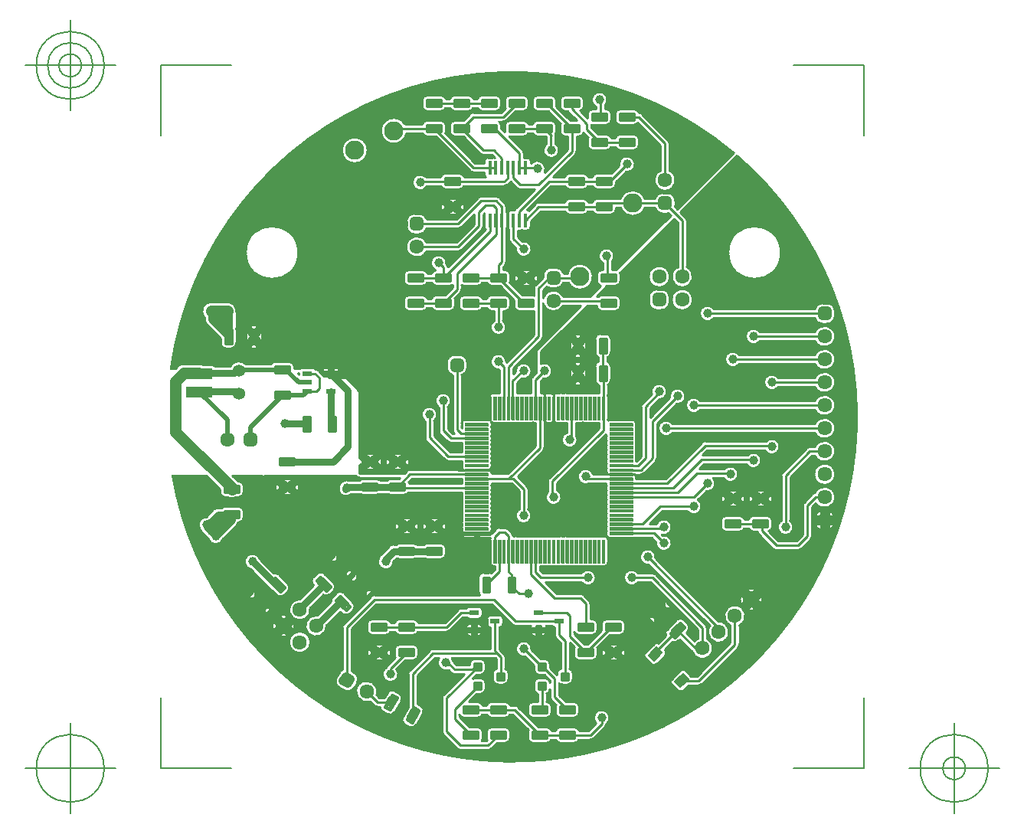
<source format=gbr>
G04 Generated by Ultiboard 13.0 *
%FSLAX25Y25*%
%MOIN*%

%ADD10C,0.00001*%
%ADD11C,0.01000*%
%ADD12C,0.00005*%
%ADD13C,0.03000*%
%ADD14C,0.05000*%
%ADD15C,0.02000*%
%ADD16C,0.04000*%
%ADD17C,0.00500*%
%ADD18C,0.03937*%
%ADD19P,0.05539X4*%
%ADD20C,0.01666*%
%ADD21C,0.06334*%
%ADD22P,0.02945X4*%
%ADD23C,0.03917*%
%ADD24P,0.02945X4X15*%
%ADD25P,0.05539X4X15*%
%ADD26R,0.05834X0.02251*%
%ADD27R,0.01772X0.05906*%
%ADD28R,0.03937X0.02362*%
%ADD29R,0.02334X0.02334*%
%ADD30C,0.08334*%
%ADD31R,0.02083X0.02083*%
%ADD32P,0.05567X4*%
%ADD33R,0.02251X0.05834*%
%ADD34R,0.04331X0.02362*%
%ADD35R,0.01181X0.10000*%
%ADD36C,0.00001*%
%ADD37R,0.10000X0.01181*%
%ADD38C,0.04156*%
%ADD39C,0.05337*%


G04 ColorRGB 00FF00 for the following layer *
%LNCopper Top*%
%LPD*%
G54D10*
G36*
X381095Y-53586D02*
X381095Y-53586D01*
X382276Y-53586D01*
G74*
D01*
G03X382669Y-53534I1J1507*
G01*
G75*
D01*
G03X383063Y-53586I392J1455*
G01*
X383063Y-53586D01*
X383612Y-53586D01*
X383612Y-56046D01*
X382223Y-57435D01*
X362079Y-77579D01*
G75*
D01*
G03X361490Y-79005I1420J-1421*
G01*
X361490Y-79005D01*
X361490Y-83606D01*
G75*
D01*
G03X365510Y-82877I2510J-2393*
G01*
X365510Y-82877D01*
X365510Y-79832D01*
X381991Y-63351D01*
X381991Y-63351D01*
X386914Y-58428D01*
X386914Y-58905D01*
G75*
D01*
G03X386966Y-59299I1507J-2*
G01*
G74*
D01*
G03X386914Y-59693I1455J392*
G01*
X386914Y-59693D01*
X386914Y-60874D01*
G75*
D01*
G03X386966Y-61268I1507J-2*
G01*
G74*
D01*
G03X386914Y-61661I1455J392*
G01*
X386914Y-61661D01*
X386914Y-62843D01*
G75*
D01*
G03X386966Y-63236I1507J-1*
G01*
G74*
D01*
G03X386914Y-63630I1455J392*
G01*
X386914Y-63630D01*
X386914Y-64811D01*
G75*
D01*
G03X386966Y-65205I1507J-2*
G01*
G74*
D01*
G03X386914Y-65598I1455J392*
G01*
X386914Y-65598D01*
X386914Y-66780D01*
G75*
D01*
G03X386966Y-67173I1507J-1*
G01*
G74*
D01*
G03X386914Y-67567I1455J392*
G01*
X386914Y-67567D01*
X386914Y-68748D01*
G75*
D01*
G03X386966Y-69142I1507J-2*
G01*
G74*
D01*
G03X386914Y-69535I1455J392*
G01*
X386914Y-69535D01*
X386914Y-70717D01*
G75*
D01*
G03X386966Y-71110I1507J-1*
G01*
G74*
D01*
G03X386914Y-71504I1455J392*
G01*
X386914Y-71504D01*
X386914Y-72685D01*
G75*
D01*
G03X386966Y-73079I1507J-2*
G01*
G74*
D01*
G03X386914Y-73472I1455J392*
G01*
X386914Y-73472D01*
X386914Y-74654D01*
G75*
D01*
G03X386966Y-75047I1507J-1*
G01*
G74*
D01*
G03X386922Y-75288I1456J390*
G01*
X386922Y-75288D01*
X387054Y-75288D01*
G74*
D01*
G03X387725Y-75990I1366J634*
G01*
X387725Y-75990D01*
X381318Y-75990D01*
G75*
D01*
G03X379724Y-80010I-3317J-1011*
G01*
X379724Y-80010D01*
X386914Y-80010D01*
X386914Y-80559D01*
G75*
D01*
G03X386966Y-80953I1507J-2*
G01*
G74*
D01*
G03X386914Y-81346I1455J392*
G01*
X386914Y-81346D01*
X386914Y-82528D01*
G75*
D01*
G03X386966Y-82921I1507J-1*
G01*
G74*
D01*
G03X386914Y-83315I1455J392*
G01*
X386914Y-83315D01*
X386914Y-84496D01*
G75*
D01*
G03X386966Y-84890I1507J-2*
G01*
G74*
D01*
G03X386914Y-85283I1455J392*
G01*
X386914Y-85283D01*
X386914Y-86465D01*
G75*
D01*
G03X386966Y-86858I1507J-1*
G01*
G74*
D01*
G03X386914Y-87252I1455J392*
G01*
X386914Y-87252D01*
X386914Y-88433D01*
G75*
D01*
G03X386966Y-88827I1507J-2*
G01*
G74*
D01*
G03X386914Y-89220I1455J392*
G01*
X386914Y-89220D01*
X386914Y-90402D01*
G75*
D01*
G03X386966Y-90795I1507J-1*
G01*
G74*
D01*
G03X386914Y-91189I1455J392*
G01*
X386914Y-91189D01*
X386914Y-92370D01*
G75*
D01*
G03X386966Y-92764I1507J-2*
G01*
G74*
D01*
G03X386914Y-93157I1455J392*
G01*
X386914Y-93157D01*
X386914Y-94339D01*
G75*
D01*
G03X386966Y-94732I1507J-1*
G01*
G74*
D01*
G03X386914Y-95126I1455J392*
G01*
X386914Y-95126D01*
X386914Y-96307D01*
G75*
D01*
G03X386966Y-96701I1507J-2*
G01*
G74*
D01*
G03X386914Y-97095I1455J392*
G01*
X386914Y-97095D01*
X386914Y-98276D01*
G75*
D01*
G03X386966Y-98669I1507J-1*
G01*
G74*
D01*
G03X386914Y-99063I1455J392*
G01*
X386914Y-99063D01*
X386914Y-100244D01*
G75*
D01*
G03X386966Y-100638I1507J-2*
G01*
G74*
D01*
G03X386914Y-101032I1455J392*
G01*
X386914Y-101032D01*
X386914Y-102213D01*
G75*
D01*
G03X388421Y-103720I1507J0*
G01*
X388421Y-103720D01*
X398421Y-103720D01*
G74*
D01*
G03X398929Y-103632I1J1507*
G01*
X398929Y-103632D01*
X406790Y-103632D01*
X408580Y-105422D01*
G75*
D01*
G03X411422Y-102580I3420J-578*
G01*
X411422Y-102580D01*
X411222Y-102380D01*
G75*
D01*
G03X408808Y-97644I778J3380*
G01*
X408808Y-97644D01*
X405698Y-97644D01*
X411332Y-92010D01*
X422173Y-92010D01*
G75*
D01*
G03X426804Y-87038I2825J2011*
G01*
X426804Y-87038D01*
X430422Y-83420D01*
G75*
D01*
G03X433414Y-77510I579J3419*
G01*
X433414Y-77510D01*
X437893Y-77510D01*
G75*
D01*
G03X438573Y-73490I3106J1542*
G01*
X438573Y-73490D01*
X427352Y-73490D01*
X429332Y-71510D01*
X447877Y-71510D01*
G75*
D01*
G03X448606Y-67490I3122J1510*
G01*
X448606Y-67490D01*
X428852Y-67490D01*
X430832Y-65510D01*
X455877Y-65510D01*
G75*
D01*
G03X456606Y-61490I3122J1510*
G01*
X456606Y-61490D01*
X430002Y-61490D01*
G75*
D01*
G03X428579Y-62079I-1J-2010*
G01*
X428579Y-62079D01*
X412699Y-77959D01*
X399929Y-77959D01*
X399929Y-77409D01*
G74*
D01*
G03X399876Y-77016I1508J3*
G01*
G74*
D01*
G03X399921Y-76775I1454J396*
G01*
X399921Y-76775D01*
X399789Y-76775D01*
G74*
D01*
G03X399118Y-76073I1367J635*
G01*
X399118Y-76073D01*
X401937Y-76073D01*
G74*
D01*
G03X403360Y-75482I1J2010*
G01*
X403360Y-75482D01*
X408419Y-70423D01*
G75*
D01*
G03X409010Y-69000I-1418J1423*
G01*
X409010Y-69000D01*
X409010Y-53832D01*
X417422Y-45420D01*
G75*
D01*
G03X414580Y-42578I578J3420*
G01*
X414580Y-42578D01*
X406010Y-51148D01*
X406010Y-47332D01*
X409876Y-43466D01*
G75*
D01*
G03X406674Y-40984I124J3466*
G01*
X406674Y-40984D01*
X402579Y-45079D01*
G75*
D01*
G03X401990Y-46504I1420J-1421*
G01*
X401990Y-46504D01*
X401990Y-68168D01*
X400073Y-70085D01*
X399929Y-70085D01*
X399929Y-69535D01*
G74*
D01*
G03X399876Y-69142I1508J3*
G01*
G75*
D01*
G03X399929Y-68748I-1454J396*
G01*
X399929Y-68748D01*
X399929Y-67567D01*
G74*
D01*
G03X399876Y-67173I1508J2*
G01*
G75*
D01*
G03X399929Y-66780I-1454J396*
G01*
X399929Y-66780D01*
X399929Y-65598D01*
G74*
D01*
G03X399876Y-65205I1508J3*
G01*
G75*
D01*
G03X399929Y-64811I-1454J396*
G01*
X399929Y-64811D01*
X399929Y-63630D01*
G74*
D01*
G03X399876Y-63236I1508J2*
G01*
G75*
D01*
G03X399929Y-62843I-1454J396*
G01*
X399929Y-62843D01*
X399929Y-61661D01*
G74*
D01*
G03X399876Y-61268I1508J3*
G01*
G75*
D01*
G03X399929Y-60874I-1454J396*
G01*
X399929Y-60874D01*
X399929Y-59693D01*
G74*
D01*
G03X399876Y-59299I1508J2*
G01*
G75*
D01*
G03X399929Y-58905I-1454J396*
G01*
X399929Y-58905D01*
X399929Y-57724D01*
G74*
D01*
G03X399876Y-57331I1508J3*
G01*
G75*
D01*
G03X399929Y-56937I-1454J396*
G01*
X399929Y-56937D01*
X399929Y-55756D01*
G74*
D01*
G03X399876Y-55362I1508J2*
G01*
G75*
D01*
G03X399929Y-54968I-1454J396*
G01*
X399929Y-54968D01*
X399929Y-53787D01*
G74*
D01*
G03X398421Y-52280I1508J1*
G01*
X398421Y-52280D01*
X388421Y-52280D01*
G75*
D01*
G03X387664Y-52484I0J-1507*
G01*
G75*
D01*
G03X387720Y-52079I-1450J407*
G01*
X387720Y-52079D01*
X387720Y-42079D01*
G74*
D01*
G03X387632Y-41571I1507J1*
G01*
X387632Y-41571D01*
X387632Y-37034D01*
G75*
D01*
G03X388970Y-34917I-1005J2117*
G01*
X388970Y-34917D01*
X388970Y-29083D01*
G74*
D01*
G03X387510Y-26912I2344J0*
G01*
X387510Y-26912D01*
X387510Y-25088D01*
G75*
D01*
G03X388970Y-22917I-884J2171*
G01*
X388970Y-22917D01*
X388970Y-17083D01*
G74*
D01*
G03X386626Y-14739I2344J0*
G01*
X386626Y-14739D01*
X384375Y-14739D01*
G75*
D01*
G03X382030Y-17083I-1J-2344*
G01*
X382030Y-17083D01*
X382030Y-22917D01*
G75*
D01*
G03X383490Y-25088I2345J1*
G01*
X383490Y-25088D01*
X383490Y-26912D01*
G74*
D01*
G03X382030Y-29083I884J2171*
G01*
X382030Y-29083D01*
X382030Y-34917D01*
G75*
D01*
G03X383612Y-37134I2345J0*
G01*
X383612Y-37134D01*
X383612Y-40571D01*
X383063Y-40571D01*
G75*
D01*
G03X382669Y-40624I2J-1508*
G01*
G74*
D01*
G03X382276Y-40571I396J1454*
G01*
X382276Y-40571D01*
X381095Y-40571D01*
G75*
D01*
G03X380701Y-40624I2J-1508*
G01*
G74*
D01*
G03X380307Y-40571I396J1454*
G01*
X380307Y-40571D01*
X379126Y-40571D01*
G75*
D01*
G03X378732Y-40624I2J-1508*
G01*
G74*
D01*
G03X378339Y-40571I396J1454*
G01*
X378339Y-40571D01*
X377158Y-40571D01*
G75*
D01*
G03X376764Y-40624I2J-1508*
G01*
G74*
D01*
G03X376370Y-40571I396J1454*
G01*
X376370Y-40571D01*
X375189Y-40571D01*
G75*
D01*
G03X374795Y-40624I2J-1508*
G01*
G74*
D01*
G03X374402Y-40571I396J1454*
G01*
X374402Y-40571D01*
X373220Y-40571D01*
G75*
D01*
G03X372827Y-40624I3J-1508*
G01*
G74*
D01*
G03X372433Y-40571I396J1454*
G01*
X372433Y-40571D01*
X371252Y-40571D01*
G75*
D01*
G03X370858Y-40624I2J-1508*
G01*
G74*
D01*
G03X370465Y-40571I396J1454*
G01*
X370465Y-40571D01*
X369283Y-40571D01*
G75*
D01*
G03X368890Y-40624I3J-1508*
G01*
G74*
D01*
G03X368496Y-40571I396J1454*
G01*
X368496Y-40571D01*
X367315Y-40571D01*
G75*
D01*
G03X366921Y-40624I2J-1508*
G01*
G74*
D01*
G03X366528Y-40571I396J1454*
G01*
X366528Y-40571D01*
X365346Y-40571D01*
G75*
D01*
G03X364953Y-40624I3J-1508*
G01*
G74*
D01*
G03X364712Y-40579I396J1454*
G01*
X364712Y-40579D01*
X364712Y-40711D01*
G74*
D01*
G03X363969Y-41468I635J1367*
G01*
G74*
D01*
G03X363225Y-40711I1378J610*
G01*
X363225Y-40711D01*
X363225Y-40579D01*
G74*
D01*
G03X362984Y-40624I155J1499*
G01*
G74*
D01*
G03X362591Y-40571I396J1454*
G01*
X362591Y-40571D01*
X361409Y-40571D01*
G75*
D01*
G03X361016Y-40624I3J-1508*
G01*
G74*
D01*
G03X360775Y-40579I396J1454*
G01*
X360775Y-40579D01*
X360775Y-40711D01*
G74*
D01*
G03X360031Y-41468I634J1367*
G01*
G74*
D01*
G03X359288Y-40711I1377J609*
G01*
X359288Y-40711D01*
X359288Y-40579D01*
G74*
D01*
G03X359047Y-40624I155J1499*
G01*
G74*
D01*
G03X358654Y-40571I396J1454*
G01*
X358654Y-40571D01*
X358510Y-40571D01*
X358510Y-35332D01*
X359422Y-34420D01*
G75*
D01*
G03X358510Y-27868I577J3420*
G01*
X358510Y-27868D01*
X358510Y-22625D01*
X366126Y-15009D01*
X366126Y-15009D01*
X378625Y-2510D01*
X382739Y-2510D01*
X382739Y-2625D01*
G75*
D01*
G03X385083Y-4970I2344J-1*
G01*
X385083Y-4970D01*
X390917Y-4970D01*
G75*
D01*
G03X393261Y-2625I-1J2345*
G01*
X393261Y-2625D01*
X393261Y-374D01*
G74*
D01*
G03X390917Y1970I2344J0*
G01*
X390917Y1970D01*
X385083Y1970D01*
G75*
D01*
G03X383688Y1510I0J-2344*
G01*
X383688Y1510D01*
X382645Y1510D01*
X387165Y6030D01*
X390917Y6030D01*
G75*
D01*
G03X393261Y8375I-1J2345*
G01*
X393261Y8375D01*
X393261Y10626D01*
G74*
D01*
G03X392942Y11807I2344J0*
G01*
X392942Y11807D01*
X416396Y35261D01*
X417990Y33668D01*
X417990Y14212D01*
G75*
D01*
G03X422010Y14212I2010J-4212*
G01*
X422010Y14212D01*
X422010Y34500D01*
G74*
D01*
G03X421419Y35923I2010J1*
G01*
X421419Y35923D01*
X419239Y38104D01*
X443813Y62678D01*
G75*
D01*
G02X198217Y-76500I-97814J-113676*
G01*
X198217Y-76500D01*
X212816Y-76500D01*
X218739Y-82423D01*
X218739Y-83625D01*
G75*
D01*
G03X221083Y-85970I2344J-1*
G01*
X221083Y-85970D01*
X221971Y-85970D01*
G75*
D01*
G03X226029Y-85970I2029J3469*
G01*
X226029Y-85970D01*
X226917Y-85970D01*
G75*
D01*
G03X229261Y-83625I-1J2345*
G01*
X229261Y-83625D01*
X229261Y-81374D01*
G74*
D01*
G03X226917Y-79030I2344J0*
G01*
X226917Y-79030D01*
X226714Y-79030D01*
X224184Y-76500D01*
X237000Y-76500D01*
X237000Y-77207D01*
X237293Y-77500D01*
X237707Y-77500D01*
X238000Y-77207D01*
X238000Y-76500D01*
X277757Y-76500D01*
G75*
D01*
G03X279500Y-77510I1743J999*
G01*
X279500Y-77510D01*
X297148Y-77510D01*
X296628Y-78030D01*
X293083Y-78030D01*
G75*
D01*
G03X291695Y-78485I0J-2344*
G01*
X291695Y-78485D01*
X288305Y-78485D01*
G74*
D01*
G03X286917Y-78030I1388J1889*
G01*
X286917Y-78030D01*
X281083Y-78030D01*
G75*
D01*
G03X279695Y-78485I0J-2344*
G01*
X279695Y-78485D01*
X274500Y-78485D01*
G75*
D01*
G03X274261Y-78495I6J-3015*
G01*
G74*
D01*
G03X273975Y-78532I243J3004*
G01*
G74*
D01*
G03X270532Y-81975I25J3468*
G01*
G75*
D01*
G03X274025Y-85468I2968J-525*
G01*
G74*
D01*
G03X276389Y-84515I24J3468*
G01*
X276389Y-84515D01*
X279695Y-84515D01*
G75*
D01*
G03X281083Y-84970I1388J1889*
G01*
X281083Y-84970D01*
X286917Y-84970D01*
G74*
D01*
G03X288305Y-84515I0J2345*
G01*
X288305Y-84515D01*
X291695Y-84515D01*
G75*
D01*
G03X293083Y-84970I1388J1889*
G01*
X293083Y-84970D01*
X298917Y-84970D01*
G74*
D01*
G03X300854Y-83947I0J2345*
G01*
X300854Y-83947D01*
X324071Y-83947D01*
X324071Y-84496D01*
G75*
D01*
G03X324124Y-84890I1508J2*
G01*
G74*
D01*
G03X324071Y-85283I1454J396*
G01*
X324071Y-85283D01*
X324071Y-86465D01*
G75*
D01*
G03X324124Y-86858I1508J3*
G01*
G74*
D01*
G03X324071Y-87252I1454J396*
G01*
X324071Y-87252D01*
X324071Y-88433D01*
G75*
D01*
G03X324124Y-88827I1508J2*
G01*
G74*
D01*
G03X324071Y-89220I1454J396*
G01*
X324071Y-89220D01*
X324071Y-90402D01*
G75*
D01*
G03X324124Y-90795I1508J3*
G01*
G74*
D01*
G03X324071Y-91189I1454J396*
G01*
X324071Y-91189D01*
X324071Y-92370D01*
G75*
D01*
G03X324124Y-92764I1508J2*
G01*
G74*
D01*
G03X324071Y-93157I1454J396*
G01*
X324071Y-93157D01*
X324071Y-94339D01*
G75*
D01*
G03X324124Y-94732I1508J3*
G01*
G74*
D01*
G03X324071Y-95126I1454J396*
G01*
X324071Y-95126D01*
X324071Y-96307D01*
G75*
D01*
G03X324124Y-96701I1508J2*
G01*
G74*
D01*
G03X324071Y-97095I1454J396*
G01*
X324071Y-97095D01*
X324071Y-98276D01*
G75*
D01*
G03X324124Y-98669I1508J3*
G01*
G74*
D01*
G03X324071Y-99063I1454J396*
G01*
X324071Y-99063D01*
X324071Y-100244D01*
G75*
D01*
G03X324124Y-100638I1508J2*
G01*
G74*
D01*
G03X324079Y-100878I1454J397*
G01*
X324079Y-100878D01*
X324211Y-100878D01*
G75*
D01*
G03X325579Y-101751I1367J634*
G01*
X325579Y-101751D01*
X335579Y-101751D01*
G74*
D01*
G03X336946Y-100878I0J1507*
G01*
X336946Y-100878D01*
X337078Y-100878D01*
G74*
D01*
G03X337034Y-100638I1498J151*
G01*
G75*
D01*
G03X337086Y-100244I-1455J392*
G01*
X337086Y-100244D01*
X337086Y-99063D01*
G74*
D01*
G03X337034Y-98669I1507J2*
G01*
G75*
D01*
G03X337086Y-98276I-1455J392*
G01*
X337086Y-98276D01*
X337086Y-97095D01*
G74*
D01*
G03X337034Y-96701I1507J2*
G01*
G75*
D01*
G03X337086Y-96307I-1455J392*
G01*
X337086Y-96307D01*
X337086Y-95126D01*
G74*
D01*
G03X337034Y-94732I1507J2*
G01*
G75*
D01*
G03X337086Y-94339I-1455J392*
G01*
X337086Y-94339D01*
X337086Y-93157D01*
G74*
D01*
G03X337034Y-92764I1507J1*
G01*
G75*
D01*
G03X337086Y-92370I-1455J392*
G01*
X337086Y-92370D01*
X337086Y-91189D01*
G74*
D01*
G03X337034Y-90795I1507J2*
G01*
G75*
D01*
G03X337086Y-90402I-1455J392*
G01*
X337086Y-90402D01*
X337086Y-89220D01*
G74*
D01*
G03X337034Y-88827I1507J1*
G01*
G75*
D01*
G03X337086Y-88433I-1455J392*
G01*
X337086Y-88433D01*
X337086Y-87252D01*
G74*
D01*
G03X337034Y-86858I1507J2*
G01*
G75*
D01*
G03X337086Y-86465I-1455J392*
G01*
X337086Y-86465D01*
X337086Y-85283D01*
G74*
D01*
G03X337034Y-84890I1507J1*
G01*
G75*
D01*
G03X337086Y-84496I-1455J392*
G01*
X337086Y-84496D01*
X337086Y-83315D01*
G74*
D01*
G03X337034Y-82921I1507J2*
G01*
G75*
D01*
G03X337086Y-82528I-1455J392*
G01*
X337086Y-82528D01*
X337086Y-81346D01*
G74*
D01*
G03X337034Y-80953I1507J1*
G01*
G75*
D01*
G03X337086Y-80559I-1455J392*
G01*
X337086Y-80559D01*
X337086Y-80010D01*
X344499Y-80010D01*
G75*
D01*
G03X344501Y-80010I1J2010*
G01*
X344501Y-80010D01*
X345668Y-80010D01*
X348990Y-83332D01*
X348990Y-91173D01*
G75*
D01*
G03X353010Y-91173I2010J-2826*
G01*
X353010Y-91173D01*
X353010Y-82500D01*
G74*
D01*
G03X352419Y-81077I2010J1*
G01*
X352419Y-81077D01*
X348342Y-77000D01*
X359482Y-65860D01*
G75*
D01*
G03X360073Y-64437I-1418J1423*
G01*
X360073Y-64437D01*
X360073Y-52775D01*
G74*
D01*
G03X360775Y-53446I1336J695*
G01*
X360775Y-53446D01*
X360775Y-53578D01*
G74*
D01*
G03X361016Y-53534I149J1499*
G01*
G75*
D01*
G03X361409Y-53586I392J1455*
G01*
X361409Y-53586D01*
X362591Y-53586D01*
G74*
D01*
G03X362984Y-53534I1J1507*
G01*
G74*
D01*
G03X363225Y-53578I390J1456*
G01*
X363225Y-53578D01*
X363225Y-53446D01*
G74*
D01*
G03X363969Y-52690I633J1367*
G01*
G74*
D01*
G03X364712Y-53446I1377J610*
G01*
X364712Y-53446D01*
X364712Y-53578D01*
G74*
D01*
G03X364953Y-53534I149J1499*
G01*
G75*
D01*
G03X365346Y-53586I392J1455*
G01*
X365346Y-53586D01*
X366528Y-53586D01*
G74*
D01*
G03X366921Y-53534I1J1507*
G01*
G75*
D01*
G03X367315Y-53586I392J1455*
G01*
X367315Y-53586D01*
X368496Y-53586D01*
G74*
D01*
G03X368890Y-53534I2J1507*
G01*
G75*
D01*
G03X369283Y-53586I392J1455*
G01*
X369283Y-53586D01*
X369833Y-53586D01*
X369833Y-57734D01*
G75*
D01*
G03X373852Y-59026I1167J-3266*
G01*
X373852Y-59026D01*
X373852Y-53586D01*
X374402Y-53586D01*
G74*
D01*
G03X374795Y-53534I1J1507*
G01*
G75*
D01*
G03X375189Y-53586I392J1455*
G01*
X375189Y-53586D01*
X376370Y-53586D01*
G74*
D01*
G03X376764Y-53534I2J1507*
G01*
G75*
D01*
G03X377158Y-53586I392J1455*
G01*
X377158Y-53586D01*
X378339Y-53586D01*
G74*
D01*
G03X378732Y-53534I1J1507*
G01*
G75*
D01*
G03X379126Y-53586I392J1455*
G01*
X379126Y-53586D01*
X380307Y-53586D01*
G74*
D01*
G03X380701Y-53534I2J1507*
G01*
G75*
D01*
G03X381095Y-53586I392J1455*
G01*
D02*
G37*
%LPC*%
G36*
X376407Y-14873D02*
G74*
D01*
G03X375626Y-14739I781J2209*
G01*
X375626Y-14739D01*
X373375Y-14739D01*
G75*
D01*
G03X372593Y-14873I-1J-2344*
G01*
X372593Y-14873D01*
X372682Y-15009D01*
X372682Y-15009D01*
X374500Y-17765D01*
X376318Y-15009D01*
X376318Y-15009D01*
X376407Y-14873D01*
D02*
G37*
G36*
X433827Y-3990D02*
G75*
D01*
G03X433827Y-8010I-2826J-2010*
G01*
X433827Y-8010D01*
X477621Y-8010D01*
G75*
D01*
G03X480959Y-10517I3337J968*
G01*
X480959Y-10517D01*
X483041Y-10517D01*
G75*
D01*
G03X486517Y-7041I0J3476*
G01*
X486517Y-7041D01*
X486517Y-4958D01*
G74*
D01*
G03X483041Y-1483I3476J1*
G01*
X483041Y-1483D01*
X480959Y-1483D01*
G75*
D01*
G03X477621Y-3990I-1J-3475*
G01*
X477621Y-3990D01*
X433827Y-3990D01*
D02*
G37*
G36*
X453827Y-13990D02*
G75*
D01*
G03X453827Y-18010I-2826J-2010*
G01*
X453827Y-18010D01*
X477788Y-18010D01*
G75*
D01*
G03X477788Y-13990I4212J2010*
G01*
X477788Y-13990D01*
X453827Y-13990D01*
D02*
G37*
G36*
X475500Y-63990D02*
G75*
D01*
G03X474824Y-64107I0J-2010*
G01*
G74*
D01*
G03X474079Y-64579I677J1893*
G01*
X474079Y-64579D01*
X463579Y-75079D01*
G75*
D01*
G03X462990Y-76504I1420J-1421*
G01*
X462990Y-76504D01*
X462990Y-96173D01*
G75*
D01*
G03X467010Y-96173I2010J-2826*
G01*
X467010Y-96173D01*
X467010Y-77332D01*
X476332Y-68010D01*
X477788Y-68010D01*
G75*
D01*
G03X477788Y-63990I4212J2010*
G01*
X477788Y-63990D01*
X475500Y-63990D01*
D02*
G37*
G36*
X415827Y-53990D02*
G75*
D01*
G03X415827Y-58010I-2826J-2010*
G01*
X415827Y-58010D01*
X477788Y-58010D01*
G75*
D01*
G03X477788Y-53990I4212J2010*
G01*
X477788Y-53990D01*
X415827Y-53990D01*
D02*
G37*
G36*
X427827Y-43990D02*
G75*
D01*
G03X427827Y-48010I-2826J-2010*
G01*
X427827Y-48010D01*
X477788Y-48010D01*
G75*
D01*
G03X477788Y-43990I4212J2010*
G01*
X477788Y-43990D01*
X427827Y-43990D01*
D02*
G37*
G36*
X461827Y-33990D02*
G75*
D01*
G03X461827Y-38010I-2826J-2010*
G01*
X461827Y-38010D01*
X477788Y-38010D01*
G75*
D01*
G03X477788Y-33990I4212J2010*
G01*
X477788Y-33990D01*
X461827Y-33990D01*
D02*
G37*
G36*
X444827Y-23990D02*
G75*
D01*
G03X444827Y-28010I-2826J-2010*
G01*
X444827Y-28010D01*
X477788Y-28010D01*
G75*
D01*
G03X477788Y-23990I4212J2010*
G01*
X477788Y-23990D01*
X444827Y-23990D01*
D02*
G37*
G36*
X473079Y-88079D02*
G75*
D01*
G03X472490Y-89502I1420J-1421*
G01*
X472490Y-89502D01*
X472490Y-102168D01*
X469668Y-104990D01*
X461832Y-104990D01*
X457683Y-100841D01*
G75*
D01*
G03X459261Y-98625I-766J2215*
G01*
X459261Y-98625D01*
X459261Y-96374D01*
G74*
D01*
G03X456917Y-94030I2344J0*
G01*
X456917Y-94030D01*
X451083Y-94030D01*
G75*
D01*
G03X448912Y-95490I0J-2344*
G01*
X448912Y-95490D01*
X447088Y-95490D01*
G74*
D01*
G03X444917Y-94030I2171J884*
G01*
X444917Y-94030D01*
X439083Y-94030D01*
G75*
D01*
G03X436739Y-96374I0J-2344*
G01*
X436739Y-96374D01*
X436739Y-98625D01*
G75*
D01*
G03X439083Y-100970I2344J-1*
G01*
X439083Y-100970D01*
X444917Y-100970D01*
G74*
D01*
G03X447088Y-99510I1J2345*
G01*
X447088Y-99510D01*
X448912Y-99510D01*
G75*
D01*
G03X451083Y-100970I2171J884*
G01*
X451083Y-100970D01*
X452715Y-100970D01*
G74*
D01*
G03X453286Y-102128I1992J262*
G01*
X453286Y-102128D01*
X459579Y-108421D01*
G74*
D01*
G03X460396Y-108917I1421J1420*
G01*
G75*
D01*
G03X461000Y-109010I604J1916*
G01*
X461000Y-109010D01*
X470500Y-109010D01*
G74*
D01*
G03X471923Y-108419I1J2010*
G01*
X471923Y-108419D01*
X475919Y-104423D01*
G75*
D01*
G03X476510Y-103000I-1418J1423*
G01*
X476510Y-103000D01*
X476510Y-90332D01*
X478172Y-88670D01*
G75*
D01*
G03X477782Y-84002I3828J2670*
G01*
G74*
D01*
G03X476579Y-84579I218J1997*
G01*
X476579Y-84579D01*
X473079Y-88079D01*
D02*
G37*
G36*
X384755Y-143903D02*
X384755Y-143903D01*
X381991Y-146667D01*
X378628Y-150030D01*
X377372Y-150030D01*
X373010Y-145668D01*
X373010Y-144720D01*
G75*
D01*
G03X375083Y-145970I2073J1094*
G01*
X375083Y-145970D01*
X380917Y-145970D01*
G75*
D01*
G03X383261Y-143625I-1J2345*
G01*
X383261Y-143625D01*
X383261Y-141374D01*
G74*
D01*
G03X380917Y-139030I2344J0*
G01*
X380917Y-139030D01*
X380010Y-139030D01*
X380010Y-132293D01*
G74*
D01*
G03X379419Y-130869I2010J0*
G01*
X379419Y-130869D01*
X377131Y-128581D01*
G74*
D01*
G03X375817Y-127993I1424J1419*
G01*
G75*
D01*
G03X375706Y-127990I-110J-2007*
G01*
X375706Y-127990D01*
X365332Y-127990D01*
X360352Y-123010D01*
X376173Y-123010D01*
G75*
D01*
G03X376173Y-118990I2826J2010*
G01*
X376173Y-118990D01*
X359332Y-118990D01*
X358104Y-117762D01*
X358104Y-115929D01*
X358654Y-115929D01*
G74*
D01*
G03X359047Y-115876I3J1508*
G01*
G75*
D01*
G03X359441Y-115929I396J1454*
G01*
X359441Y-115929D01*
X360622Y-115929D01*
G74*
D01*
G03X361016Y-115876I2J1508*
G01*
G75*
D01*
G03X361409Y-115929I396J1454*
G01*
X361409Y-115929D01*
X362591Y-115929D01*
G74*
D01*
G03X362984Y-115876I3J1508*
G01*
G75*
D01*
G03X363378Y-115929I396J1454*
G01*
X363378Y-115929D01*
X364559Y-115929D01*
G74*
D01*
G03X364953Y-115876I2J1508*
G01*
G75*
D01*
G03X365346Y-115929I396J1454*
G01*
X365346Y-115929D01*
X366528Y-115929D01*
G74*
D01*
G03X366921Y-115876I3J1508*
G01*
G75*
D01*
G03X367315Y-115929I396J1454*
G01*
X367315Y-115929D01*
X368496Y-115929D01*
G74*
D01*
G03X368890Y-115876I2J1508*
G01*
G75*
D01*
G03X369283Y-115929I396J1454*
G01*
X369283Y-115929D01*
X370465Y-115929D01*
G74*
D01*
G03X370858Y-115876I3J1508*
G01*
G75*
D01*
G03X371252Y-115929I396J1454*
G01*
X371252Y-115929D01*
X372433Y-115929D01*
G74*
D01*
G03X372827Y-115876I2J1508*
G01*
G75*
D01*
G03X373220Y-115929I396J1454*
G01*
X373220Y-115929D01*
X374402Y-115929D01*
G74*
D01*
G03X374795Y-115876I3J1508*
G01*
G75*
D01*
G03X375189Y-115929I396J1454*
G01*
X375189Y-115929D01*
X376370Y-115929D01*
G74*
D01*
G03X376764Y-115876I2J1508*
G01*
G75*
D01*
G03X377158Y-115929I396J1454*
G01*
X377158Y-115929D01*
X378339Y-115929D01*
G74*
D01*
G03X378732Y-115876I3J1508*
G01*
G75*
D01*
G03X379126Y-115929I396J1454*
G01*
X379126Y-115929D01*
X380307Y-115929D01*
G74*
D01*
G03X380701Y-115876I2J1508*
G01*
G75*
D01*
G03X381095Y-115929I396J1454*
G01*
X381095Y-115929D01*
X382276Y-115929D01*
G74*
D01*
G03X382669Y-115876I3J1508*
G01*
G75*
D01*
G03X383063Y-115929I396J1454*
G01*
X383063Y-115929D01*
X384244Y-115929D01*
G74*
D01*
G03X384638Y-115876I2J1508*
G01*
G75*
D01*
G03X385032Y-115929I396J1454*
G01*
X385032Y-115929D01*
X386213Y-115929D01*
G75*
D01*
G03X387720Y-114421I-1J1508*
G01*
X387720Y-114421D01*
X387720Y-104421D01*
G74*
D01*
G03X386213Y-102914I1507J0*
G01*
X386213Y-102914D01*
X385032Y-102914D01*
G75*
D01*
G03X384638Y-102966I-2J-1507*
G01*
G74*
D01*
G03X384244Y-102914I392J1455*
G01*
X384244Y-102914D01*
X383063Y-102914D01*
G75*
D01*
G03X382669Y-102966I-2J-1507*
G01*
G74*
D01*
G03X382276Y-102914I392J1455*
G01*
X382276Y-102914D01*
X381095Y-102914D01*
G75*
D01*
G03X380701Y-102966I-2J-1507*
G01*
G74*
D01*
G03X380307Y-102914I392J1455*
G01*
X380307Y-102914D01*
X379126Y-102914D01*
G75*
D01*
G03X378732Y-102966I-2J-1507*
G01*
G74*
D01*
G03X378339Y-102914I392J1455*
G01*
X378339Y-102914D01*
X377158Y-102914D01*
G75*
D01*
G03X376764Y-102966I-2J-1507*
G01*
G74*
D01*
G03X376370Y-102914I392J1455*
G01*
X376370Y-102914D01*
X375189Y-102914D01*
G75*
D01*
G03X374795Y-102966I-2J-1507*
G01*
G74*
D01*
G03X374402Y-102914I392J1455*
G01*
X374402Y-102914D01*
X373220Y-102914D01*
G75*
D01*
G03X372827Y-102966I-1J-1507*
G01*
G74*
D01*
G03X372433Y-102914I392J1455*
G01*
X372433Y-102914D01*
X371252Y-102914D01*
G75*
D01*
G03X370858Y-102966I-2J-1507*
G01*
G74*
D01*
G03X370465Y-102914I392J1455*
G01*
X370465Y-102914D01*
X369283Y-102914D01*
G75*
D01*
G03X368890Y-102966I-1J-1507*
G01*
G74*
D01*
G03X368496Y-102914I392J1455*
G01*
X368496Y-102914D01*
X367315Y-102914D01*
G75*
D01*
G03X366921Y-102966I-2J-1507*
G01*
G74*
D01*
G03X366528Y-102914I392J1455*
G01*
X366528Y-102914D01*
X365346Y-102914D01*
G75*
D01*
G03X364953Y-102966I-1J-1507*
G01*
G74*
D01*
G03X364559Y-102914I392J1455*
G01*
X364559Y-102914D01*
X363378Y-102914D01*
G75*
D01*
G03X362984Y-102966I-2J-1507*
G01*
G74*
D01*
G03X362591Y-102914I392J1455*
G01*
X362591Y-102914D01*
X361409Y-102914D01*
G75*
D01*
G03X361016Y-102966I-1J-1507*
G01*
G74*
D01*
G03X360622Y-102914I392J1455*
G01*
X360622Y-102914D01*
X359441Y-102914D01*
G75*
D01*
G03X359047Y-102966I-2J-1507*
G01*
G74*
D01*
G03X358654Y-102914I392J1455*
G01*
X358654Y-102914D01*
X357472Y-102914D01*
G75*
D01*
G03X357079Y-102966I-1J-1507*
G01*
G74*
D01*
G03X356685Y-102914I392J1455*
G01*
X356685Y-102914D01*
X355504Y-102914D01*
G75*
D01*
G03X355110Y-102966I-2J-1507*
G01*
G74*
D01*
G03X354717Y-102914I392J1455*
G01*
X354717Y-102914D01*
X353535Y-102914D01*
G75*
D01*
G03X353142Y-102966I-1J-1507*
G01*
G74*
D01*
G03X352748Y-102914I392J1455*
G01*
X352748Y-102914D01*
X351567Y-102914D01*
G75*
D01*
G03X351173Y-102966I-2J-1507*
G01*
G74*
D01*
G03X350780Y-102914I392J1455*
G01*
X350780Y-102914D01*
X349598Y-102914D01*
G75*
D01*
G03X349205Y-102966I-1J-1507*
G01*
G74*
D01*
G03X348811Y-102914I392J1455*
G01*
X348811Y-102914D01*
X347630Y-102914D01*
G75*
D01*
G03X347236Y-102966I-2J-1507*
G01*
G74*
D01*
G03X346843Y-102914I392J1455*
G01*
X346843Y-102914D01*
X346293Y-102914D01*
X346293Y-102783D01*
G74*
D01*
G03X345702Y-101360I2010J1*
G01*
X345702Y-101360D01*
X344128Y-99786D01*
X344128Y-99786D01*
G75*
D01*
G03X342707Y-99197I-1421J-1420*
G01*
X342707Y-99197D01*
X340296Y-99197D01*
G75*
D01*
G03X339611Y-99317I-1J-2010*
G01*
G74*
D01*
G03X338870Y-99788I681J1890*
G01*
X338870Y-99788D01*
X336957Y-101701D01*
G74*
D01*
G03X336516Y-102366I1420J1421*
G01*
X336516Y-102366D01*
X331323Y-102366D01*
X331323Y-103720D01*
X335579Y-103720D01*
G74*
D01*
G03X336368Y-103497I0J1507*
G01*
X336368Y-103497D01*
X336368Y-103913D01*
G74*
D01*
G03X336280Y-104421I1419J507*
G01*
X336280Y-104421D01*
X336280Y-114421D01*
G75*
D01*
G03X337787Y-115929I1507J-1*
G01*
X337787Y-115929D01*
X338337Y-115929D01*
X338337Y-117554D01*
X336906Y-118985D01*
G74*
D01*
G03X335859Y-118739I1045J2098*
G01*
X335859Y-118739D01*
X333608Y-118739D01*
G75*
D01*
G03X331264Y-121083I0J-2344*
G01*
X331264Y-121083D01*
X331264Y-126917D01*
G75*
D01*
G03X331870Y-128490I2344J0*
G01*
X331870Y-128490D01*
X286000Y-128490D01*
G75*
D01*
G03X285514Y-128550I1J-2010*
G01*
G74*
D01*
G03X284579Y-129079I486J1949*
G01*
X284579Y-129079D01*
X272579Y-141079D01*
G75*
D01*
G03X271990Y-142505I1420J-1421*
G01*
X271990Y-142505D01*
X271990Y-161007D01*
G74*
D01*
G03X270609Y-162340I1629J3070*
G01*
X270609Y-162340D01*
X269568Y-164144D01*
G75*
D01*
G03X270840Y-168891I3008J-1738*
G01*
X270840Y-168891D01*
X272644Y-169932D01*
G75*
D01*
G03X277391Y-168660I1738J3008*
G01*
X277391Y-168660D01*
X278432Y-166856D01*
G75*
D01*
G03X277160Y-162109I-3008J1738*
G01*
X277160Y-162109D01*
X276010Y-161445D01*
X276010Y-143332D01*
X286832Y-132510D01*
X337168Y-132510D01*
X346079Y-141421D01*
G74*
D01*
G03X346889Y-141915I1421J1420*
G01*
G75*
D01*
G03X347500Y-142010I611J1915*
G01*
X347500Y-142010D01*
X354100Y-142010D01*
G74*
D01*
G03X353997Y-142559I1404J548*
G01*
X353997Y-142559D01*
X353997Y-142787D01*
X356519Y-142787D01*
X356519Y-142010D01*
X358426Y-142010D01*
X358426Y-142787D01*
X360948Y-142787D01*
X360948Y-142559D01*
G74*
D01*
G03X360845Y-142010I1507J1*
G01*
X360845Y-142010D01*
X363300Y-142010D01*
G74*
D01*
G03X364518Y-142688I1259J828*
G01*
X364518Y-142688D01*
X364518Y-146022D01*
G75*
D01*
G03X365106Y-147449I2010J-6*
G01*
X365106Y-147449D01*
X366990Y-149332D01*
X366990Y-160645D01*
G74*
D01*
G03X365489Y-162833I843J2187*
G01*
X365489Y-162833D01*
X365489Y-163147D01*
X362511Y-160169D01*
X362511Y-158666D01*
G74*
D01*
G03X360167Y-156322I2344J0*
G01*
X360167Y-156322D01*
X358331Y-156322D01*
X354441Y-152433D01*
G75*
D01*
G03X351718Y-155393I-3441J433*
G01*
X351718Y-155393D01*
X355489Y-159164D01*
X355489Y-161000D01*
G75*
D01*
G03X357833Y-163345I2344J-1*
G01*
X357833Y-163345D01*
X360003Y-163345D01*
X362490Y-165832D01*
X362490Y-166687D01*
G74*
D01*
G03X360167Y-164655I2322J311*
G01*
X360167Y-164655D01*
X357833Y-164655D01*
G75*
D01*
G03X355489Y-167000I1J-2345*
G01*
X355489Y-167000D01*
X355489Y-169334D01*
G75*
D01*
G03X356990Y-171521I2344J0*
G01*
X356990Y-171521D01*
X356990Y-175030D01*
X355083Y-175030D01*
G75*
D01*
G03X352739Y-177374I0J-2344*
G01*
X352739Y-177374D01*
X352739Y-179625D01*
G75*
D01*
G03X355083Y-181970I2344J-1*
G01*
X355083Y-181970D01*
X360917Y-181970D01*
G75*
D01*
G03X363261Y-179625I-1J2345*
G01*
X363261Y-179625D01*
X363261Y-177374D01*
G74*
D01*
G03X361010Y-175032I2344J0*
G01*
X361010Y-175032D01*
X361010Y-171521D01*
G74*
D01*
G03X362490Y-169646I842J2186*
G01*
X362490Y-169646D01*
X362490Y-172996D01*
G75*
D01*
G03X363079Y-174421I2010J-3*
G01*
X363079Y-174421D01*
X364985Y-176328D01*
G74*
D01*
G03X364739Y-177374I2098J1045*
G01*
X364739Y-177374D01*
X364739Y-179625D01*
G75*
D01*
G03X367083Y-181970I2344J-1*
G01*
X367083Y-181970D01*
X372917Y-181970D01*
G75*
D01*
G03X375261Y-179625I-1J2345*
G01*
X375261Y-179625D01*
X375261Y-177374D01*
G74*
D01*
G03X372917Y-175030I2344J0*
G01*
X372917Y-175030D01*
X369372Y-175030D01*
X366510Y-172168D01*
X366510Y-167102D01*
G75*
D01*
G03X367833Y-167511I1323J1935*
G01*
X367833Y-167511D01*
X370167Y-167511D01*
G75*
D01*
G03X372511Y-165167I0J2344*
G01*
X372511Y-165167D01*
X372511Y-162833D01*
G74*
D01*
G03X371010Y-160645I2344J1*
G01*
X371010Y-160645D01*
X371010Y-149352D01*
X372985Y-151328D01*
G74*
D01*
G03X372739Y-152374I2098J1045*
G01*
X372739Y-152374D01*
X372739Y-154625D01*
G75*
D01*
G03X375083Y-156970I2344J-1*
G01*
X375083Y-156970D01*
X380917Y-156970D01*
G75*
D01*
G03X383261Y-154625I-1J2345*
G01*
X383261Y-154625D01*
X383261Y-152374D01*
G74*
D01*
G03X383015Y-151328I2344J1*
G01*
X383015Y-151328D01*
X388372Y-145970D01*
X392917Y-145970D01*
G75*
D01*
G03X395261Y-143625I-1J2345*
G01*
X395261Y-143625D01*
X395261Y-141374D01*
G74*
D01*
G03X392917Y-139030I2344J0*
G01*
X392917Y-139030D01*
X387083Y-139030D01*
G75*
D01*
G03X384739Y-141374I0J-2344*
G01*
X384739Y-141374D01*
X384739Y-143625D01*
G75*
D01*
G03X384755Y-143903I2344J-5*
G01*
D02*
G37*
G36*
X292368Y-107368D02*
X292368Y-107368D01*
X290240Y-109497D01*
X290240Y-109497D01*
X288868Y-110868D01*
G74*
D01*
G03X288146Y-112028I2132J2132*
G01*
G75*
D01*
G03X294463Y-113800I2854J-1972*
G01*
X294463Y-113800D01*
X295726Y-112537D01*
G75*
D01*
G03X297083Y-112970I1357J1911*
G01*
X297083Y-112970D01*
X302917Y-112970D01*
G74*
D01*
G03X304305Y-112515I0J2345*
G01*
X304305Y-112515D01*
X307695Y-112515D01*
G75*
D01*
G03X309083Y-112970I1388J1889*
G01*
X309083Y-112970D01*
X314917Y-112970D01*
G75*
D01*
G03X317261Y-110625I-1J2345*
G01*
X317261Y-110625D01*
X317261Y-108374D01*
G74*
D01*
G03X314917Y-106030I2344J0*
G01*
X314917Y-106030D01*
X309083Y-106030D01*
G75*
D01*
G03X307695Y-106485I0J-2344*
G01*
X307695Y-106485D01*
X304305Y-106485D01*
G74*
D01*
G03X302917Y-106030I1388J1889*
G01*
X302917Y-106030D01*
X297083Y-106030D01*
G75*
D01*
G03X295695Y-106485I0J-2344*
G01*
X295695Y-106485D01*
X294500Y-106485D01*
G75*
D01*
G03X293389Y-106698I2J-3015*
G01*
G74*
D01*
G03X292368Y-107368I1109J2803*
G01*
D02*
G37*
G36*
X291023Y-150033D02*
G74*
D01*
G03X290917Y-150030I119J2340*
G01*
X290917Y-150030D01*
X285083Y-150030D01*
G75*
D01*
G03X284977Y-150033I13J-2344*
G01*
X284977Y-150033D01*
X287503Y-151698D01*
X287503Y-151698D01*
X288000Y-152026D01*
X291023Y-150033D01*
D02*
G37*
G36*
X290917Y-156970D02*
G74*
D01*
G03X291023Y-156967I13J2345*
G01*
X291023Y-156967D01*
X288000Y-154974D01*
X287503Y-155302D01*
X287503Y-155302D01*
X284977Y-156967D01*
G75*
D01*
G03X285083Y-156970I119J2341*
G01*
X285083Y-156970D01*
X290917Y-156970D01*
D02*
G37*
G36*
X288460Y-177260D02*
G74*
D01*
G03X289632Y-179244I2344J46*
G01*
X289632Y-179244D01*
X291581Y-180369D01*
G75*
D01*
G03X294783Y-179511I1172J2030*
G01*
X294783Y-179511D01*
X297700Y-174459D01*
G75*
D01*
G03X296842Y-171256I-2030J1173*
G01*
X296842Y-171256D01*
X294893Y-170131D01*
G75*
D01*
G03X291690Y-170989I-1173J-2030*
G01*
X291690Y-170989D01*
X290391Y-173240D01*
X288243Y-173240D01*
X287503Y-172501D01*
X287060Y-172057D01*
G75*
D01*
G03X284218Y-174899I-4399J1557*
G01*
X284218Y-174899D01*
X285989Y-176671D01*
G75*
D01*
G03X287411Y-177260I1421J1420*
G01*
X287411Y-177260D01*
X288460Y-177260D01*
D02*
G37*
G36*
X290917Y-145970D02*
G74*
D01*
G03X293088Y-144510I1J2345*
G01*
X293088Y-144510D01*
X294912Y-144510D01*
G75*
D01*
G03X297083Y-145970I2171J884*
G01*
X297083Y-145970D01*
X302917Y-145970D01*
G74*
D01*
G03X305088Y-144510I1J2345*
G01*
X305088Y-144510D01*
X317500Y-144510D01*
G74*
D01*
G03X318923Y-143919I1J2010*
G01*
X318923Y-143919D01*
X324573Y-138270D01*
X326245Y-138270D01*
G75*
D01*
G03X327504Y-138948I1258J829*
G01*
X327504Y-138948D01*
X331441Y-138948D01*
G75*
D01*
G03X332948Y-137441I0J1507*
G01*
X332948Y-137441D01*
X332948Y-135079D01*
G74*
D01*
G03X331441Y-133571I1507J1*
G01*
X331441Y-133571D01*
X327504Y-133571D01*
G75*
D01*
G03X326245Y-134250I1J-1508*
G01*
X326245Y-134250D01*
X323743Y-134250D01*
G75*
D01*
G03X322319Y-134839I-2J-2010*
G01*
X322319Y-134839D01*
X316668Y-140490D01*
X305088Y-140490D01*
G74*
D01*
G03X302917Y-139030I2171J884*
G01*
X302917Y-139030D01*
X297083Y-139030D01*
G75*
D01*
G03X294912Y-140490I0J-2344*
G01*
X294912Y-140490D01*
X293088Y-140490D01*
G74*
D01*
G03X290917Y-139030I2171J884*
G01*
X290917Y-139030D01*
X285083Y-139030D01*
G75*
D01*
G03X282739Y-141374I0J-2344*
G01*
X282739Y-141374D01*
X282739Y-143625D01*
G75*
D01*
G03X285083Y-145970I2344J-1*
G01*
X285083Y-145970D01*
X290917Y-145970D01*
D02*
G37*
G36*
X386979Y-184848D02*
G75*
D01*
G03X382382Y-184276I-1980J2847*
G01*
X382382Y-184276D01*
X381991Y-184667D01*
X381991Y-184667D01*
X379168Y-187490D01*
X375088Y-187490D01*
G74*
D01*
G03X372917Y-186030I2171J884*
G01*
X372917Y-186030D01*
X367083Y-186030D01*
G75*
D01*
G03X364912Y-187490I0J-2344*
G01*
X364912Y-187490D01*
X363088Y-187490D01*
G74*
D01*
G03X360917Y-186030I2171J884*
G01*
X360917Y-186030D01*
X357372Y-186030D01*
X348423Y-177081D01*
G74*
D01*
G03X347000Y-176490I1423J1418*
G01*
X347000Y-176490D01*
X345088Y-176490D01*
G74*
D01*
G03X342917Y-175030I2171J884*
G01*
X342917Y-175030D01*
X337083Y-175030D01*
G75*
D01*
G03X334912Y-176490I0J-2344*
G01*
X334912Y-176490D01*
X333088Y-176490D01*
G74*
D01*
G03X330917Y-175030I2171J884*
G01*
X330917Y-175030D01*
X326979Y-175030D01*
X330331Y-171678D01*
X332167Y-171678D01*
G75*
D01*
G03X334511Y-169334I0J2344*
G01*
X334511Y-169334D01*
X334511Y-167000D01*
G74*
D01*
G03X332167Y-164655I2344J1*
G01*
X332167Y-164655D01*
X329833Y-164655D01*
G75*
D01*
G03X328760Y-164915I0J-2345*
G01*
X328760Y-164915D01*
X330331Y-163345D01*
X332167Y-163345D01*
G75*
D01*
G03X334511Y-161000I-1J2345*
G01*
X334511Y-161000D01*
X334511Y-158666D01*
G74*
D01*
G03X332167Y-156322I2344J0*
G01*
X332167Y-156322D01*
X329833Y-156322D01*
G75*
D01*
G03X327489Y-158666I0J-2344*
G01*
X327489Y-158666D01*
X327489Y-158990D01*
X321832Y-158990D01*
X320446Y-157604D01*
G74*
D01*
G03X319841Y-156010I3445J396*
G01*
X319841Y-156010D01*
X338668Y-156010D01*
X338990Y-156332D01*
X338990Y-160645D01*
G74*
D01*
G03X337489Y-162833I843J2187*
G01*
X337489Y-162833D01*
X337489Y-165167D01*
G75*
D01*
G03X339833Y-167511I2344J0*
G01*
X339833Y-167511D01*
X342167Y-167511D01*
G75*
D01*
G03X344511Y-165167I0J2344*
G01*
X344511Y-165167D01*
X344511Y-162833D01*
G74*
D01*
G03X343010Y-160645I2344J1*
G01*
X343010Y-160645D01*
X343010Y-155500D01*
G74*
D01*
G03X342419Y-154077I2010J1*
G01*
X342419Y-154077D01*
X340923Y-152581D01*
G74*
D01*
G03X340919Y-152577I1423J1419*
G01*
X340919Y-152577D01*
X340537Y-152195D01*
X340537Y-142688D01*
G75*
D01*
G03X342003Y-141181I-41J1506*
G01*
X342003Y-141181D01*
X342003Y-138819D01*
G74*
D01*
G03X340496Y-137312I1507J0*
G01*
X340496Y-137312D01*
X336559Y-137312D01*
G75*
D01*
G03X335052Y-138819I0J-1507*
G01*
X335052Y-138819D01*
X335052Y-141181D01*
G75*
D01*
G03X336518Y-142688I1507J-1*
G01*
X336518Y-142688D01*
X336518Y-151990D01*
X311502Y-151990D01*
G75*
D01*
G03X310079Y-152579I-1J-2010*
G01*
X310079Y-152579D01*
X301342Y-161316D01*
G75*
D01*
G03X300753Y-162740I1420J-1421*
G01*
X300753Y-162740D01*
X300753Y-177291D01*
X298300Y-181541D01*
G75*
D01*
G03X299158Y-184744I2030J-1173*
G01*
X299158Y-184744D01*
X301107Y-185869D01*
G75*
D01*
G03X304310Y-185011I1173J2030*
G01*
X304310Y-185011D01*
X307227Y-179959D01*
G75*
D01*
G03X306368Y-176756I-2030J1172*
G01*
X306368Y-176756D01*
X304773Y-175835D01*
X304773Y-163569D01*
X312332Y-156010D01*
X314159Y-156010D01*
G75*
D01*
G03X318352Y-161194I2840J-1991*
G01*
X318352Y-161194D01*
X319579Y-162421D01*
G74*
D01*
G03X320314Y-162889I1421J1420*
G01*
G75*
D01*
G03X321000Y-163010I687J1888*
G01*
X321000Y-163010D01*
X324982Y-163010D01*
X316079Y-171912D01*
G75*
D01*
G03X315490Y-173337I1420J-1421*
G01*
X315490Y-173337D01*
X315490Y-187996D01*
G75*
D01*
G03X316079Y-189421I2010J-3*
G01*
X316079Y-189421D01*
X322079Y-195421D01*
G74*
D01*
G03X322850Y-195902I1421J1420*
G01*
G75*
D01*
G03X323500Y-196010I650J1902*
G01*
X323500Y-196010D01*
X335497Y-196010D01*
G75*
D01*
G03X336249Y-195865I2J2010*
G01*
G74*
D01*
G03X336923Y-195419I749J1864*
G01*
X336923Y-195419D01*
X339372Y-192970D01*
X342917Y-192970D01*
G75*
D01*
G03X345261Y-190625I-1J2345*
G01*
X345261Y-190625D01*
X345261Y-188374D01*
G74*
D01*
G03X342917Y-186030I2344J0*
G01*
X342917Y-186030D01*
X337083Y-186030D01*
G75*
D01*
G03X334739Y-188374I0J-2344*
G01*
X334739Y-188374D01*
X334739Y-190625D01*
G75*
D01*
G03X334985Y-191672I2344J-2*
G01*
X334985Y-191672D01*
X334668Y-191990D01*
X332823Y-191990D01*
G75*
D01*
G03X333261Y-190625I-1906J1364*
G01*
X333261Y-190625D01*
X333261Y-188374D01*
G74*
D01*
G03X330917Y-186030I2344J0*
G01*
X330917Y-186030D01*
X327372Y-186030D01*
X323010Y-181668D01*
X323010Y-180720D01*
G75*
D01*
G03X325083Y-181970I2073J1094*
G01*
X325083Y-181970D01*
X330917Y-181970D01*
G74*
D01*
G03X333088Y-180510I1J2345*
G01*
X333088Y-180510D01*
X334912Y-180510D01*
G75*
D01*
G03X337083Y-181970I2171J884*
G01*
X337083Y-181970D01*
X342917Y-181970D01*
G74*
D01*
G03X345088Y-180510I1J2345*
G01*
X345088Y-180510D01*
X346168Y-180510D01*
X352985Y-187328D01*
G74*
D01*
G03X352739Y-188374I2098J1045*
G01*
X352739Y-188374D01*
X352739Y-190625D01*
G75*
D01*
G03X355083Y-192970I2344J-1*
G01*
X355083Y-192970D01*
X360917Y-192970D01*
G74*
D01*
G03X363088Y-191510I1J2345*
G01*
X363088Y-191510D01*
X364912Y-191510D01*
G75*
D01*
G03X367083Y-192970I2171J884*
G01*
X367083Y-192970D01*
X372917Y-192970D01*
G74*
D01*
G03X375088Y-191510I1J2345*
G01*
X375088Y-191510D01*
X380000Y-191510D01*
G74*
D01*
G03X381423Y-190919I1J2010*
G01*
X381423Y-190919D01*
X386419Y-185923D01*
G74*
D01*
G03X386979Y-184848I1419J1422*
G01*
D02*
G37*
G36*
X405578Y-115420D02*
X405578Y-115420D01*
X432072Y-141914D01*
G75*
D01*
G03X435817Y-139975I3786J-2727*
G01*
X435817Y-139975D01*
X408420Y-112578D01*
G75*
D01*
G03X405578Y-115420I-3420J578*
G01*
D02*
G37*
G36*
X376407Y-25127D02*
X376407Y-25127D01*
X374500Y-22235D01*
X372593Y-25127D01*
G75*
D01*
G03X373375Y-25261I781J2210*
G01*
X373375Y-25261D01*
X375626Y-25261D01*
G74*
D01*
G03X376407Y-25127I0J2344*
G01*
D02*
G37*
G36*
X377967Y-23023D02*
G75*
D01*
G03X377970Y-22917I-2340J119*
G01*
X377970Y-22917D01*
X377970Y-17083D01*
G74*
D01*
G03X377967Y-16977I2344J13*
G01*
X377967Y-16977D01*
X375974Y-20000D01*
X377967Y-23023D01*
D02*
G37*
G36*
X371033Y-16977D02*
G74*
D01*
G03X371030Y-17083I2341J119*
G01*
X371030Y-17083D01*
X371030Y-22917D01*
G75*
D01*
G03X371033Y-23023I2345J13*
G01*
X371033Y-23023D01*
X373026Y-20000D01*
X371033Y-16977D01*
D02*
G37*
G36*
X371033Y-28977D02*
G74*
D01*
G03X371030Y-29083I2341J119*
G01*
X371030Y-29083D01*
X371030Y-34917D01*
G75*
D01*
G03X371033Y-35023I2345J13*
G01*
X371033Y-35023D01*
X373026Y-32000D01*
X371033Y-28977D01*
D02*
G37*
G36*
X376407Y-37127D02*
X376407Y-37127D01*
X374500Y-34235D01*
X372593Y-37127D01*
G75*
D01*
G03X373375Y-37261I781J2210*
G01*
X373375Y-37261D01*
X375626Y-37261D01*
G74*
D01*
G03X376407Y-37127I0J2344*
G01*
D02*
G37*
G36*
X377967Y-35023D02*
G75*
D01*
G03X377970Y-34917I-2340J119*
G01*
X377970Y-34917D01*
X377970Y-29083D01*
G74*
D01*
G03X377967Y-28977I2344J13*
G01*
X377967Y-28977D01*
X375974Y-32000D01*
X377967Y-35023D01*
D02*
G37*
G36*
X376407Y-26873D02*
G74*
D01*
G03X375626Y-26739I781J2209*
G01*
X375626Y-26739D01*
X373375Y-26739D01*
G75*
D01*
G03X372593Y-26873I-1J-2344*
G01*
X372593Y-26873D01*
X374500Y-29765D01*
X376407Y-26873D01*
D02*
G37*
G36*
X480345Y-100364D02*
X480345Y-100364D01*
X480345Y-97655D01*
X477636Y-97655D01*
G74*
D01*
G03X480345Y-100364I4364J1655*
G01*
D02*
G37*
G36*
X480250Y-96000D02*
G75*
D01*
G03X480250Y-96000I1750J0*
G01*
D02*
G37*
G36*
X486364Y-97655D02*
X486364Y-97655D01*
X483655Y-97655D01*
X483655Y-100364D01*
G74*
D01*
G03X486364Y-97655I1655J4364*
G01*
D02*
G37*
G36*
X477636Y-94345D02*
X477636Y-94345D01*
X480345Y-94345D01*
X480345Y-91636D01*
G74*
D01*
G03X477636Y-94345I1655J4364*
G01*
D02*
G37*
G36*
X483655Y-91636D02*
X483655Y-91636D01*
X483655Y-94345D01*
X486364Y-94345D01*
G74*
D01*
G03X483655Y-91636I4364J1655*
G01*
D02*
G37*
G36*
X477333Y-76000D02*
G75*
D01*
G03X477333Y-76000I4667J0*
G01*
D02*
G37*
G36*
X242873Y-79593D02*
G74*
D01*
G03X242739Y-80374I2209J781*
G01*
X242739Y-80374D01*
X242739Y-82625D01*
G75*
D01*
G03X242873Y-83407I2344J-1*
G01*
X242873Y-83407D01*
X245765Y-81500D01*
X242873Y-79593D01*
D02*
G37*
G36*
X251023Y-78033D02*
G74*
D01*
G03X250917Y-78030I119J2340*
G01*
X250917Y-78030D01*
X245083Y-78030D01*
G75*
D01*
G03X244977Y-78033I13J-2344*
G01*
X244977Y-78033D01*
X248000Y-80026D01*
X251023Y-78033D01*
D02*
G37*
G36*
X253127Y-79593D02*
X253127Y-79593D01*
X250235Y-81500D01*
X253127Y-83407D01*
G75*
D01*
G03X253261Y-82625I-2210J781*
G01*
X253261Y-82625D01*
X253261Y-80374D01*
G74*
D01*
G03X253127Y-79593I2344J0*
G01*
D02*
G37*
G36*
X244977Y-84967D02*
G75*
D01*
G03X245083Y-84970I119J2341*
G01*
X245083Y-84970D01*
X250917Y-84970D01*
G74*
D01*
G03X251023Y-84967I13J2345*
G01*
X251023Y-84967D01*
X248000Y-82974D01*
X244977Y-84967D01*
D02*
G37*
G36*
X226129Y-98134D02*
G74*
D01*
G03X226854Y-96970I2129J2134*
G01*
X226854Y-96970D01*
X226917Y-96970D01*
G75*
D01*
G03X229261Y-94625I-1J2345*
G01*
X229261Y-94625D01*
X229261Y-92374D01*
G74*
D01*
G03X226917Y-90030I2344J0*
G01*
X226917Y-90030D01*
X221083Y-90030D01*
G75*
D01*
G03X219695Y-90485I0J-2344*
G01*
X219695Y-90485D01*
X218000Y-90485D01*
G75*
D01*
G03X217895Y-90487I5J-3015*
G01*
G74*
D01*
G03X215868Y-91368I104J3012*
G01*
X215868Y-91368D01*
X212692Y-94545D01*
G75*
D01*
G03X210146Y-99972I306J-3454*
G01*
G74*
D01*
G03X210868Y-101132I2853J971*
G01*
X210868Y-101132D01*
X213655Y-103918D01*
G75*
D01*
G03X220345Y-103918I3345J915*
G01*
X220345Y-103918D01*
X226129Y-98134D01*
D02*
G37*
G36*
X306873Y-100407D02*
X306873Y-100407D01*
X309765Y-98500D01*
X306873Y-96593D01*
G74*
D01*
G03X306739Y-97374I2209J781*
G01*
X306739Y-97374D01*
X306739Y-99625D01*
G75*
D01*
G03X306873Y-100407I2344J-1*
G01*
D02*
G37*
G36*
X315023Y-95033D02*
G74*
D01*
G03X314917Y-95030I119J2340*
G01*
X314917Y-95030D01*
X309083Y-95030D01*
G75*
D01*
G03X308977Y-95033I13J-2344*
G01*
X308977Y-95033D01*
X312000Y-97026D01*
X315023Y-95033D01*
D02*
G37*
G36*
X317127Y-100407D02*
G75*
D01*
G03X317261Y-99625I-2210J781*
G01*
X317261Y-99625D01*
X317261Y-97374D01*
G74*
D01*
G03X317127Y-96593I2344J0*
G01*
X317127Y-96593D01*
X314235Y-98500D01*
X317127Y-100407D01*
D02*
G37*
G36*
X308977Y-101967D02*
G75*
D01*
G03X309083Y-101970I119J2341*
G01*
X309083Y-101970D01*
X314917Y-101970D01*
G74*
D01*
G03X315023Y-101967I13J2345*
G01*
X315023Y-101967D01*
X312000Y-99974D01*
X308977Y-101967D01*
D02*
G37*
G36*
X303023Y-95033D02*
G74*
D01*
G03X302917Y-95030I119J2340*
G01*
X302917Y-95030D01*
X297083Y-95030D01*
G75*
D01*
G03X296977Y-95033I13J-2344*
G01*
X296977Y-95033D01*
X300000Y-97026D01*
X303023Y-95033D01*
D02*
G37*
G36*
X294873Y-100407D02*
X294873Y-100407D01*
X297765Y-98500D01*
X294873Y-96593D01*
G74*
D01*
G03X294739Y-97374I2209J781*
G01*
X294739Y-97374D01*
X294739Y-99625D01*
G75*
D01*
G03X294873Y-100407I2344J-1*
G01*
D02*
G37*
G36*
X296977Y-101967D02*
G75*
D01*
G03X297083Y-101970I119J2341*
G01*
X297083Y-101970D01*
X302917Y-101970D01*
G74*
D01*
G03X303023Y-101967I13J2345*
G01*
X303023Y-101967D01*
X300000Y-99974D01*
X296977Y-101967D01*
D02*
G37*
G36*
X305127Y-100407D02*
G75*
D01*
G03X305261Y-99625I-2210J781*
G01*
X305261Y-99625D01*
X305261Y-97374D01*
G74*
D01*
G03X305127Y-96593I2344J0*
G01*
X305127Y-96593D01*
X302235Y-98500D01*
X305127Y-100407D01*
D02*
G37*
G36*
X324079Y-102366D02*
G75*
D01*
G03X325579Y-103720I1499J153*
G01*
X325579Y-103720D01*
X329835Y-103720D01*
X329835Y-102366D01*
X324079Y-102366D01*
D02*
G37*
G36*
X274709Y-114023D02*
X274709Y-114023D01*
X273491Y-112806D01*
X273491Y-114023D01*
X274709Y-114023D01*
D02*
G37*
G36*
X285262Y-126198D02*
X285262Y-126198D01*
X281977Y-126198D01*
X281977Y-129484D01*
G74*
D01*
G03X283056Y-128870I578J2272*
G01*
X283056Y-128870D01*
X284648Y-127278D01*
G74*
D01*
G03X285262Y-126198I1658J1657*
G01*
D02*
G37*
G36*
X265293Y-141612D02*
X265293Y-141612D01*
X271110Y-135795D01*
X271963Y-136648D01*
G75*
D01*
G03X275278Y-136648I1658J1657*
G01*
X275278Y-136648D01*
X276870Y-135056D01*
G75*
D01*
G03X276870Y-131741I-1657J1657*
G01*
X276870Y-131741D01*
X272744Y-127616D01*
G75*
D01*
G03X269429Y-127616I-1657J-1656*
G01*
X269429Y-127616D01*
X267837Y-129207D01*
G75*
D01*
G03X267175Y-131204I1657J-1658*
G01*
X267175Y-131204D01*
X261030Y-137349D01*
G75*
D01*
G03X265293Y-141612I-388J-4651*
G01*
D02*
G37*
G36*
X248904Y-149071D02*
G75*
D01*
G03X248904Y-149071I4667J0*
G01*
D02*
G37*
G36*
X282873Y-155407D02*
X282873Y-155407D01*
X285765Y-153500D01*
X282873Y-151593D01*
G74*
D01*
G03X282739Y-152374I2209J781*
G01*
X282739Y-152374D01*
X282739Y-154625D01*
G75*
D01*
G03X282873Y-155407I2344J-1*
G01*
D02*
G37*
G36*
X242118Y-140099D02*
G75*
D01*
G03X242118Y-143901I2909J-1901*
G01*
X242118Y-143901D01*
X244019Y-142000D01*
X242118Y-140099D01*
D02*
G37*
G36*
X250882Y-143901D02*
G75*
D01*
G03X250882Y-140099I-2909J1901*
G01*
X250882Y-140099D01*
X248981Y-142000D01*
X250882Y-143901D01*
D02*
G37*
G36*
X244542Y-142000D02*
G75*
D01*
G03X244542Y-142000I1958J0*
G01*
D02*
G37*
G36*
X244599Y-146382D02*
G75*
D01*
G03X248401Y-146382I1901J2909*
G01*
X248401Y-146382D01*
X246500Y-144481D01*
X244599Y-146382D01*
D02*
G37*
G36*
X233049Y-133734D02*
X233049Y-133734D01*
X234266Y-134951D01*
X234266Y-133734D01*
X233049Y-133734D01*
D02*
G37*
G36*
X241241Y-133734D02*
X241241Y-133734D01*
X237956Y-133734D01*
X237956Y-137019D01*
G74*
D01*
G03X239035Y-136405I578J2271*
G01*
X239035Y-136405D01*
X240627Y-134814D01*
G74*
D01*
G03X241241Y-133734I1658J1657*
G01*
D02*
G37*
G36*
X253474Y-130263D02*
G75*
D01*
G03X258164Y-134099I97J-4666*
G01*
X258164Y-134099D01*
X263819Y-128445D01*
G75*
D01*
G03X266793Y-128163I1316J1939*
G01*
X266793Y-128163D01*
X268384Y-126571D01*
G75*
D01*
G03X268384Y-123256I-1657J1657*
G01*
X268384Y-123256D01*
X264259Y-119130D01*
G75*
D01*
G03X260944Y-119130I-1657J-1657*
G01*
X260944Y-119130D01*
X259352Y-120722D01*
G75*
D01*
G03X259352Y-124037I1657J-1658*
G01*
X259352Y-124037D01*
X259526Y-124211D01*
X253474Y-130263D01*
D02*
G37*
G36*
X248401Y-137618D02*
G75*
D01*
G03X244599Y-137618I-1901J-2909*
G01*
X244599Y-137618D01*
X246500Y-139519D01*
X248401Y-137618D01*
D02*
G37*
G36*
X236345Y-113082D02*
G75*
D01*
G03X232082Y-117345I-3344J-919*
G01*
X232082Y-117345D01*
X240868Y-126132D01*
G74*
D01*
G03X241466Y-126595I2130J2134*
G01*
X241466Y-126595D01*
X243498Y-128627D01*
G75*
D01*
G03X246814Y-128627I1658J1657*
G01*
X246814Y-128627D01*
X248405Y-127035D01*
G75*
D01*
G03X248405Y-123720I-1656J1657*
G01*
X248405Y-123720D01*
X244280Y-119595D01*
G75*
D01*
G03X242208Y-118945I-1658J-1657*
G01*
X242208Y-118945D01*
X236345Y-113082D01*
D02*
G37*
G36*
X234266Y-126759D02*
G74*
D01*
G03X233186Y-127373I577J2272*
G01*
X233186Y-127373D01*
X231595Y-128965D01*
G74*
D01*
G03X230981Y-130044I1657J1657*
G01*
X230981Y-130044D01*
X234266Y-130044D01*
X234266Y-126759D01*
D02*
G37*
G36*
X239173Y-130044D02*
X239173Y-130044D01*
X237956Y-128827D01*
X237956Y-130044D01*
X239173Y-130044D01*
D02*
G37*
G36*
X277070Y-126198D02*
X277070Y-126198D01*
X278287Y-127416D01*
X278287Y-126198D01*
X277070Y-126198D01*
D02*
G37*
G36*
X278287Y-119223D02*
G74*
D01*
G03X277207Y-119837I577J2272*
G01*
X277207Y-119837D01*
X275616Y-121429D01*
G74*
D01*
G03X275001Y-122509I1657J1658*
G01*
X275001Y-122509D01*
X278287Y-122509D01*
X278287Y-119223D01*
D02*
G37*
G36*
X268584Y-117713D02*
X268584Y-117713D01*
X269802Y-118930D01*
X269802Y-117713D01*
X268584Y-117713D01*
D02*
G37*
G36*
X276777Y-117713D02*
X276777Y-117713D01*
X273491Y-117713D01*
X273491Y-120999D01*
G74*
D01*
G03X274571Y-120384I578J2272*
G01*
X274571Y-120384D01*
X276163Y-118793D01*
G74*
D01*
G03X276777Y-117713I1658J1657*
G01*
D02*
G37*
G36*
X283194Y-122509D02*
X283194Y-122509D01*
X281977Y-121291D01*
X281977Y-122509D01*
X283194Y-122509D01*
D02*
G37*
G36*
X269802Y-110738D02*
G74*
D01*
G03X268722Y-111352I577J2272*
G01*
X268722Y-111352D01*
X267130Y-112944D01*
G74*
D01*
G03X266516Y-114023I1658J1657*
G01*
X266516Y-114023D01*
X269802Y-114023D01*
X269802Y-110738D01*
D02*
G37*
G36*
X295618Y-160724D02*
X295618Y-160724D01*
X299372Y-156970D01*
X302917Y-156970D01*
G75*
D01*
G03X305261Y-154625I-1J2345*
G01*
X305261Y-154625D01*
X305261Y-152374D01*
G74*
D01*
G03X302917Y-150030I2344J0*
G01*
X302917Y-150030D01*
X297083Y-150030D01*
G75*
D01*
G03X294739Y-152374I0J-2344*
G01*
X294739Y-152374D01*
X294739Y-154625D01*
G75*
D01*
G03X294985Y-155672I2344J-2*
G01*
X294985Y-155672D01*
X291579Y-159079D01*
G74*
D01*
G03X291021Y-160152I1421J1420*
G01*
G75*
D01*
G03X295618Y-160724I1980J-2847*
G01*
D02*
G37*
G36*
X293127Y-155407D02*
G75*
D01*
G03X293261Y-154625I-2210J781*
G01*
X293261Y-154625D01*
X293261Y-152374D01*
G74*
D01*
G03X293127Y-151593I2344J0*
G01*
X293127Y-151593D01*
X290235Y-153500D01*
X293127Y-155407D01*
D02*
G37*
G36*
X359441Y-146429D02*
G75*
D01*
G03X360948Y-144921I-1J1508*
G01*
X360948Y-144921D01*
X360948Y-144693D01*
X358426Y-144693D01*
X358426Y-146429D01*
X359441Y-146429D01*
D02*
G37*
G36*
X353997Y-144921D02*
G75*
D01*
G03X355504Y-146429I1507J-1*
G01*
X355504Y-146429D01*
X356519Y-146429D01*
X356519Y-144693D01*
X353997Y-144693D01*
X353997Y-144921D01*
D02*
G37*
G36*
X325997Y-144921D02*
G75*
D01*
G03X327504Y-146429I1507J-1*
G01*
X327504Y-146429D01*
X328519Y-146429D01*
X328519Y-144693D01*
X325997Y-144693D01*
X325997Y-144921D01*
D02*
G37*
G36*
X325997Y-142559D02*
X325997Y-142559D01*
X325997Y-142787D01*
X328519Y-142787D01*
X328519Y-141052D01*
X327504Y-141052D01*
G75*
D01*
G03X325997Y-142559I0J-1507*
G01*
D02*
G37*
G36*
X331441Y-146429D02*
G75*
D01*
G03X332948Y-144921I-1J1508*
G01*
X332948Y-144921D01*
X332948Y-144693D01*
X330426Y-144693D01*
X330426Y-146429D01*
X331441Y-146429D01*
D02*
G37*
G36*
X332948Y-142559D02*
G74*
D01*
G03X331441Y-141052I1507J0*
G01*
X331441Y-141052D01*
X330426Y-141052D01*
X330426Y-142787D01*
X332948Y-142787D01*
X332948Y-142559D01*
D02*
G37*
G36*
X440000Y20500D02*
G75*
D01*
G03X440000Y20500I11500J0*
G01*
D02*
G37*
G36*
X405333Y10000D02*
G75*
D01*
G03X405333Y10000I4667J0*
G01*
D02*
G37*
G36*
X405483Y1042D02*
X405483Y1042D01*
X405483Y-1041D01*
G75*
D01*
G03X408959Y-4517I3476J0*
G01*
X408959Y-4517D01*
X411042Y-4517D01*
G75*
D01*
G03X414517Y-1041I-1J3476*
G01*
X414517Y-1041D01*
X414517Y1042D01*
G74*
D01*
G03X411042Y4517I3475J0*
G01*
X411042Y4517D01*
X408959Y4517D01*
G75*
D01*
G03X405483Y1042I-1J-3475*
G01*
D02*
G37*
G36*
X415333Y0D02*
G75*
D01*
G03X415333Y0I4667J0*
G01*
D02*
G37*
G36*
X400827Y-123010D02*
X400827Y-123010D01*
X406168Y-123010D01*
X426777Y-143619D01*
X426777Y-147501D01*
G74*
D01*
G03X425373Y-148531I2010J4212*
G01*
X425373Y-148531D01*
X421764Y-144922D01*
X422405Y-144280D01*
G75*
D01*
G03X422405Y-140965I-1657J1657*
G01*
X422405Y-140965D01*
X420814Y-139373D01*
G75*
D01*
G03X417498Y-139373I-1658J-1657*
G01*
X417498Y-139373D01*
X413373Y-143498D01*
G75*
D01*
G03X412870Y-146066I1657J-1658*
G01*
X412870Y-146066D01*
X409419Y-149517D01*
G75*
D01*
G03X407714Y-149817I-639J-1366*
G01*
X407714Y-149817D01*
X403817Y-153714D01*
G75*
D01*
G03X403817Y-155846I1065J-1066*
G01*
X403817Y-155846D01*
X406601Y-158630D01*
G75*
D01*
G03X408732Y-158630I1066J1066*
G01*
X408732Y-158630D01*
X412630Y-154732D01*
G75*
D01*
G03X412630Y-152601I-1064J1065*
G01*
X412630Y-152601D01*
X412325Y-152296D01*
X415712Y-148908D01*
G75*
D01*
G03X418280Y-148405I910J2159*
G01*
X418280Y-148405D01*
X418922Y-147764D01*
X424292Y-153134D01*
G74*
D01*
G03X424364Y-153202I1415J1426*
G01*
G75*
D01*
G03X430796Y-147501I4422J1490*
G01*
X430796Y-147501D01*
X430796Y-142787D01*
G74*
D01*
G03X430205Y-141363I2009J1*
G01*
X430205Y-141363D01*
X408423Y-119581D01*
G74*
D01*
G03X407000Y-118990I1423J1418*
G01*
X407000Y-118990D01*
X400827Y-118990D01*
G75*
D01*
G03X400827Y-123010I-2826J-2010*
G01*
D02*
G37*
G36*
X427223Y-167786D02*
G74*
D01*
G03X428647Y-167195I1J2009*
G01*
X428647Y-167195D01*
X444348Y-151494D01*
G75*
D01*
G03X444939Y-150071I-1418J1423*
G01*
X444939Y-150071D01*
X444939Y-141783D01*
G75*
D01*
G03X440919Y-141783I-2010J4212*
G01*
X440919Y-141783D01*
X440919Y-149239D01*
X426391Y-163767D01*
X423796Y-163767D01*
X421399Y-161370D01*
G75*
D01*
G03X419268Y-161370I-1065J-1066*
G01*
X419268Y-161370D01*
X415370Y-165268D01*
G75*
D01*
G03X415370Y-167399I1064J-1066*
G01*
X415370Y-167399D01*
X418154Y-170183D01*
G75*
D01*
G03X420286Y-170183I1066J1065*
G01*
X420286Y-170183D01*
X422682Y-167786D01*
X427223Y-167786D01*
D02*
G37*
G36*
X384873Y-155407D02*
X384873Y-155407D01*
X387765Y-153500D01*
X384873Y-151593D01*
G74*
D01*
G03X384739Y-152374I2209J781*
G01*
X384739Y-152374D01*
X384739Y-154625D01*
G75*
D01*
G03X384873Y-155407I2344J-1*
G01*
D02*
G37*
G36*
X395127Y-155407D02*
G75*
D01*
G03X395261Y-154625I-2210J781*
G01*
X395261Y-154625D01*
X395261Y-152374D01*
G74*
D01*
G03X395127Y-151593I2344J0*
G01*
X395127Y-151593D01*
X392235Y-153500D01*
X395127Y-155407D01*
D02*
G37*
G36*
X393023Y-150033D02*
G74*
D01*
G03X392917Y-150030I119J2340*
G01*
X392917Y-150030D01*
X387083Y-150030D01*
G75*
D01*
G03X386977Y-150033I13J-2344*
G01*
X386977Y-150033D01*
X390000Y-152026D01*
X393023Y-150033D01*
D02*
G37*
G36*
X386977Y-156967D02*
G75*
D01*
G03X387083Y-156970I119J2341*
G01*
X387083Y-156970D01*
X392917Y-156970D01*
G74*
D01*
G03X393023Y-156967I13J2345*
G01*
X393023Y-156967D01*
X390000Y-154974D01*
X386977Y-156967D01*
D02*
G37*
G36*
X408266Y-133049D02*
X408266Y-133049D01*
X407049Y-134266D01*
X408266Y-134266D01*
X408266Y-133049D01*
D02*
G37*
G36*
X404981Y-137956D02*
G74*
D01*
G03X405595Y-139035I2271J578*
G01*
X405595Y-139035D01*
X407186Y-140627D01*
G74*
D01*
G03X408266Y-141241I1657J1658*
G01*
X408266Y-141241D01*
X408266Y-137956D01*
X404981Y-137956D01*
D02*
G37*
G36*
X411956Y-130981D02*
X411956Y-130981D01*
X411956Y-134266D01*
X415241Y-134266D01*
G74*
D01*
G03X414627Y-133186I2272J577*
G01*
X414627Y-133186D01*
X413035Y-131595D01*
G74*
D01*
G03X411956Y-130981I1657J1657*
G01*
D02*
G37*
G36*
X411956Y-139173D02*
X411956Y-139173D01*
X413173Y-137956D01*
X411956Y-137956D01*
X411956Y-139173D01*
D02*
G37*
G36*
X448099Y-134882D02*
G75*
D01*
G03X451901Y-134882I1901J2909*
G01*
X451901Y-134882D01*
X450000Y-132981D01*
X448099Y-134882D01*
D02*
G37*
G36*
X451901Y-126118D02*
G75*
D01*
G03X448099Y-126118I-1901J-2909*
G01*
X448099Y-126118D01*
X450000Y-128019D01*
X451901Y-126118D01*
D02*
G37*
G36*
X448041Y-130500D02*
G75*
D01*
G03X448041Y-130500I1959J0*
G01*
D02*
G37*
G36*
X445618Y-128599D02*
G75*
D01*
G03X445618Y-132401I2909J-1901*
G01*
X445618Y-132401D01*
X447519Y-130500D01*
X445618Y-128599D01*
D02*
G37*
G36*
X454382Y-132401D02*
G75*
D01*
G03X454382Y-128599I-2909J1901*
G01*
X454382Y-128599D01*
X452481Y-130500D01*
X454382Y-132401D01*
D02*
G37*
G36*
X448873Y-88407D02*
X448873Y-88407D01*
X451765Y-86500D01*
X448873Y-84593D01*
G74*
D01*
G03X448739Y-85374I2209J781*
G01*
X448739Y-85374D01*
X448739Y-87625D01*
G75*
D01*
G03X448873Y-88407I2344J-1*
G01*
D02*
G37*
G36*
X450977Y-89967D02*
G75*
D01*
G03X451083Y-89970I119J2341*
G01*
X451083Y-89970D01*
X456917Y-89970D01*
G74*
D01*
G03X457023Y-89967I13J2345*
G01*
X457023Y-89967D01*
X454000Y-87974D01*
X450977Y-89967D01*
D02*
G37*
G36*
X459127Y-88407D02*
G75*
D01*
G03X459261Y-87625I-2210J781*
G01*
X459261Y-87625D01*
X459261Y-85374D01*
G74*
D01*
G03X459127Y-84593I2344J0*
G01*
X459127Y-84593D01*
X456235Y-86500D01*
X459127Y-88407D01*
D02*
G37*
G36*
X457023Y-83033D02*
G74*
D01*
G03X456917Y-83030I119J2340*
G01*
X456917Y-83030D01*
X451083Y-83030D01*
G75*
D01*
G03X450977Y-83033I13J-2344*
G01*
X450977Y-83033D01*
X454000Y-85026D01*
X457023Y-83033D01*
D02*
G37*
G36*
X447127Y-88407D02*
G75*
D01*
G03X447261Y-87625I-2210J781*
G01*
X447261Y-87625D01*
X447261Y-85374D01*
G74*
D01*
G03X447127Y-84593I2344J0*
G01*
X447127Y-84593D01*
X444235Y-86500D01*
X447127Y-88407D01*
D02*
G37*
G36*
X438977Y-89967D02*
G75*
D01*
G03X439083Y-89970I119J2341*
G01*
X439083Y-89970D01*
X444917Y-89970D01*
G74*
D01*
G03X445023Y-89967I13J2345*
G01*
X445023Y-89967D01*
X442000Y-87974D01*
X438977Y-89967D01*
D02*
G37*
G36*
X436873Y-88407D02*
X436873Y-88407D01*
X439765Y-86500D01*
X436873Y-84593D01*
G74*
D01*
G03X436739Y-85374I2209J781*
G01*
X436739Y-85374D01*
X436739Y-87625D01*
G75*
D01*
G03X436873Y-88407I2344J-1*
G01*
D02*
G37*
G36*
X445023Y-83033D02*
G74*
D01*
G03X444917Y-83030I119J2340*
G01*
X444917Y-83030D01*
X439083Y-83030D01*
G75*
D01*
G03X438977Y-83033I13J-2344*
G01*
X438977Y-83033D01*
X442000Y-85026D01*
X445023Y-83033D01*
D02*
G37*
%LPD*%
G36*
X386917Y65030D02*
X386917Y65030D01*
X381083Y65030D01*
G75*
D01*
G02X378739Y67375I1J2345*
G01*
X378739Y67375D01*
X378739Y69626D01*
G74*
D01*
G02X378985Y70672I2344J1*
G01*
X378985Y70672D01*
X377111Y72547D01*
G74*
D01*
G02X374917Y71030I2194J828*
G01*
X374917Y71030D01*
X374010Y71030D01*
X374010Y64500D01*
G75*
D01*
G02X373419Y63077I-2010J1*
G01*
X373419Y63077D01*
X363852Y53510D01*
X368912Y53510D01*
G75*
D01*
G02X371083Y54970I2171J-884*
G01*
X371083Y54970D01*
X376917Y54970D01*
G74*
D01*
G02X379088Y53510I1J2345*
G01*
X379088Y53510D01*
X380912Y53510D01*
G75*
D01*
G02X383083Y54970I2171J-884*
G01*
X383083Y54970D01*
X388917Y54970D01*
G74*
D01*
G02X389119Y54961I3J2345*
G01*
X389119Y54961D01*
X392580Y58422D01*
G75*
D01*
G02X395422Y55580I3420J578*
G01*
X395422Y55580D01*
X391261Y51419D01*
X391261Y50375D01*
G75*
D01*
G02X388917Y48030I-2344J-1*
G01*
X388917Y48030D01*
X383083Y48030D01*
G75*
D01*
G02X380912Y49490I1J2345*
G01*
X380912Y49490D01*
X379088Y49490D01*
G74*
D01*
G02X376917Y48030I2171J884*
G01*
X376917Y48030D01*
X371083Y48030D01*
G75*
D01*
G02X368912Y49490I1J2345*
G01*
X368912Y49490D01*
X362868Y49490D01*
X352420Y39043D01*
X352563Y39043D01*
G74*
D01*
G02X353168Y38916I1J1508*
G01*
X353168Y38916D01*
X356173Y41921D01*
G74*
D01*
G02X357092Y42446I1421J1420*
G01*
G75*
D01*
G02X357594Y42510I503J-1945*
G01*
X357594Y42510D01*
X368912Y42510D01*
G75*
D01*
G02X371083Y43970I2171J-884*
G01*
X371083Y43970D01*
X376917Y43970D01*
G74*
D01*
G02X379088Y42510I0J2344*
G01*
X379088Y42510D01*
X380912Y42510D01*
G75*
D01*
G02X383083Y43970I2171J-884*
G01*
X383083Y43970D01*
X387102Y43970D01*
G75*
D01*
G02X387500Y44010I399J-1969*
G01*
X387500Y44010D01*
X393201Y44010D01*
G75*
D01*
G02X403799Y44010I5299J-2009*
G01*
X403799Y44010D01*
X408121Y44010D01*
G75*
D01*
G02X411459Y46517I3337J-968*
G01*
X411459Y46517D01*
X413541Y46517D01*
G74*
D01*
G02X417017Y43042I1J3475*
G01*
X417017Y43042D01*
X417017Y40959D01*
G75*
D01*
G02X416967Y40375I-3476J3*
G01*
X416967Y40375D01*
X417817Y39525D01*
X442276Y63983D01*
G75*
D01*
G03X197511Y-30000I-96276J-114983*
G01*
X197511Y-30000D01*
X199316Y-30000D01*
X200146Y-29170D01*
G75*
D01*
G02X202992Y-27992I2843J-2841*
G01*
X202992Y-27992D01*
X209551Y-27992D01*
G74*
D01*
G02X210938Y-28239I0J4020*
G01*
X210938Y-28239D01*
X215053Y-28239D01*
G74*
D01*
G02X216320Y-28934I0J1503*
G01*
X216320Y-28934D01*
X223402Y-28934D01*
G75*
D01*
G02X229985Y-27988I3649J-2014*
G01*
X229985Y-27988D01*
X241193Y-27988D01*
G75*
D01*
G02X243083Y-27030I1890J-1385*
G01*
X243083Y-27030D01*
X248917Y-27030D01*
G74*
D01*
G02X251261Y-29374I0J2344*
G01*
X251261Y-29374D01*
X251261Y-30000D01*
X253664Y-30000D01*
G75*
D01*
G02X254717Y-29571I1053J-1078*
G01*
X254717Y-29571D01*
X259047Y-29571D01*
G74*
D01*
G02X260307Y-30251I0J1508*
G01*
G74*
D01*
G02X261683Y-30841I47J2008*
G01*
X261683Y-30841D01*
X263419Y-32577D01*
G74*
D01*
G02X263849Y-33213I1419J1423*
G01*
X263849Y-33213D01*
X266165Y-33213D01*
X266165Y-34000D01*
X268071Y-34000D01*
X268071Y-33213D01*
X270791Y-33213D01*
X270791Y-33441D01*
G75*
D01*
G02X270683Y-34000I-1508J1*
G01*
X270683Y-34000D01*
X273707Y-34000D01*
X279500Y-39793D01*
X279500Y-69006D01*
X281765Y-70500D01*
X279500Y-71994D01*
X279500Y-75500D01*
X299158Y-75500D01*
X300047Y-74610D01*
G74*
D01*
G02X301105Y-74055I1420J1421*
G01*
G75*
D01*
G02X301469Y-74022I363J-1976*
G01*
X301469Y-74022D01*
X324882Y-74022D01*
G74*
D01*
G02X324211Y-73319I696J1336*
G01*
X324211Y-73319D01*
X324079Y-73319D01*
G74*
D01*
G02X324124Y-73079I1499J157*
G01*
G75*
D01*
G02X324071Y-72685I1454J396*
G01*
X324071Y-72685D01*
X324071Y-71504D01*
G74*
D01*
G02X324124Y-71110I1508J2*
G01*
G75*
D01*
G02X324071Y-70717I1454J396*
G01*
X324071Y-70717D01*
X324071Y-70167D01*
X318157Y-70167D01*
G75*
D01*
G02X317858Y-70145I-2J2010*
G01*
G74*
D01*
G02X316736Y-69579I299J1988*
G01*
X316736Y-69579D01*
X308579Y-61421D01*
G75*
D01*
G02X307990Y-59995I1420J1421*
G01*
X307990Y-59995D01*
X307990Y-52827D01*
G75*
D01*
G02X312010Y-52827I2010J2826*
G01*
X312010Y-52827D01*
X312010Y-59168D01*
X318990Y-66148D01*
X324071Y-66148D01*
X324071Y-65598D01*
G74*
D01*
G02X324124Y-65205I1508J3*
G01*
G75*
D01*
G02X324071Y-64811I1454J396*
G01*
X324071Y-64811D01*
X324071Y-63630D01*
G74*
D01*
G02X324124Y-63236I1508J2*
G01*
G75*
D01*
G02X324071Y-62843I1454J396*
G01*
X324071Y-62843D01*
X324071Y-62293D01*
X319283Y-62293D01*
G75*
D01*
G02X319208Y-62292I-11J2010*
G01*
G74*
D01*
G02X317862Y-61705I75J2009*
G01*
X317862Y-61705D01*
X314579Y-58421D01*
G75*
D01*
G02X313990Y-56995I1420J1421*
G01*
X313990Y-56995D01*
X313990Y-46827D01*
G75*
D01*
G02X318010Y-46827I2010J2826*
G01*
X318010Y-46827D01*
X318010Y-56168D01*
X320116Y-58274D01*
X320932Y-58274D01*
X320579Y-57921D01*
G75*
D01*
G02X319990Y-56495I1420J1421*
G01*
X319990Y-56495D01*
X319990Y-32879D01*
G75*
D01*
G02X317483Y-29541I968J3337*
G01*
X317483Y-29541D01*
X317483Y-27458D01*
G75*
D01*
G02X320959Y-23983I3476J-1*
G01*
X320959Y-23983D01*
X323042Y-23983D01*
G74*
D01*
G02X326517Y-27458I0J3475*
G01*
X326517Y-27458D01*
X326517Y-29541D01*
G75*
D01*
G02X324010Y-32879I-3475J-1*
G01*
X324010Y-32879D01*
X324010Y-55668D01*
X324072Y-55730D01*
G74*
D01*
G02X324124Y-55362I1507J25*
G01*
G75*
D01*
G02X324071Y-54968I1454J396*
G01*
X324071Y-54968D01*
X324071Y-53787D01*
G75*
D01*
G02X325579Y-52280I1508J-1*
G01*
X325579Y-52280D01*
X335579Y-52280D01*
G74*
D01*
G02X336336Y-52484I0J1507*
G01*
G75*
D01*
G02X336280Y-52079I1450J407*
G01*
X336280Y-52079D01*
X336280Y-42079D01*
G75*
D01*
G02X337787Y-40571I1507J1*
G01*
X337787Y-40571D01*
X338968Y-40571D01*
G74*
D01*
G02X339362Y-40624I2J1508*
G01*
G75*
D01*
G02X339756Y-40571I396J-1454*
G01*
X339756Y-40571D01*
X340305Y-40571D01*
X340305Y-30455D01*
G75*
D01*
G02X343463Y-27195I-305J3455*
G01*
X343463Y-27195D01*
X355490Y-15168D01*
X355490Y-4899D01*
G74*
D01*
G02X354917Y-4970I573J2274*
G01*
X354917Y-4970D01*
X349083Y-4970D01*
G75*
D01*
G02X346739Y-2625I1J2345*
G01*
X346739Y-2625D01*
X346739Y-374D01*
G74*
D01*
G02X346755Y-97I2344J4*
G01*
X346755Y-97D01*
X340628Y6030D01*
X337083Y6030D01*
G75*
D01*
G02X334912Y7490I1J2345*
G01*
X334912Y7490D01*
X333088Y7490D01*
G74*
D01*
G02X330917Y6030I2171J884*
G01*
X330917Y6030D01*
X325083Y6030D01*
G75*
D01*
G02X324010Y6290I0J2345*
G01*
X324010Y6290D01*
X324010Y4500D01*
G75*
D01*
G02X323419Y3077I-2010J1*
G01*
X323419Y3077D01*
X321015Y672D01*
G74*
D01*
G02X321261Y-374I2098J1045*
G01*
X321261Y-374D01*
X321261Y-2625D01*
G75*
D01*
G02X318917Y-4970I-2344J-1*
G01*
X318917Y-4970D01*
X313083Y-4970D01*
G75*
D01*
G02X310912Y-3510I1J2345*
G01*
X310912Y-3510D01*
X309088Y-3510D01*
G74*
D01*
G02X306917Y-4970I2171J884*
G01*
X306917Y-4970D01*
X301083Y-4970D01*
G75*
D01*
G02X298739Y-2625I1J2345*
G01*
X298739Y-2625D01*
X298739Y-374D01*
G75*
D01*
G02X301083Y1970I2344J0*
G01*
X301083Y1970D01*
X306917Y1970D01*
G74*
D01*
G02X309088Y510I0J2344*
G01*
X309088Y510D01*
X310912Y510D01*
G75*
D01*
G02X313083Y1970I2171J-884*
G01*
X313083Y1970D01*
X316628Y1970D01*
X319990Y5332D01*
X319990Y6290D01*
G74*
D01*
G02X318917Y6030I1073J2084*
G01*
X318917Y6030D01*
X313083Y6030D01*
G75*
D01*
G02X310912Y7490I1J2345*
G01*
X310912Y7490D01*
X309088Y7490D01*
G74*
D01*
G02X306917Y6030I2171J884*
G01*
X306917Y6030D01*
X301083Y6030D01*
G75*
D01*
G02X298739Y8375I1J2345*
G01*
X298739Y8375D01*
X298739Y10626D01*
G75*
D01*
G02X301083Y12970I2344J0*
G01*
X301083Y12970D01*
X306917Y12970D01*
G74*
D01*
G02X309088Y11510I0J2344*
G01*
X309088Y11510D01*
X310912Y11510D01*
G74*
D01*
G02X312469Y12888I2171J884*
G01*
G75*
D01*
G02X317420Y15422I1531J3112*
G01*
G74*
D01*
G02X317983Y14325I1420J1422*
G01*
X317983Y14325D01*
X334299Y30641D01*
G75*
D01*
G02X333930Y31630I1138J988*
G01*
X333930Y31630D01*
X333930Y37535D01*
G74*
D01*
G02X333931Y37589I1507J1*
G01*
X333931Y37589D01*
X333510Y37168D01*
X333510Y32000D01*
G75*
D01*
G02X332919Y30577I-2010J1*
G01*
X332919Y30577D01*
X323923Y21581D01*
G74*
D01*
G02X322500Y20990I1423J1418*
G01*
X322500Y20990D01*
X308712Y20990D01*
G75*
D01*
G02X308712Y25010I-4212J2010*
G01*
X308712Y25010D01*
X321668Y25010D01*
X329490Y32832D01*
X329490Y37148D01*
X323923Y31581D01*
G74*
D01*
G02X322500Y30990I1423J1418*
G01*
X322500Y30990D01*
X308879Y30990D01*
G74*
D01*
G02X305542Y28483I3337J967*
G01*
X305542Y28483D01*
X303459Y28483D01*
G75*
D01*
G02X299983Y31958I-1J3475*
G01*
X299983Y31958D01*
X299983Y34042D01*
G75*
D01*
G02X303459Y37517I3476J-1*
G01*
X303459Y37517D01*
X305542Y37517D01*
G74*
D01*
G02X308879Y35010I0J3475*
G01*
X308879Y35010D01*
X321668Y35010D01*
X331079Y44421D01*
G75*
D01*
G02X332503Y45010I1421J-1420*
G01*
X332503Y45010D01*
X339000Y45010D01*
G74*
D01*
G02X340423Y44419I1J2010*
G01*
X340423Y44419D01*
X342860Y41982D01*
G74*
D01*
G02X343451Y40559I1418J1423*
G01*
X343451Y40559D01*
X343451Y38540D01*
G74*
D01*
G02X343834Y37535I1124J1004*
G01*
X343834Y37535D01*
X343834Y31630D01*
G75*
D01*
G02X343451Y30626I-1507J0*
G01*
X343451Y30626D01*
X343451Y16441D01*
G75*
D01*
G02X342860Y15018I-2010J1*
G01*
X342860Y15018D01*
X342010Y14168D01*
X342010Y12970D01*
X342917Y12970D01*
G74*
D01*
G02X345261Y10626I0J2344*
G01*
X345261Y10626D01*
X345261Y8375D01*
G75*
D01*
G02X345015Y7328I-2344J-2*
G01*
X345015Y7328D01*
X350372Y1970D01*
X354917Y1970D01*
G74*
D01*
G02X355490Y1899I0J2344*
G01*
X355490Y1899D01*
X355490Y4995D01*
G75*
D01*
G02X356079Y6421I2010J4*
G01*
X356079Y6421D01*
X359483Y9825D01*
X359483Y10542D01*
G75*
D01*
G02X362959Y14017I3476J-1*
G01*
X362959Y14017D01*
X365042Y14017D01*
G74*
D01*
G02X368379Y11510I0J3475*
G01*
X368379Y11510D01*
X370038Y11510D01*
G75*
D01*
G02X370419Y7490I5461J-1510*
G01*
X370419Y7490D01*
X368379Y7490D01*
G74*
D01*
G02X365042Y4983I3337J967*
G01*
X365042Y4983D01*
X362959Y4983D01*
G75*
D01*
G02X360959Y5616I0J3476*
G01*
X360959Y5616D01*
X359510Y4168D01*
X359510Y772D01*
G75*
D01*
G02X368212Y1510I4490J-1270*
G01*
X368212Y1510D01*
X379803Y1510D01*
X384419Y6126D01*
G75*
D01*
G02X382739Y8375I664J2248*
G01*
X382739Y8375D01*
X382739Y10626D01*
G75*
D01*
G02X385083Y12970I2344J0*
G01*
X385083Y12970D01*
X385490Y12970D01*
X385490Y15877D01*
G75*
D01*
G02X389510Y16606I1510J3122*
G01*
X389510Y16606D01*
X389510Y12970D01*
X390917Y12970D01*
G74*
D01*
G02X391240Y12947I5J2344*
G01*
X391240Y12947D01*
X414975Y36682D01*
X414125Y37533D01*
G74*
D01*
G02X413541Y37483I587J3425*
G01*
X413541Y37483D01*
X411459Y37483D01*
G75*
D01*
G02X408121Y39990I0J3476*
G01*
X408121Y39990D01*
X403799Y39990D01*
G75*
D01*
G02X393201Y39990I-5299J2009*
G01*
X393201Y39990D01*
X391261Y39990D01*
X391261Y39375D01*
G75*
D01*
G02X388917Y37030I-2344J-1*
G01*
X388917Y37030D01*
X383083Y37030D01*
G75*
D01*
G02X380912Y38490I1J2345*
G01*
X380912Y38490D01*
X379088Y38490D01*
G74*
D01*
G02X376917Y37030I2171J884*
G01*
X376917Y37030D01*
X371083Y37030D01*
G75*
D01*
G02X368912Y38490I1J2345*
G01*
X368912Y38490D01*
X358427Y38490D01*
X354070Y34134D01*
X354070Y31630D01*
G75*
D01*
G02X352563Y30123I-1507J0*
G01*
X352563Y30123D01*
X350791Y30123D01*
G75*
D01*
G02X350398Y30175I-1J1507*
G01*
G74*
D01*
G02X350004Y30123I392J1455*
G01*
X350004Y30123D01*
X348510Y30123D01*
X348510Y27332D01*
X350422Y25420D01*
G75*
D01*
G02X347580Y22578I578J-3420*
G01*
X347580Y22578D01*
X345079Y25079D01*
G75*
D01*
G02X344490Y26505I1420J1421*
G01*
X344490Y26505D01*
X344490Y30696D01*
G75*
D01*
G02X344166Y31630I1183J934*
G01*
X344166Y31630D01*
X344166Y37535D01*
G74*
D01*
G02X344849Y38797I1507J0*
G01*
X344849Y38797D01*
X344849Y39043D01*
X344886Y39043D01*
G74*
D01*
G02X345280Y38990I2J1508*
G01*
G75*
D01*
G02X345673Y39043I396J-1454*
G01*
X345673Y39043D01*
X347162Y39043D01*
G74*
D01*
G02X347697Y40004I1956J459*
G01*
X347697Y40004D01*
X355684Y47990D01*
X349502Y47990D01*
G75*
D01*
G02X348079Y48579I-1J2010*
G01*
X348079Y48579D01*
X345291Y51367D01*
X344006Y50081D01*
G74*
D01*
G02X342583Y49490I1423J1418*
G01*
X342583Y49490D01*
X325088Y49490D01*
G74*
D01*
G02X322917Y48030I2171J884*
G01*
X322917Y48030D01*
X317083Y48030D01*
G75*
D01*
G02X314912Y49490I1J2345*
G01*
X314912Y49490D01*
X309123Y49490D01*
G75*
D01*
G02X308394Y53510I-3122J1510*
G01*
X308394Y53510D01*
X314912Y53510D01*
G75*
D01*
G02X317083Y54970I2171J-884*
G01*
X317083Y54970D01*
X322917Y54970D01*
G74*
D01*
G02X325088Y53510I1J2345*
G01*
X325088Y53510D01*
X334271Y53510D01*
G75*
D01*
G02X333930Y54465I1166J955*
G01*
X333930Y54465D01*
X333930Y55408D01*
X329085Y55408D01*
G75*
D01*
G02X327662Y55996I-3J2009*
G01*
X327662Y55996D01*
X312628Y71030D01*
X309083Y71030D01*
G75*
D01*
G02X306912Y72490I1J2345*
G01*
X306912Y72490D01*
X300076Y72490D01*
G75*
D01*
G02X299302Y76510I-5575J1011*
G01*
X299302Y76510D01*
X306912Y76510D01*
G75*
D01*
G02X309083Y77970I2171J-884*
G01*
X309083Y77970D01*
X314917Y77970D01*
G74*
D01*
G02X317261Y75626I0J2344*
G01*
X317261Y75626D01*
X317261Y73375D01*
G75*
D01*
G02X317015Y72328I-2344J-2*
G01*
X317015Y72328D01*
X329915Y59427D01*
X333930Y59427D01*
X333930Y60370D01*
G75*
D01*
G02X335437Y61877I1507J0*
G01*
X335437Y61877D01*
X337209Y61877D01*
G74*
D01*
G02X337602Y61825I1J1507*
G01*
G75*
D01*
G02X337996Y61877I392J-1455*
G01*
X337996Y61877D01*
X338281Y61877D01*
X337168Y62990D01*
X333500Y62990D01*
G75*
D01*
G02X332889Y63085I0J2010*
G01*
G74*
D01*
G02X332079Y63579I612J1915*
G01*
X332079Y63579D01*
X324628Y71030D01*
X321083Y71030D01*
G75*
D01*
G02X318739Y73375I1J2345*
G01*
X318739Y73375D01*
X318739Y75626D01*
G75*
D01*
G02X321083Y77970I2344J0*
G01*
X321083Y77970D01*
X324628Y77970D01*
X326137Y79479D01*
X326137Y79479D01*
X327579Y80921D01*
G75*
D01*
G02X329002Y81510I1421J-1420*
G01*
X329002Y81510D01*
X341168Y81510D01*
X342985Y83328D01*
G75*
D01*
G02X342739Y84375I2098J1045*
G01*
X342739Y84375D01*
X342739Y86626D01*
G75*
D01*
G02X345083Y88970I2344J0*
G01*
X345083Y88970D01*
X350917Y88970D01*
G74*
D01*
G02X353261Y86626I0J2344*
G01*
X353261Y86626D01*
X353261Y84375D01*
G75*
D01*
G02X350917Y82030I-2344J-1*
G01*
X350917Y82030D01*
X347372Y82030D01*
X344822Y79479D01*
X344822Y79479D01*
X343423Y78081D01*
G74*
D01*
G02X342000Y77490I1423J1418*
G01*
X342000Y77490D01*
X340338Y77490D01*
G74*
D01*
G02X341261Y75626I1420J1864*
G01*
X341261Y75626D01*
X341261Y74581D01*
X342757Y73086D01*
G75*
D01*
G02X342739Y73375I2325J290*
G01*
X342739Y73375D01*
X342739Y75626D01*
G75*
D01*
G02X345083Y77970I2344J0*
G01*
X345083Y77970D01*
X350917Y77970D01*
G74*
D01*
G02X353088Y76510I0J2344*
G01*
X353088Y76510D01*
X354912Y76510D01*
G75*
D01*
G02X357083Y77970I2171J-884*
G01*
X357083Y77970D01*
X362917Y77970D01*
G74*
D01*
G02X365261Y75626I0J2344*
G01*
X365261Y75626D01*
X365261Y73375D01*
G75*
D01*
G02X364907Y72135I-2344J-1*
G01*
G75*
D01*
G02X364760Y70529I-1906J-635*
G01*
X364760Y70529D01*
X364760Y67989D01*
G75*
D01*
G02X360740Y67631I-1760J-2988*
G01*
X360740Y67631D01*
X360740Y70918D01*
X360628Y71030D01*
X357083Y71030D01*
G75*
D01*
G02X354912Y72490I1J2345*
G01*
X354912Y72490D01*
X353088Y72490D01*
G74*
D01*
G02X350917Y71030I2171J884*
G01*
X350917Y71030D01*
X345083Y71030D01*
G75*
D01*
G02X344794Y71048I1J2345*
G01*
X344794Y71048D01*
X350537Y65305D01*
G74*
D01*
G02X351128Y63882I1418J1423*
G01*
X351128Y63882D01*
X351128Y61877D01*
X352563Y61877D01*
G74*
D01*
G02X354070Y60370I0J1507*
G01*
X354070Y60370D01*
X354070Y59427D01*
X354522Y59427D01*
G75*
D01*
G02X360098Y55440I2480J-2424*
G01*
X360098Y55440D01*
X369990Y65332D01*
X369990Y71030D01*
X369083Y71030D01*
G75*
D01*
G02X366739Y73375I1J2345*
G01*
X366739Y73375D01*
X366739Y75626D01*
G74*
D01*
G02X366985Y76672I2344J1*
G01*
X366985Y76672D01*
X364178Y79479D01*
X364178Y79479D01*
X361628Y82030D01*
X357083Y82030D01*
G75*
D01*
G02X354739Y84375I1J2345*
G01*
X354739Y84375D01*
X354739Y86626D01*
G75*
D01*
G02X357083Y88970I2344J0*
G01*
X357083Y88970D01*
X362917Y88970D01*
G74*
D01*
G02X365261Y86626I0J2344*
G01*
X365261Y86626D01*
X365261Y84375D01*
G75*
D01*
G02X365245Y84097I-2344J-5*
G01*
X365245Y84097D01*
X369863Y79479D01*
X369863Y79479D01*
X371372Y77970D01*
X374188Y77970D01*
X372678Y79479D01*
X372678Y79479D01*
X370579Y81579D01*
G74*
D01*
G02X370240Y82030I1421J1421*
G01*
X370240Y82030D01*
X369083Y82030D01*
G75*
D01*
G02X366739Y84375I1J2345*
G01*
X366739Y84375D01*
X366739Y86626D01*
G75*
D01*
G02X369083Y88970I2344J0*
G01*
X369083Y88970D01*
X374917Y88970D01*
G74*
D01*
G02X377261Y86626I0J2344*
G01*
X377261Y86626D01*
X377261Y84375D01*
G75*
D01*
G02X375683Y82159I-2344J-1*
G01*
X375683Y82159D01*
X378363Y79479D01*
X378363Y79479D01*
X378739Y79103D01*
X378739Y80626D01*
G75*
D01*
G02X381083Y82970I2344J0*
G01*
X381083Y82970D01*
X382490Y82970D01*
X382490Y83877D01*
G75*
D01*
G02X386510Y84606I1510J3122*
G01*
X386510Y84606D01*
X386510Y82970D01*
X386917Y82970D01*
G74*
D01*
G02X389261Y80626I0J2344*
G01*
X389261Y80626D01*
X389261Y78375D01*
G75*
D01*
G02X386917Y76030I-2344J-1*
G01*
X386917Y76030D01*
X381083Y76030D01*
G75*
D01*
G02X380510Y76101I0J2345*
G01*
X380510Y76101D01*
X380510Y74832D01*
X381991Y73351D01*
X381991Y73351D01*
X383372Y71970D01*
X386917Y71970D01*
G74*
D01*
G02X389088Y70510I0J2344*
G01*
X389088Y70510D01*
X390912Y70510D01*
G75*
D01*
G02X393083Y71970I2171J-884*
G01*
X393083Y71970D01*
X398917Y71970D01*
G74*
D01*
G02X401261Y69626I0J2344*
G01*
X401261Y69626D01*
X401261Y67375D01*
G75*
D01*
G02X398917Y65030I-2344J-1*
G01*
X398917Y65030D01*
X393083Y65030D01*
G75*
D01*
G02X390912Y66490I1J2345*
G01*
X390912Y66490D01*
X389088Y66490D01*
G74*
D01*
G02X386917Y65030I2171J884*
G01*
D02*
G37*
%LPC*%
G36*
X390739Y80626D02*
G75*
D01*
G02X393083Y82970I2344J0*
G01*
X393083Y82970D01*
X398917Y82970D01*
G74*
D01*
G02X401089Y81508I0J2344*
G01*
G74*
D01*
G02X401123Y81506I101J2006*
G01*
G74*
D01*
G02X402423Y80919I123J2005*
G01*
X402423Y80919D01*
X403863Y79479D01*
X403863Y79479D01*
X413919Y69423D01*
G74*
D01*
G02X414510Y68000I1418J1423*
G01*
X414510Y68000D01*
X414510Y56212D01*
G75*
D01*
G02X410490Y56212I-2010J-4212*
G01*
X410490Y56212D01*
X410490Y67168D01*
X400748Y76910D01*
G74*
D01*
G02X398917Y76030I1831J1464*
G01*
X398917Y76030D01*
X393083Y76030D01*
G75*
D01*
G02X390739Y78375I1J2345*
G01*
X390739Y78375D01*
X390739Y80626D01*
D02*
G37*
G36*
X318903Y-15009D02*
G75*
D01*
G02X318903Y-15009I3097J-3491*
G01*
D02*
G37*
G36*
X289127Y-68593D02*
G74*
D01*
G02X289261Y-69374I2209J781*
G01*
X289261Y-69374D01*
X289261Y-71625D01*
G75*
D01*
G02X289127Y-72407I-2344J-1*
G01*
X289127Y-72407D01*
X287503Y-71336D01*
X287503Y-71336D01*
X286235Y-70500D01*
X287503Y-69664D01*
X287503Y-69664D01*
X289127Y-68593D01*
D02*
G37*
G36*
X337990Y-9196D02*
X337990Y-9196D01*
X337990Y-4970D01*
X337083Y-4970D01*
G75*
D01*
G02X334912Y-3510I1J2345*
G01*
X334912Y-3510D01*
X333088Y-3510D01*
G74*
D01*
G02X330917Y-4970I2171J884*
G01*
X330917Y-4970D01*
X325083Y-4970D01*
G75*
D01*
G02X322739Y-2625I1J2345*
G01*
X322739Y-2625D01*
X322739Y-374D01*
G75*
D01*
G02X325083Y1970I2344J0*
G01*
X325083Y1970D01*
X330917Y1970D01*
G74*
D01*
G02X333088Y510I0J2344*
G01*
X333088Y510D01*
X334912Y510D01*
G75*
D01*
G02X337083Y1970I2171J-884*
G01*
X337083Y1970D01*
X342917Y1970D01*
G74*
D01*
G02X345261Y-374I0J2344*
G01*
X345261Y-374D01*
X345261Y-2625D01*
G75*
D01*
G02X342917Y-4970I-2344J-1*
G01*
X342917Y-4970D01*
X342010Y-4970D01*
X342010Y-9151D01*
G75*
D01*
G02X337990Y-9196I-1978J-2848*
G01*
D02*
G37*
G36*
X230030Y-13083D02*
G74*
D01*
G02X230033Y-12977I2345J13*
G01*
X230033Y-12977D01*
X231372Y-15009D01*
X231372Y-15009D01*
X232026Y-16000D01*
X230033Y-19023D01*
G75*
D01*
G02X230030Y-18917I2341J119*
G01*
X230030Y-18917D01*
X230030Y-13083D01*
D02*
G37*
G36*
X212868Y-10632D02*
G75*
D01*
G02X211985Y-8496I2132J2132*
G01*
X211985Y-8496D01*
X211985Y-7659D01*
G75*
D01*
G02X215000Y-981I3016J2658*
G01*
X215000Y-981D01*
X222000Y-981D01*
G75*
D01*
G02X226010Y-5277I1J-4019*
G01*
G74*
D01*
G02X226017Y-5500I3510J222*
G01*
X226017Y-5500D01*
X226017Y-12500D01*
G75*
D01*
G02X225970Y-13074I-3517J-1*
G01*
G74*
D01*
G02X225970Y-13083I2344J5*
G01*
X225970Y-13083D01*
X225970Y-18917D01*
G75*
D01*
G02X223626Y-21261I-2344J0*
G01*
X223626Y-21261D01*
X221375Y-21261D01*
G75*
D01*
G02X219030Y-18917I-1J2344*
G01*
X219030Y-18917D01*
X219030Y-16793D01*
X217246Y-15009D01*
X217246Y-15009D01*
X212868Y-10632D01*
D02*
G37*
G36*
X236967Y-12977D02*
G74*
D01*
G02X236970Y-13083I2340J119*
G01*
X236970Y-13083D01*
X236970Y-18917D01*
G75*
D01*
G02X236967Y-19023I-2344J13*
G01*
X236967Y-19023D01*
X234974Y-16000D01*
X235628Y-15009D01*
X235628Y-15009D01*
X236967Y-12977D01*
D02*
G37*
G36*
X330912Y87510D02*
G75*
D01*
G02X333083Y88970I2171J-884*
G01*
X333083Y88970D01*
X338917Y88970D01*
G74*
D01*
G02X341261Y86626I0J2344*
G01*
X341261Y86626D01*
X341261Y84375D01*
G75*
D01*
G02X338917Y82030I-2344J-1*
G01*
X338917Y82030D01*
X333083Y82030D01*
G75*
D01*
G02X330912Y83490I1J2345*
G01*
X330912Y83490D01*
X329088Y83490D01*
G74*
D01*
G02X326917Y82030I2171J884*
G01*
X326917Y82030D01*
X321083Y82030D01*
G75*
D01*
G02X318912Y83490I1J2345*
G01*
X318912Y83490D01*
X317088Y83490D01*
G74*
D01*
G02X314917Y82030I2171J884*
G01*
X314917Y82030D01*
X309083Y82030D01*
G75*
D01*
G02X306739Y84375I1J2345*
G01*
X306739Y84375D01*
X306739Y86626D01*
G75*
D01*
G02X309083Y88970I2344J0*
G01*
X309083Y88970D01*
X314917Y88970D01*
G74*
D01*
G02X317088Y87510I0J2344*
G01*
X317088Y87510D01*
X318912Y87510D01*
G75*
D01*
G02X321083Y88970I2171J-884*
G01*
X321083Y88970D01*
X326917Y88970D01*
G74*
D01*
G02X329088Y87510I0J2344*
G01*
X329088Y87510D01*
X330912Y87510D01*
D02*
G37*
G36*
X290873Y-72407D02*
G75*
D01*
G02X290739Y-71625I2210J781*
G01*
X290739Y-71625D01*
X290739Y-69374D01*
G74*
D01*
G02X290873Y-68593I2344J0*
G01*
X290873Y-68593D01*
X293765Y-70500D01*
X290873Y-72407D01*
D02*
G37*
G36*
X292977Y-73967D02*
X292977Y-73967D01*
X296000Y-71974D01*
X299023Y-73967D01*
G74*
D01*
G02X298917Y-73970I119J2341*
G01*
X298917Y-73970D01*
X293083Y-73970D01*
G75*
D01*
G02X292977Y-73967I13J2345*
G01*
D02*
G37*
G36*
X301127Y-72407D02*
X301127Y-72407D01*
X298235Y-70500D01*
X301127Y-68593D01*
G74*
D01*
G02X301261Y-69374I2209J781*
G01*
X301261Y-69374D01*
X301261Y-71625D01*
G75*
D01*
G02X301127Y-72407I-2344J-1*
G01*
D02*
G37*
G36*
X299023Y-67033D02*
X299023Y-67033D01*
X296000Y-69026D01*
X292977Y-67033D01*
G75*
D01*
G02X293083Y-67030I119J-2340*
G01*
X293083Y-67030D01*
X298917Y-67030D01*
G74*
D01*
G02X299023Y-67033I13J2344*
G01*
D02*
G37*
G36*
X231593Y-21127D02*
X231593Y-21127D01*
X233500Y-18235D01*
X235407Y-21127D01*
G74*
D01*
G02X234626Y-21261I781J2209*
G01*
X234626Y-21261D01*
X232375Y-21261D01*
G75*
D01*
G02X231593Y-21127I-1J2344*
G01*
D02*
G37*
G36*
X270791Y-31079D02*
X270791Y-31079D01*
X270791Y-31307D01*
X268071Y-31307D01*
X268071Y-29571D01*
X269283Y-29571D01*
G74*
D01*
G02X270791Y-31079I0J1508*
G01*
D02*
G37*
G36*
X264953Y-29571D02*
X264953Y-29571D01*
X266165Y-29571D01*
X266165Y-31307D01*
X263446Y-31307D01*
X263446Y-31079D01*
G75*
D01*
G02X264953Y-29571I1507J1*
G01*
D02*
G37*
G36*
X280977Y-73967D02*
X280977Y-73967D01*
X284000Y-71974D01*
X287023Y-73967D01*
G74*
D01*
G02X286917Y-73970I119J2341*
G01*
X286917Y-73970D01*
X281083Y-73970D01*
G75*
D01*
G02X280977Y-73967I13J2345*
G01*
D02*
G37*
G36*
X287023Y-67033D02*
X287023Y-67033D01*
X284000Y-69026D01*
X280977Y-67033D01*
G75*
D01*
G02X281083Y-67030I119J-2340*
G01*
X281083Y-67030D01*
X286917Y-67030D01*
G74*
D01*
G02X287023Y-67033I13J2344*
G01*
D02*
G37*
G36*
X271833Y65000D02*
G75*
D01*
G02X271833Y65000I5667J0*
G01*
D02*
G37*
G36*
X231593Y-10873D02*
G75*
D01*
G02X232375Y-10739I781J-2210*
G01*
X232375Y-10739D01*
X234626Y-10739D01*
G74*
D01*
G02X235407Y-10873I0J2344*
G01*
X235407Y-10873D01*
X233500Y-13765D01*
X231593Y-10873D01*
D02*
G37*
G36*
X230000Y20500D02*
G75*
D01*
G02X230000Y20500I11500J0*
G01*
D02*
G37*
G36*
X314873Y38593D02*
G75*
D01*
G02X314739Y39375I2210J781*
G01*
X314739Y39375D01*
X314739Y41626D01*
G74*
D01*
G02X314873Y42407I2344J0*
G01*
X314873Y42407D01*
X317765Y40500D01*
X314873Y38593D01*
D02*
G37*
G36*
X323023Y43967D02*
X323023Y43967D01*
X320000Y41974D01*
X316977Y43967D01*
G75*
D01*
G02X317083Y43970I119J-2340*
G01*
X317083Y43970D01*
X322917Y43970D01*
G74*
D01*
G02X323023Y43967I13J2344*
G01*
D02*
G37*
G36*
X325127Y38593D02*
X325127Y38593D01*
X322235Y40500D01*
X325127Y42407D01*
G74*
D01*
G02X325261Y41626I2209J781*
G01*
X325261Y41626D01*
X325261Y39375D01*
G75*
D01*
G02X325127Y38593I-2344J-1*
G01*
D02*
G37*
G36*
X316977Y37033D02*
X316977Y37033D01*
X320000Y39026D01*
X323023Y37033D01*
G74*
D01*
G02X322917Y37030I119J2341*
G01*
X322917Y37030D01*
X317083Y37030D01*
G75*
D01*
G02X316977Y37033I13J2345*
G01*
D02*
G37*
G36*
X357127Y11407D02*
G74*
D01*
G02X357261Y10626I2209J781*
G01*
X357261Y10626D01*
X357261Y8375D01*
G75*
D01*
G02X357127Y7593I-2344J-1*
G01*
X357127Y7593D01*
X354235Y9500D01*
X357127Y11407D01*
D02*
G37*
G36*
X348977Y6033D02*
X348977Y6033D01*
X352000Y8026D01*
X355023Y6033D01*
G74*
D01*
G02X354917Y6030I119J2341*
G01*
X354917Y6030D01*
X349083Y6030D01*
G75*
D01*
G02X348977Y6033I13J2345*
G01*
D02*
G37*
G36*
X346873Y11407D02*
X346873Y11407D01*
X349765Y9500D01*
X346873Y7593D01*
G75*
D01*
G02X346739Y8375I2210J781*
G01*
X346739Y8375D01*
X346739Y10626D01*
G74*
D01*
G02X346873Y11407I2344J0*
G01*
D02*
G37*
G36*
X355023Y12967D02*
X355023Y12967D01*
X352000Y10974D01*
X348977Y12967D01*
G75*
D01*
G02X349083Y12970I119J-2340*
G01*
X349083Y12970D01*
X354917Y12970D01*
G74*
D01*
G02X355023Y12967I13J2344*
G01*
D02*
G37*
%LPD*%
G36*
X354673Y-33484D02*
X354673Y-33484D01*
X356500Y-31658D01*
X356500Y-21793D01*
X363284Y-15009D01*
X363284Y-15009D01*
X375783Y-2510D01*
X368212Y-2510D01*
G75*
D01*
G02X359510Y-1772I-4212J2010*
G01*
X359510Y-1772D01*
X359510Y-16000D01*
G75*
D01*
G02X358919Y-17423I-2010J1*
G01*
X358919Y-17423D01*
X346293Y-30049D01*
X346293Y-32365D01*
X347534Y-31124D01*
G75*
D01*
G02X350016Y-34326I3466J124*
G01*
X350016Y-34326D01*
X348262Y-36080D01*
X348262Y-40571D01*
X348811Y-40571D01*
G74*
D01*
G02X349205Y-40624I2J1508*
G01*
G75*
D01*
G02X349598Y-40571I396J-1454*
G01*
X349598Y-40571D01*
X350780Y-40571D01*
G74*
D01*
G02X351173Y-40624I3J1508*
G01*
G75*
D01*
G02X351567Y-40571I396J-1454*
G01*
X351567Y-40571D01*
X352748Y-40571D01*
G74*
D01*
G02X353142Y-40624I2J1508*
G01*
G75*
D01*
G02X353535Y-40571I396J-1454*
G01*
X353535Y-40571D01*
X354085Y-40571D01*
X354085Y-34908D01*
G75*
D01*
G02X354673Y-33484I2009J4*
G01*
D02*
G37*
G36*
X355504Y-53586D02*
X355504Y-53586D01*
X356053Y-53586D01*
X356053Y-63605D01*
X344158Y-75500D01*
X337086Y-75500D01*
X337086Y-75441D01*
G74*
D01*
G03X337034Y-75047I1507J2*
G01*
G74*
D01*
G03X337078Y-74807I1455J391*
G01*
X337078Y-74807D01*
X336946Y-74807D01*
G74*
D01*
G03X336190Y-74063I1367J633*
G01*
G74*
D01*
G03X336946Y-73319I611J1377*
G01*
X336946Y-73319D01*
X337078Y-73319D01*
G74*
D01*
G03X337034Y-73079I1498J151*
G01*
G75*
D01*
G03X337086Y-72685I-1455J392*
G01*
X337086Y-72685D01*
X337086Y-71504D01*
G74*
D01*
G03X337034Y-71110I1507J2*
G01*
G75*
D01*
G03X337086Y-70717I-1455J392*
G01*
X337086Y-70717D01*
X337086Y-69535D01*
G74*
D01*
G03X337034Y-69142I1507J1*
G01*
G75*
D01*
G03X337086Y-68748I-1455J392*
G01*
X337086Y-68748D01*
X337086Y-67567D01*
G74*
D01*
G03X337034Y-67173I1507J2*
G01*
G75*
D01*
G03X337086Y-66780I-1455J392*
G01*
X337086Y-66780D01*
X337086Y-65598D01*
G74*
D01*
G03X337034Y-65205I1507J1*
G01*
G75*
D01*
G03X337086Y-64811I-1455J392*
G01*
X337086Y-64811D01*
X337086Y-63630D01*
G74*
D01*
G03X337034Y-63236I1507J2*
G01*
G75*
D01*
G03X337086Y-62843I-1455J392*
G01*
X337086Y-62843D01*
X337086Y-61661D01*
G74*
D01*
G03X337034Y-61268I1507J1*
G01*
G75*
D01*
G03X337086Y-60874I-1455J392*
G01*
X337086Y-60874D01*
X337086Y-59693D01*
G74*
D01*
G03X337034Y-59299I1507J2*
G01*
G75*
D01*
G03X337086Y-58905I-1455J392*
G01*
X337086Y-58905D01*
X337086Y-57724D01*
G74*
D01*
G03X337034Y-57331I1507J1*
G01*
G75*
D01*
G03X337086Y-56937I-1455J392*
G01*
X337086Y-56937D01*
X337086Y-55756D01*
G74*
D01*
G03X337034Y-55362I1507J2*
G01*
G75*
D01*
G03X337086Y-54968I-1455J392*
G01*
X337086Y-54968D01*
X337086Y-53787D01*
G74*
D01*
G03X337030Y-53382I1507J2*
G01*
G75*
D01*
G03X337787Y-53586I757J1302*
G01*
X337787Y-53586D01*
X338968Y-53586D01*
G74*
D01*
G03X339362Y-53534I2J1507*
G01*
G75*
D01*
G03X339756Y-53586I392J1455*
G01*
X339756Y-53586D01*
X340937Y-53586D01*
G74*
D01*
G03X341331Y-53534I2J1507*
G01*
G75*
D01*
G03X341724Y-53586I392J1455*
G01*
X341724Y-53586D01*
X342905Y-53586D01*
G74*
D01*
G03X343299Y-53534I2J1507*
G01*
G75*
D01*
G03X343693Y-53586I392J1455*
G01*
X343693Y-53586D01*
X344874Y-53586D01*
G74*
D01*
G03X345268Y-53534I2J1507*
G01*
G75*
D01*
G03X345661Y-53586I392J1455*
G01*
X345661Y-53586D01*
X346843Y-53586D01*
G74*
D01*
G03X347236Y-53534I1J1507*
G01*
G75*
D01*
G03X347630Y-53586I392J1455*
G01*
X347630Y-53586D01*
X348811Y-53586D01*
G74*
D01*
G03X349205Y-53534I2J1507*
G01*
G75*
D01*
G03X349598Y-53586I392J1455*
G01*
X349598Y-53586D01*
X350780Y-53586D01*
G74*
D01*
G03X351173Y-53534I1J1507*
G01*
G75*
D01*
G03X351567Y-53586I392J1455*
G01*
X351567Y-53586D01*
X352748Y-53586D01*
G74*
D01*
G03X353142Y-53534I2J1507*
G01*
G75*
D01*
G03X353535Y-53586I392J1455*
G01*
X353535Y-53586D01*
X354717Y-53586D01*
G74*
D01*
G03X355110Y-53534I1J1507*
G01*
G75*
D01*
G03X355504Y-53586I392J1455*
G01*
D02*
G37*
G36*
X204049Y-42242D02*
X204049Y-42242D01*
X215053Y-42242D01*
X215053Y-37742D01*
X204049Y-37742D01*
X204049Y-42242D01*
D02*
G37*
G36*
X204049Y-34242D02*
X204049Y-34242D01*
X215053Y-34242D01*
X215053Y-29742D01*
X204049Y-29742D01*
X204049Y-34242D01*
D02*
G37*
G36*
X301015Y-79328D02*
X301015Y-79328D01*
X302301Y-78041D01*
X324071Y-78041D01*
X324071Y-78591D01*
G75*
D01*
G03X324124Y-78984I1508J3*
G01*
G74*
D01*
G03X324071Y-79378I1454J396*
G01*
X324071Y-79378D01*
X324071Y-79927D01*
X301218Y-79927D01*
G74*
D01*
G03X301015Y-79328I2301J446*
G01*
D02*
G37*
G36*
X253209Y-32502D02*
X253209Y-32502D01*
X253209Y-32000D01*
X252707Y-32000D01*
X253209Y-32502D01*
D02*
G37*
G54D11*
X376407Y-14873D02*
G74*
D01*
G03X375626Y-14739I781J2209*
G01*
X373375Y-14739D01*
G75*
D01*
G03X372593Y-14873I-1J-2344*
G01*
X372682Y-15009D01*
X372682Y-15009D01*
X374500Y-17765D01*
X376318Y-15009D01*
X376318Y-15009D01*
X376407Y-14873D01*
X433827Y-3990D02*
G75*
D01*
G03X433827Y-8010I-2826J-2010*
G01*
X477621Y-8010D01*
G75*
D01*
G03X480959Y-10517I3337J968*
G01*
X483041Y-10517D01*
G75*
D01*
G03X486517Y-7041I0J3476*
G01*
X486517Y-4958D01*
G74*
D01*
G03X483041Y-1483I3476J1*
G01*
X480959Y-1483D01*
G75*
D01*
G03X477621Y-3990I-1J-3475*
G01*
X433827Y-3990D01*
X453827Y-13990D02*
G75*
D01*
G03X453827Y-18010I-2826J-2010*
G01*
X477788Y-18010D01*
G75*
D01*
G03X477788Y-13990I4212J2010*
G01*
X453827Y-13990D01*
X475500Y-63990D02*
G75*
D01*
G03X474824Y-64107I0J-2010*
G01*
G74*
D01*
G03X474079Y-64579I677J1893*
G01*
X463579Y-75079D01*
G75*
D01*
G03X462990Y-76504I1420J-1421*
G01*
X462990Y-96173D01*
G75*
D01*
G03X467010Y-96173I2010J-2826*
G01*
X467010Y-77332D01*
X476332Y-68010D01*
X477788Y-68010D01*
G75*
D01*
G03X477788Y-63990I4212J2010*
G01*
X475500Y-63990D01*
X415827Y-53990D02*
G75*
D01*
G03X415827Y-58010I-2826J-2010*
G01*
X477788Y-58010D01*
G75*
D01*
G03X477788Y-53990I4212J2010*
G01*
X415827Y-53990D01*
X427827Y-43990D02*
G75*
D01*
G03X427827Y-48010I-2826J-2010*
G01*
X477788Y-48010D01*
G75*
D01*
G03X477788Y-43990I4212J2010*
G01*
X427827Y-43990D01*
X461827Y-33990D02*
G75*
D01*
G03X461827Y-38010I-2826J-2010*
G01*
X477788Y-38010D01*
G75*
D01*
G03X477788Y-33990I4212J2010*
G01*
X461827Y-33990D01*
X444827Y-23990D02*
G75*
D01*
G03X444827Y-28010I-2826J-2010*
G01*
X477788Y-28010D01*
G75*
D01*
G03X477788Y-23990I4212J2010*
G01*
X444827Y-23990D01*
X473079Y-88079D02*
G75*
D01*
G03X472490Y-89502I1420J-1421*
G01*
X472490Y-102168D01*
X469668Y-104990D01*
X461832Y-104990D01*
X457683Y-100841D01*
G75*
D01*
G03X459261Y-98625I-766J2215*
G01*
X459261Y-96374D01*
G74*
D01*
G03X456917Y-94030I2344J0*
G01*
X451083Y-94030D01*
G75*
D01*
G03X448912Y-95490I0J-2344*
G01*
X447088Y-95490D01*
G74*
D01*
G03X444917Y-94030I2171J884*
G01*
X439083Y-94030D01*
G75*
D01*
G03X436739Y-96374I0J-2344*
G01*
X436739Y-98625D01*
G75*
D01*
G03X439083Y-100970I2344J-1*
G01*
X444917Y-100970D01*
G74*
D01*
G03X447088Y-99510I1J2345*
G01*
X448912Y-99510D01*
G75*
D01*
G03X451083Y-100970I2171J884*
G01*
X452715Y-100970D01*
G74*
D01*
G03X453286Y-102128I1992J262*
G01*
X459579Y-108421D01*
G74*
D01*
G03X460396Y-108917I1421J1420*
G01*
G75*
D01*
G03X461000Y-109010I604J1916*
G01*
X470500Y-109010D01*
G74*
D01*
G03X471923Y-108419I1J2010*
G01*
X475919Y-104423D01*
G75*
D01*
G03X476510Y-103000I-1418J1423*
G01*
X476510Y-90332D01*
X478172Y-88670D01*
G75*
D01*
G03X477782Y-84002I3828J2670*
G01*
G74*
D01*
G03X476579Y-84579I218J1997*
G01*
X473079Y-88079D01*
X384755Y-143903D02*
X381991Y-146667D01*
X378628Y-150030D01*
X377372Y-150030D01*
X373010Y-145668D01*
X373010Y-144720D01*
G75*
D01*
G03X375083Y-145970I2073J1094*
G01*
X380917Y-145970D01*
G75*
D01*
G03X383261Y-143625I-1J2345*
G01*
X383261Y-141374D01*
G74*
D01*
G03X380917Y-139030I2344J0*
G01*
X380010Y-139030D01*
X380010Y-132293D01*
G74*
D01*
G03X379419Y-130869I2010J0*
G01*
X377131Y-128581D01*
G74*
D01*
G03X375817Y-127993I1424J1419*
G01*
G75*
D01*
G03X375706Y-127990I-110J-2007*
G01*
X365332Y-127990D01*
X360352Y-123010D01*
X376173Y-123010D01*
G75*
D01*
G03X376173Y-118990I2826J2010*
G01*
X359332Y-118990D01*
X358104Y-117762D01*
X358104Y-115929D01*
X358654Y-115929D01*
G74*
D01*
G03X359047Y-115876I3J1508*
G01*
G75*
D01*
G03X359441Y-115929I396J1454*
G01*
X360622Y-115929D01*
G74*
D01*
G03X361016Y-115876I2J1508*
G01*
G75*
D01*
G03X361409Y-115929I396J1454*
G01*
X362591Y-115929D01*
G74*
D01*
G03X362984Y-115876I3J1508*
G01*
G75*
D01*
G03X363378Y-115929I396J1454*
G01*
X364559Y-115929D01*
G74*
D01*
G03X364953Y-115876I2J1508*
G01*
G75*
D01*
G03X365346Y-115929I396J1454*
G01*
X366528Y-115929D01*
G74*
D01*
G03X366921Y-115876I3J1508*
G01*
G75*
D01*
G03X367315Y-115929I396J1454*
G01*
X368496Y-115929D01*
G74*
D01*
G03X368890Y-115876I2J1508*
G01*
G75*
D01*
G03X369283Y-115929I396J1454*
G01*
X370465Y-115929D01*
G74*
D01*
G03X370858Y-115876I3J1508*
G01*
G75*
D01*
G03X371252Y-115929I396J1454*
G01*
X372433Y-115929D01*
G74*
D01*
G03X372827Y-115876I2J1508*
G01*
G75*
D01*
G03X373220Y-115929I396J1454*
G01*
X374402Y-115929D01*
G74*
D01*
G03X374795Y-115876I3J1508*
G01*
G75*
D01*
G03X375189Y-115929I396J1454*
G01*
X376370Y-115929D01*
G74*
D01*
G03X376764Y-115876I2J1508*
G01*
G75*
D01*
G03X377158Y-115929I396J1454*
G01*
X378339Y-115929D01*
G74*
D01*
G03X378732Y-115876I3J1508*
G01*
G75*
D01*
G03X379126Y-115929I396J1454*
G01*
X380307Y-115929D01*
G74*
D01*
G03X380701Y-115876I2J1508*
G01*
G75*
D01*
G03X381095Y-115929I396J1454*
G01*
X382276Y-115929D01*
G74*
D01*
G03X382669Y-115876I3J1508*
G01*
G75*
D01*
G03X383063Y-115929I396J1454*
G01*
X384244Y-115929D01*
G74*
D01*
G03X384638Y-115876I2J1508*
G01*
G75*
D01*
G03X385032Y-115929I396J1454*
G01*
X386213Y-115929D01*
G75*
D01*
G03X387720Y-114421I-1J1508*
G01*
X387720Y-104421D01*
G74*
D01*
G03X386213Y-102914I1507J0*
G01*
X385032Y-102914D01*
G75*
D01*
G03X384638Y-102966I-2J-1507*
G01*
G74*
D01*
G03X384244Y-102914I392J1455*
G01*
X383063Y-102914D01*
G75*
D01*
G03X382669Y-102966I-2J-1507*
G01*
G74*
D01*
G03X382276Y-102914I392J1455*
G01*
X381095Y-102914D01*
G75*
D01*
G03X380701Y-102966I-2J-1507*
G01*
G74*
D01*
G03X380307Y-102914I392J1455*
G01*
X379126Y-102914D01*
G75*
D01*
G03X378732Y-102966I-2J-1507*
G01*
G74*
D01*
G03X378339Y-102914I392J1455*
G01*
X377158Y-102914D01*
G75*
D01*
G03X376764Y-102966I-2J-1507*
G01*
G74*
D01*
G03X376370Y-102914I392J1455*
G01*
X375189Y-102914D01*
G75*
D01*
G03X374795Y-102966I-2J-1507*
G01*
G74*
D01*
G03X374402Y-102914I392J1455*
G01*
X373220Y-102914D01*
G75*
D01*
G03X372827Y-102966I-1J-1507*
G01*
G74*
D01*
G03X372433Y-102914I392J1455*
G01*
X371252Y-102914D01*
G75*
D01*
G03X370858Y-102966I-2J-1507*
G01*
G74*
D01*
G03X370465Y-102914I392J1455*
G01*
X369283Y-102914D01*
G75*
D01*
G03X368890Y-102966I-1J-1507*
G01*
G74*
D01*
G03X368496Y-102914I392J1455*
G01*
X367315Y-102914D01*
G75*
D01*
G03X366921Y-102966I-2J-1507*
G01*
G74*
D01*
G03X366528Y-102914I392J1455*
G01*
X365346Y-102914D01*
G75*
D01*
G03X364953Y-102966I-1J-1507*
G01*
G74*
D01*
G03X364559Y-102914I392J1455*
G01*
X363378Y-102914D01*
G75*
D01*
G03X362984Y-102966I-2J-1507*
G01*
G74*
D01*
G03X362591Y-102914I392J1455*
G01*
X361409Y-102914D01*
G75*
D01*
G03X361016Y-102966I-1J-1507*
G01*
G74*
D01*
G03X360622Y-102914I392J1455*
G01*
X359441Y-102914D01*
G75*
D01*
G03X359047Y-102966I-2J-1507*
G01*
G74*
D01*
G03X358654Y-102914I392J1455*
G01*
X357472Y-102914D01*
G75*
D01*
G03X357079Y-102966I-1J-1507*
G01*
G74*
D01*
G03X356685Y-102914I392J1455*
G01*
X355504Y-102914D01*
G75*
D01*
G03X355110Y-102966I-2J-1507*
G01*
G74*
D01*
G03X354717Y-102914I392J1455*
G01*
X353535Y-102914D01*
G75*
D01*
G03X353142Y-102966I-1J-1507*
G01*
G74*
D01*
G03X352748Y-102914I392J1455*
G01*
X351567Y-102914D01*
G75*
D01*
G03X351173Y-102966I-2J-1507*
G01*
G74*
D01*
G03X350780Y-102914I392J1455*
G01*
X349598Y-102914D01*
G75*
D01*
G03X349205Y-102966I-1J-1507*
G01*
G74*
D01*
G03X348811Y-102914I392J1455*
G01*
X347630Y-102914D01*
G75*
D01*
G03X347236Y-102966I-2J-1507*
G01*
G74*
D01*
G03X346843Y-102914I392J1455*
G01*
X346293Y-102914D01*
X346293Y-102783D01*
G74*
D01*
G03X345702Y-101360I2010J1*
G01*
X344128Y-99786D01*
X344128Y-99786D01*
G75*
D01*
G03X342707Y-99197I-1421J-1420*
G01*
X340296Y-99197D01*
G75*
D01*
G03X339611Y-99317I-1J-2010*
G01*
G74*
D01*
G03X338870Y-99788I681J1890*
G01*
X336957Y-101701D01*
G74*
D01*
G03X336516Y-102366I1420J1421*
G01*
X331323Y-102366D01*
X331323Y-103720D01*
X335579Y-103720D01*
G74*
D01*
G03X336368Y-103497I0J1507*
G01*
X336368Y-103913D01*
G74*
D01*
G03X336280Y-104421I1419J507*
G01*
X336280Y-114421D01*
G75*
D01*
G03X337787Y-115929I1507J-1*
G01*
X338337Y-115929D01*
X338337Y-117554D01*
X336906Y-118985D01*
G74*
D01*
G03X335859Y-118739I1045J2098*
G01*
X333608Y-118739D01*
G75*
D01*
G03X331264Y-121083I0J-2344*
G01*
X331264Y-126917D01*
G75*
D01*
G03X331870Y-128490I2344J0*
G01*
X286000Y-128490D01*
G75*
D01*
G03X285514Y-128550I1J-2010*
G01*
G74*
D01*
G03X284579Y-129079I486J1949*
G01*
X272579Y-141079D01*
G75*
D01*
G03X271990Y-142505I1420J-1421*
G01*
X271990Y-161007D01*
G74*
D01*
G03X270609Y-162340I1629J3070*
G01*
X269568Y-164144D01*
G75*
D01*
G03X270840Y-168891I3008J-1738*
G01*
X272644Y-169932D01*
G75*
D01*
G03X277391Y-168660I1738J3008*
G01*
X278432Y-166856D01*
G75*
D01*
G03X277160Y-162109I-3008J1738*
G01*
X276010Y-161445D01*
X276010Y-143332D01*
X286832Y-132510D01*
X337168Y-132510D01*
X346079Y-141421D01*
G74*
D01*
G03X346889Y-141915I1421J1420*
G01*
G75*
D01*
G03X347500Y-142010I611J1915*
G01*
X354100Y-142010D01*
G74*
D01*
G03X353997Y-142559I1404J548*
G01*
X353997Y-142787D01*
X356519Y-142787D01*
X356519Y-142010D01*
X358426Y-142010D01*
X358426Y-142787D01*
X360948Y-142787D01*
X360948Y-142559D01*
G74*
D01*
G03X360845Y-142010I1507J1*
G01*
X363300Y-142010D01*
G74*
D01*
G03X364518Y-142688I1259J828*
G01*
X364518Y-146022D01*
G75*
D01*
G03X365106Y-147449I2010J-6*
G01*
X366990Y-149332D01*
X366990Y-160645D01*
G74*
D01*
G03X365489Y-162833I843J2187*
G01*
X365489Y-163147D01*
X362511Y-160169D01*
X362511Y-158666D01*
G74*
D01*
G03X360167Y-156322I2344J0*
G01*
X358331Y-156322D01*
X354441Y-152433D01*
G75*
D01*
G03X351718Y-155393I-3441J433*
G01*
X355489Y-159164D01*
X355489Y-161000D01*
G75*
D01*
G03X357833Y-163345I2344J-1*
G01*
X360003Y-163345D01*
X362490Y-165832D01*
X362490Y-166687D01*
G74*
D01*
G03X360167Y-164655I2322J311*
G01*
X357833Y-164655D01*
G75*
D01*
G03X355489Y-167000I1J-2345*
G01*
X355489Y-169334D01*
G75*
D01*
G03X356990Y-171521I2344J0*
G01*
X356990Y-175030D01*
X355083Y-175030D01*
G75*
D01*
G03X352739Y-177374I0J-2344*
G01*
X352739Y-179625D01*
G75*
D01*
G03X355083Y-181970I2344J-1*
G01*
X360917Y-181970D01*
G75*
D01*
G03X363261Y-179625I-1J2345*
G01*
X363261Y-177374D01*
G74*
D01*
G03X361010Y-175032I2344J0*
G01*
X361010Y-171521D01*
G74*
D01*
G03X362490Y-169646I842J2186*
G01*
X362490Y-172996D01*
G75*
D01*
G03X363079Y-174421I2010J-3*
G01*
X364985Y-176328D01*
G74*
D01*
G03X364739Y-177374I2098J1045*
G01*
X364739Y-179625D01*
G75*
D01*
G03X367083Y-181970I2344J-1*
G01*
X372917Y-181970D01*
G75*
D01*
G03X375261Y-179625I-1J2345*
G01*
X375261Y-177374D01*
G74*
D01*
G03X372917Y-175030I2344J0*
G01*
X369372Y-175030D01*
X366510Y-172168D01*
X366510Y-167102D01*
G75*
D01*
G03X367833Y-167511I1323J1935*
G01*
X370167Y-167511D01*
G75*
D01*
G03X372511Y-165167I0J2344*
G01*
X372511Y-162833D01*
G74*
D01*
G03X371010Y-160645I2344J1*
G01*
X371010Y-149352D01*
X372985Y-151328D01*
G74*
D01*
G03X372739Y-152374I2098J1045*
G01*
X372739Y-154625D01*
G75*
D01*
G03X375083Y-156970I2344J-1*
G01*
X380917Y-156970D01*
G75*
D01*
G03X383261Y-154625I-1J2345*
G01*
X383261Y-152374D01*
G74*
D01*
G03X383015Y-151328I2344J1*
G01*
X388372Y-145970D01*
X392917Y-145970D01*
G75*
D01*
G03X395261Y-143625I-1J2345*
G01*
X395261Y-141374D01*
G74*
D01*
G03X392917Y-139030I2344J0*
G01*
X387083Y-139030D01*
G75*
D01*
G03X384739Y-141374I0J-2344*
G01*
X384739Y-143625D01*
G75*
D01*
G03X384755Y-143903I2344J-5*
G01*
X292368Y-107368D02*
X290240Y-109497D01*
X290240Y-109497D01*
X288868Y-110868D01*
G74*
D01*
G03X288146Y-112028I2132J2132*
G01*
G75*
D01*
G03X294463Y-113800I2854J-1972*
G01*
X295726Y-112537D01*
G75*
D01*
G03X297083Y-112970I1357J1911*
G01*
X302917Y-112970D01*
G74*
D01*
G03X304305Y-112515I0J2345*
G01*
X307695Y-112515D01*
G75*
D01*
G03X309083Y-112970I1388J1889*
G01*
X314917Y-112970D01*
G75*
D01*
G03X317261Y-110625I-1J2345*
G01*
X317261Y-108374D01*
G74*
D01*
G03X314917Y-106030I2344J0*
G01*
X309083Y-106030D01*
G75*
D01*
G03X307695Y-106485I0J-2344*
G01*
X304305Y-106485D01*
G74*
D01*
G03X302917Y-106030I1388J1889*
G01*
X297083Y-106030D01*
G75*
D01*
G03X295695Y-106485I0J-2344*
G01*
X294500Y-106485D01*
G75*
D01*
G03X293389Y-106698I2J-3015*
G01*
G74*
D01*
G03X292368Y-107368I1109J2803*
G01*
X291023Y-150033D02*
G74*
D01*
G03X290917Y-150030I119J2340*
G01*
X285083Y-150030D01*
G75*
D01*
G03X284977Y-150033I13J-2344*
G01*
X287503Y-151698D01*
X287503Y-151698D01*
X288000Y-152026D01*
X291023Y-150033D01*
X290917Y-156970D02*
G74*
D01*
G03X291023Y-156967I13J2345*
G01*
X288000Y-154974D01*
X287503Y-155302D01*
X287503Y-155302D01*
X284977Y-156967D01*
G75*
D01*
G03X285083Y-156970I119J2341*
G01*
X290917Y-156970D01*
X288460Y-177260D02*
G74*
D01*
G03X289632Y-179244I2344J46*
G01*
X291581Y-180369D01*
G75*
D01*
G03X294783Y-179511I1172J2030*
G01*
X297700Y-174459D01*
G75*
D01*
G03X296842Y-171256I-2030J1173*
G01*
X294893Y-170131D01*
G75*
D01*
G03X291690Y-170989I-1173J-2030*
G01*
X290391Y-173240D01*
X288243Y-173240D01*
X287503Y-172501D01*
X287060Y-172057D01*
G75*
D01*
G03X284218Y-174899I-4399J1557*
G01*
X285989Y-176671D01*
G75*
D01*
G03X287411Y-177260I1421J1420*
G01*
X288460Y-177260D01*
X290917Y-145970D02*
G74*
D01*
G03X293088Y-144510I1J2345*
G01*
X294912Y-144510D01*
G75*
D01*
G03X297083Y-145970I2171J884*
G01*
X302917Y-145970D01*
G74*
D01*
G03X305088Y-144510I1J2345*
G01*
X317500Y-144510D01*
G74*
D01*
G03X318923Y-143919I1J2010*
G01*
X324573Y-138270D01*
X326245Y-138270D01*
G75*
D01*
G03X327504Y-138948I1258J829*
G01*
X331441Y-138948D01*
G75*
D01*
G03X332948Y-137441I0J1507*
G01*
X332948Y-135079D01*
G74*
D01*
G03X331441Y-133571I1507J1*
G01*
X327504Y-133571D01*
G75*
D01*
G03X326245Y-134250I1J-1508*
G01*
X323743Y-134250D01*
G75*
D01*
G03X322319Y-134839I-2J-2010*
G01*
X316668Y-140490D01*
X305088Y-140490D01*
G74*
D01*
G03X302917Y-139030I2171J884*
G01*
X297083Y-139030D01*
G75*
D01*
G03X294912Y-140490I0J-2344*
G01*
X293088Y-140490D01*
G74*
D01*
G03X290917Y-139030I2171J884*
G01*
X285083Y-139030D01*
G75*
D01*
G03X282739Y-141374I0J-2344*
G01*
X282739Y-143625D01*
G75*
D01*
G03X285083Y-145970I2344J-1*
G01*
X290917Y-145970D01*
X386979Y-184848D02*
G75*
D01*
G03X382382Y-184276I-1980J2847*
G01*
X381991Y-184667D01*
X381991Y-184667D01*
X379168Y-187490D01*
X375088Y-187490D01*
G74*
D01*
G03X372917Y-186030I2171J884*
G01*
X367083Y-186030D01*
G75*
D01*
G03X364912Y-187490I0J-2344*
G01*
X363088Y-187490D01*
G74*
D01*
G03X360917Y-186030I2171J884*
G01*
X357372Y-186030D01*
X348423Y-177081D01*
G74*
D01*
G03X347000Y-176490I1423J1418*
G01*
X345088Y-176490D01*
G74*
D01*
G03X342917Y-175030I2171J884*
G01*
X337083Y-175030D01*
G75*
D01*
G03X334912Y-176490I0J-2344*
G01*
X333088Y-176490D01*
G74*
D01*
G03X330917Y-175030I2171J884*
G01*
X326979Y-175030D01*
X330331Y-171678D01*
X332167Y-171678D01*
G75*
D01*
G03X334511Y-169334I0J2344*
G01*
X334511Y-167000D01*
G74*
D01*
G03X332167Y-164655I2344J1*
G01*
X329833Y-164655D01*
G75*
D01*
G03X328760Y-164915I0J-2345*
G01*
X330331Y-163345D01*
X332167Y-163345D01*
G75*
D01*
G03X334511Y-161000I-1J2345*
G01*
X334511Y-158666D01*
G74*
D01*
G03X332167Y-156322I2344J0*
G01*
X329833Y-156322D01*
G75*
D01*
G03X327489Y-158666I0J-2344*
G01*
X327489Y-158990D01*
X321832Y-158990D01*
X320446Y-157604D01*
G74*
D01*
G03X319841Y-156010I3445J396*
G01*
X338668Y-156010D01*
X338990Y-156332D01*
X338990Y-160645D01*
G74*
D01*
G03X337489Y-162833I843J2187*
G01*
X337489Y-165167D01*
G75*
D01*
G03X339833Y-167511I2344J0*
G01*
X342167Y-167511D01*
G75*
D01*
G03X344511Y-165167I0J2344*
G01*
X344511Y-162833D01*
G74*
D01*
G03X343010Y-160645I2344J1*
G01*
X343010Y-155500D01*
G74*
D01*
G03X342419Y-154077I2010J1*
G01*
X340923Y-152581D01*
G74*
D01*
G03X340919Y-152577I1423J1419*
G01*
X340537Y-152195D01*
X340537Y-142688D01*
G75*
D01*
G03X342003Y-141181I-41J1506*
G01*
X342003Y-138819D01*
G74*
D01*
G03X340496Y-137312I1507J0*
G01*
X336559Y-137312D01*
G75*
D01*
G03X335052Y-138819I0J-1507*
G01*
X335052Y-141181D01*
G75*
D01*
G03X336518Y-142688I1507J-1*
G01*
X336518Y-151990D01*
X311502Y-151990D01*
G75*
D01*
G03X310079Y-152579I-1J-2010*
G01*
X301342Y-161316D01*
G75*
D01*
G03X300753Y-162740I1420J-1421*
G01*
X300753Y-177291D01*
X298300Y-181541D01*
G75*
D01*
G03X299158Y-184744I2030J-1173*
G01*
X301107Y-185869D01*
G75*
D01*
G03X304310Y-185011I1173J2030*
G01*
X307227Y-179959D01*
G75*
D01*
G03X306368Y-176756I-2030J1172*
G01*
X304773Y-175835D01*
X304773Y-163569D01*
X312332Y-156010D01*
X314159Y-156010D01*
G75*
D01*
G03X318352Y-161194I2840J-1991*
G01*
X319579Y-162421D01*
G74*
D01*
G03X320314Y-162889I1421J1420*
G01*
G75*
D01*
G03X321000Y-163010I687J1888*
G01*
X324982Y-163010D01*
X316079Y-171912D01*
G75*
D01*
G03X315490Y-173337I1420J-1421*
G01*
X315490Y-187996D01*
G75*
D01*
G03X316079Y-189421I2010J-3*
G01*
X322079Y-195421D01*
G74*
D01*
G03X322850Y-195902I1421J1420*
G01*
G75*
D01*
G03X323500Y-196010I650J1902*
G01*
X335497Y-196010D01*
G75*
D01*
G03X336249Y-195865I2J2010*
G01*
G74*
D01*
G03X336923Y-195419I749J1864*
G01*
X339372Y-192970D01*
X342917Y-192970D01*
G75*
D01*
G03X345261Y-190625I-1J2345*
G01*
X345261Y-188374D01*
G74*
D01*
G03X342917Y-186030I2344J0*
G01*
X337083Y-186030D01*
G75*
D01*
G03X334739Y-188374I0J-2344*
G01*
X334739Y-190625D01*
G75*
D01*
G03X334985Y-191672I2344J-2*
G01*
X334668Y-191990D01*
X332823Y-191990D01*
G75*
D01*
G03X333261Y-190625I-1906J1364*
G01*
X333261Y-188374D01*
G74*
D01*
G03X330917Y-186030I2344J0*
G01*
X327372Y-186030D01*
X323010Y-181668D01*
X323010Y-180720D01*
G75*
D01*
G03X325083Y-181970I2073J1094*
G01*
X330917Y-181970D01*
G74*
D01*
G03X333088Y-180510I1J2345*
G01*
X334912Y-180510D01*
G75*
D01*
G03X337083Y-181970I2171J884*
G01*
X342917Y-181970D01*
G74*
D01*
G03X345088Y-180510I1J2345*
G01*
X346168Y-180510D01*
X352985Y-187328D01*
G74*
D01*
G03X352739Y-188374I2098J1045*
G01*
X352739Y-190625D01*
G75*
D01*
G03X355083Y-192970I2344J-1*
G01*
X360917Y-192970D01*
G74*
D01*
G03X363088Y-191510I1J2345*
G01*
X364912Y-191510D01*
G75*
D01*
G03X367083Y-192970I2171J884*
G01*
X372917Y-192970D01*
G74*
D01*
G03X375088Y-191510I1J2345*
G01*
X380000Y-191510D01*
G74*
D01*
G03X381423Y-190919I1J2010*
G01*
X386419Y-185923D01*
G74*
D01*
G03X386979Y-184848I1419J1422*
G01*
X405578Y-115420D02*
X432072Y-141914D01*
G75*
D01*
G03X435817Y-139975I3786J-2727*
G01*
X408420Y-112578D01*
G75*
D01*
G03X405578Y-115420I-3420J578*
G01*
X376407Y-25127D02*
X374500Y-22235D01*
X372593Y-25127D01*
G75*
D01*
G03X373375Y-25261I781J2210*
G01*
X375626Y-25261D01*
G74*
D01*
G03X376407Y-25127I0J2344*
G01*
X377967Y-23023D02*
G75*
D01*
G03X377970Y-22917I-2340J119*
G01*
X377970Y-17083D01*
G74*
D01*
G03X377967Y-16977I2344J13*
G01*
X375974Y-20000D01*
X377967Y-23023D01*
X371033Y-16977D02*
G74*
D01*
G03X371030Y-17083I2341J119*
G01*
X371030Y-22917D01*
G75*
D01*
G03X371033Y-23023I2345J13*
G01*
X373026Y-20000D01*
X371033Y-16977D01*
X371033Y-28977D02*
G74*
D01*
G03X371030Y-29083I2341J119*
G01*
X371030Y-34917D01*
G75*
D01*
G03X371033Y-35023I2345J13*
G01*
X373026Y-32000D01*
X371033Y-28977D01*
X376407Y-37127D02*
X374500Y-34235D01*
X372593Y-37127D01*
G75*
D01*
G03X373375Y-37261I781J2210*
G01*
X375626Y-37261D01*
G74*
D01*
G03X376407Y-37127I0J2344*
G01*
X377967Y-35023D02*
G75*
D01*
G03X377970Y-34917I-2340J119*
G01*
X377970Y-29083D01*
G74*
D01*
G03X377967Y-28977I2344J13*
G01*
X375974Y-32000D01*
X377967Y-35023D01*
X376407Y-26873D02*
G74*
D01*
G03X375626Y-26739I781J2209*
G01*
X373375Y-26739D01*
G75*
D01*
G03X372593Y-26873I-1J-2344*
G01*
X374500Y-29765D01*
X376407Y-26873D01*
X480345Y-100364D02*
X480345Y-97655D01*
X477636Y-97655D01*
G74*
D01*
G03X480345Y-100364I4364J1655*
G01*
X480250Y-96000D02*
G75*
D01*
G03X480250Y-96000I1750J0*
G01*
X486364Y-97655D02*
X483655Y-97655D01*
X483655Y-100364D01*
G74*
D01*
G03X486364Y-97655I1655J4364*
G01*
X477636Y-94345D02*
X480345Y-94345D01*
X480345Y-91636D01*
G74*
D01*
G03X477636Y-94345I1655J4364*
G01*
X483655Y-91636D02*
X483655Y-94345D01*
X486364Y-94345D01*
G74*
D01*
G03X483655Y-91636I4364J1655*
G01*
X477333Y-76000D02*
G75*
D01*
G03X477333Y-76000I4667J0*
G01*
X242873Y-79593D02*
G74*
D01*
G03X242739Y-80374I2209J781*
G01*
X242739Y-82625D01*
G75*
D01*
G03X242873Y-83407I2344J-1*
G01*
X245765Y-81500D01*
X242873Y-79593D01*
X251023Y-78033D02*
G74*
D01*
G03X250917Y-78030I119J2340*
G01*
X245083Y-78030D01*
G75*
D01*
G03X244977Y-78033I13J-2344*
G01*
X248000Y-80026D01*
X251023Y-78033D01*
X253127Y-79593D02*
X250235Y-81500D01*
X253127Y-83407D01*
G75*
D01*
G03X253261Y-82625I-2210J781*
G01*
X253261Y-80374D01*
G74*
D01*
G03X253127Y-79593I2344J0*
G01*
X244977Y-84967D02*
G75*
D01*
G03X245083Y-84970I119J2341*
G01*
X250917Y-84970D01*
G74*
D01*
G03X251023Y-84967I13J2345*
G01*
X248000Y-82974D01*
X244977Y-84967D01*
X226129Y-98134D02*
G74*
D01*
G03X226854Y-96970I2129J2134*
G01*
X226917Y-96970D01*
G75*
D01*
G03X229261Y-94625I-1J2345*
G01*
X229261Y-92374D01*
G74*
D01*
G03X226917Y-90030I2344J0*
G01*
X221083Y-90030D01*
G75*
D01*
G03X219695Y-90485I0J-2344*
G01*
X218000Y-90485D01*
G75*
D01*
G03X217895Y-90487I5J-3015*
G01*
G74*
D01*
G03X215868Y-91368I104J3012*
G01*
X212692Y-94545D01*
G75*
D01*
G03X210146Y-99972I306J-3454*
G01*
G74*
D01*
G03X210868Y-101132I2853J971*
G01*
X213655Y-103918D01*
G75*
D01*
G03X220345Y-103918I3345J915*
G01*
X226129Y-98134D01*
X306873Y-100407D02*
X309765Y-98500D01*
X306873Y-96593D01*
G74*
D01*
G03X306739Y-97374I2209J781*
G01*
X306739Y-99625D01*
G75*
D01*
G03X306873Y-100407I2344J-1*
G01*
X315023Y-95033D02*
G74*
D01*
G03X314917Y-95030I119J2340*
G01*
X309083Y-95030D01*
G75*
D01*
G03X308977Y-95033I13J-2344*
G01*
X312000Y-97026D01*
X315023Y-95033D01*
X317127Y-100407D02*
G75*
D01*
G03X317261Y-99625I-2210J781*
G01*
X317261Y-97374D01*
G74*
D01*
G03X317127Y-96593I2344J0*
G01*
X314235Y-98500D01*
X317127Y-100407D01*
X308977Y-101967D02*
G75*
D01*
G03X309083Y-101970I119J2341*
G01*
X314917Y-101970D01*
G74*
D01*
G03X315023Y-101967I13J2345*
G01*
X312000Y-99974D01*
X308977Y-101967D01*
X303023Y-95033D02*
G74*
D01*
G03X302917Y-95030I119J2340*
G01*
X297083Y-95030D01*
G75*
D01*
G03X296977Y-95033I13J-2344*
G01*
X300000Y-97026D01*
X303023Y-95033D01*
X294873Y-100407D02*
X297765Y-98500D01*
X294873Y-96593D01*
G74*
D01*
G03X294739Y-97374I2209J781*
G01*
X294739Y-99625D01*
G75*
D01*
G03X294873Y-100407I2344J-1*
G01*
X296977Y-101967D02*
G75*
D01*
G03X297083Y-101970I119J2341*
G01*
X302917Y-101970D01*
G74*
D01*
G03X303023Y-101967I13J2345*
G01*
X300000Y-99974D01*
X296977Y-101967D01*
X305127Y-100407D02*
G75*
D01*
G03X305261Y-99625I-2210J781*
G01*
X305261Y-97374D01*
G74*
D01*
G03X305127Y-96593I2344J0*
G01*
X302235Y-98500D01*
X305127Y-100407D01*
X324079Y-102366D02*
G75*
D01*
G03X325579Y-103720I1499J153*
G01*
X329835Y-103720D01*
X329835Y-102366D01*
X324079Y-102366D01*
X274709Y-114023D02*
X273491Y-112806D01*
X273491Y-114023D01*
X274709Y-114023D01*
X285262Y-126198D02*
X281977Y-126198D01*
X281977Y-129484D01*
G74*
D01*
G03X283056Y-128870I578J2272*
G01*
X284648Y-127278D01*
G74*
D01*
G03X285262Y-126198I1658J1657*
G01*
X265293Y-141612D02*
X271110Y-135795D01*
X271963Y-136648D01*
G75*
D01*
G03X275278Y-136648I1658J1657*
G01*
X276870Y-135056D01*
G75*
D01*
G03X276870Y-131741I-1657J1657*
G01*
X272744Y-127616D01*
G75*
D01*
G03X269429Y-127616I-1657J-1656*
G01*
X267837Y-129207D01*
G75*
D01*
G03X267175Y-131204I1657J-1658*
G01*
X261030Y-137349D01*
G75*
D01*
G03X265293Y-141612I-388J-4651*
G01*
X248904Y-149071D02*
G75*
D01*
G03X248904Y-149071I4667J0*
G01*
X282873Y-155407D02*
X285765Y-153500D01*
X282873Y-151593D01*
G74*
D01*
G03X282739Y-152374I2209J781*
G01*
X282739Y-154625D01*
G75*
D01*
G03X282873Y-155407I2344J-1*
G01*
X242118Y-140099D02*
G75*
D01*
G03X242118Y-143901I2909J-1901*
G01*
X244019Y-142000D01*
X242118Y-140099D01*
X250882Y-143901D02*
G75*
D01*
G03X250882Y-140099I-2909J1901*
G01*
X248981Y-142000D01*
X250882Y-143901D01*
X244542Y-142000D02*
G75*
D01*
G03X244542Y-142000I1958J0*
G01*
X244599Y-146382D02*
G75*
D01*
G03X248401Y-146382I1901J2909*
G01*
X246500Y-144481D01*
X244599Y-146382D01*
X233049Y-133734D02*
X234266Y-134951D01*
X234266Y-133734D01*
X233049Y-133734D01*
X241241Y-133734D02*
X237956Y-133734D01*
X237956Y-137019D01*
G74*
D01*
G03X239035Y-136405I578J2271*
G01*
X240627Y-134814D01*
G74*
D01*
G03X241241Y-133734I1658J1657*
G01*
X253474Y-130263D02*
G75*
D01*
G03X258164Y-134099I97J-4666*
G01*
X263819Y-128445D01*
G75*
D01*
G03X266793Y-128163I1316J1939*
G01*
X268384Y-126571D01*
G75*
D01*
G03X268384Y-123256I-1657J1657*
G01*
X264259Y-119130D01*
G75*
D01*
G03X260944Y-119130I-1657J-1657*
G01*
X259352Y-120722D01*
G75*
D01*
G03X259352Y-124037I1657J-1658*
G01*
X259526Y-124211D01*
X253474Y-130263D01*
X248401Y-137618D02*
G75*
D01*
G03X244599Y-137618I-1901J-2909*
G01*
X246500Y-139519D01*
X248401Y-137618D01*
X236345Y-113082D02*
G75*
D01*
G03X232082Y-117345I-3344J-919*
G01*
X240868Y-126132D01*
G74*
D01*
G03X241466Y-126595I2130J2134*
G01*
X243498Y-128627D01*
G75*
D01*
G03X246814Y-128627I1658J1657*
G01*
X248405Y-127035D01*
G75*
D01*
G03X248405Y-123720I-1656J1657*
G01*
X244280Y-119595D01*
G75*
D01*
G03X242208Y-118945I-1658J-1657*
G01*
X236345Y-113082D01*
X234266Y-126759D02*
G74*
D01*
G03X233186Y-127373I577J2272*
G01*
X231595Y-128965D01*
G74*
D01*
G03X230981Y-130044I1657J1657*
G01*
X234266Y-130044D01*
X234266Y-126759D01*
X239173Y-130044D02*
X237956Y-128827D01*
X237956Y-130044D01*
X239173Y-130044D01*
X277070Y-126198D02*
X278287Y-127416D01*
X278287Y-126198D01*
X277070Y-126198D01*
X278287Y-119223D02*
G74*
D01*
G03X277207Y-119837I577J2272*
G01*
X275616Y-121429D01*
G74*
D01*
G03X275001Y-122509I1657J1658*
G01*
X278287Y-122509D01*
X278287Y-119223D01*
X268584Y-117713D02*
X269802Y-118930D01*
X269802Y-117713D01*
X268584Y-117713D01*
X276777Y-117713D02*
X273491Y-117713D01*
X273491Y-120999D01*
G74*
D01*
G03X274571Y-120384I578J2272*
G01*
X276163Y-118793D01*
G74*
D01*
G03X276777Y-117713I1658J1657*
G01*
X283194Y-122509D02*
X281977Y-121291D01*
X281977Y-122509D01*
X283194Y-122509D01*
X269802Y-110738D02*
G74*
D01*
G03X268722Y-111352I577J2272*
G01*
X267130Y-112944D01*
G74*
D01*
G03X266516Y-114023I1658J1657*
G01*
X269802Y-114023D01*
X269802Y-110738D01*
X295618Y-160724D02*
X299372Y-156970D01*
X302917Y-156970D01*
G75*
D01*
G03X305261Y-154625I-1J2345*
G01*
X305261Y-152374D01*
G74*
D01*
G03X302917Y-150030I2344J0*
G01*
X297083Y-150030D01*
G75*
D01*
G03X294739Y-152374I0J-2344*
G01*
X294739Y-154625D01*
G75*
D01*
G03X294985Y-155672I2344J-2*
G01*
X291579Y-159079D01*
G74*
D01*
G03X291021Y-160152I1421J1420*
G01*
G75*
D01*
G03X295618Y-160724I1980J-2847*
G01*
X293127Y-155407D02*
G75*
D01*
G03X293261Y-154625I-2210J781*
G01*
X293261Y-152374D01*
G74*
D01*
G03X293127Y-151593I2344J0*
G01*
X290235Y-153500D01*
X293127Y-155407D01*
X359441Y-146429D02*
G75*
D01*
G03X360948Y-144921I-1J1508*
G01*
X360948Y-144693D01*
X358426Y-144693D01*
X358426Y-146429D01*
X359441Y-146429D01*
X353997Y-144921D02*
G75*
D01*
G03X355504Y-146429I1507J-1*
G01*
X356519Y-146429D01*
X356519Y-144693D01*
X353997Y-144693D01*
X353997Y-144921D01*
X325997Y-144921D02*
G75*
D01*
G03X327504Y-146429I1507J-1*
G01*
X328519Y-146429D01*
X328519Y-144693D01*
X325997Y-144693D01*
X325997Y-144921D01*
X325997Y-142559D02*
X325997Y-142787D01*
X328519Y-142787D01*
X328519Y-141052D01*
X327504Y-141052D01*
G75*
D01*
G03X325997Y-142559I0J-1507*
G01*
X331441Y-146429D02*
G75*
D01*
G03X332948Y-144921I-1J1508*
G01*
X332948Y-144693D01*
X330426Y-144693D01*
X330426Y-146429D01*
X331441Y-146429D01*
X332948Y-142559D02*
G74*
D01*
G03X331441Y-141052I1507J0*
G01*
X330426Y-141052D01*
X330426Y-142787D01*
X332948Y-142787D01*
X332948Y-142559D01*
X440000Y20500D02*
G75*
D01*
G03X440000Y20500I11500J0*
G01*
X405333Y10000D02*
G75*
D01*
G03X405333Y10000I4667J0*
G01*
X405483Y1042D02*
X405483Y-1041D01*
G75*
D01*
G03X408959Y-4517I3476J0*
G01*
X411042Y-4517D01*
G75*
D01*
G03X414517Y-1041I-1J3476*
G01*
X414517Y1042D01*
G74*
D01*
G03X411042Y4517I3475J0*
G01*
X408959Y4517D01*
G75*
D01*
G03X405483Y1042I-1J-3475*
G01*
X415333Y0D02*
G75*
D01*
G03X415333Y0I4667J0*
G01*
X400827Y-123010D02*
X406168Y-123010D01*
X426777Y-143619D01*
X426777Y-147501D01*
G74*
D01*
G03X425373Y-148531I2010J4212*
G01*
X421764Y-144922D01*
X422405Y-144280D01*
G75*
D01*
G03X422405Y-140965I-1657J1657*
G01*
X420814Y-139373D01*
G75*
D01*
G03X417498Y-139373I-1658J-1657*
G01*
X413373Y-143498D01*
G75*
D01*
G03X412870Y-146066I1657J-1658*
G01*
X409419Y-149517D01*
G75*
D01*
G03X407714Y-149817I-639J-1366*
G01*
X403817Y-153714D01*
G75*
D01*
G03X403817Y-155846I1065J-1066*
G01*
X406601Y-158630D01*
G75*
D01*
G03X408732Y-158630I1066J1066*
G01*
X412630Y-154732D01*
G75*
D01*
G03X412630Y-152601I-1064J1065*
G01*
X412325Y-152296D01*
X415712Y-148908D01*
G75*
D01*
G03X418280Y-148405I910J2159*
G01*
X418922Y-147764D01*
X424292Y-153134D01*
G74*
D01*
G03X424364Y-153202I1415J1426*
G01*
G75*
D01*
G03X430796Y-147501I4422J1490*
G01*
X430796Y-142787D01*
G74*
D01*
G03X430205Y-141363I2009J1*
G01*
X408423Y-119581D01*
G74*
D01*
G03X407000Y-118990I1423J1418*
G01*
X400827Y-118990D01*
G75*
D01*
G03X400827Y-123010I-2826J-2010*
G01*
X427223Y-167786D02*
G74*
D01*
G03X428647Y-167195I1J2009*
G01*
X444348Y-151494D01*
G75*
D01*
G03X444939Y-150071I-1418J1423*
G01*
X444939Y-141783D01*
G75*
D01*
G03X440919Y-141783I-2010J4212*
G01*
X440919Y-149239D01*
X426391Y-163767D01*
X423796Y-163767D01*
X421399Y-161370D01*
G75*
D01*
G03X419268Y-161370I-1065J-1066*
G01*
X415370Y-165268D01*
G75*
D01*
G03X415370Y-167399I1064J-1066*
G01*
X418154Y-170183D01*
G75*
D01*
G03X420286Y-170183I1066J1065*
G01*
X422682Y-167786D01*
X427223Y-167786D01*
X384873Y-155407D02*
X387765Y-153500D01*
X384873Y-151593D01*
G74*
D01*
G03X384739Y-152374I2209J781*
G01*
X384739Y-154625D01*
G75*
D01*
G03X384873Y-155407I2344J-1*
G01*
X395127Y-155407D02*
G75*
D01*
G03X395261Y-154625I-2210J781*
G01*
X395261Y-152374D01*
G74*
D01*
G03X395127Y-151593I2344J0*
G01*
X392235Y-153500D01*
X395127Y-155407D01*
X393023Y-150033D02*
G74*
D01*
G03X392917Y-150030I119J2340*
G01*
X387083Y-150030D01*
G75*
D01*
G03X386977Y-150033I13J-2344*
G01*
X390000Y-152026D01*
X393023Y-150033D01*
X386977Y-156967D02*
G75*
D01*
G03X387083Y-156970I119J2341*
G01*
X392917Y-156970D01*
G74*
D01*
G03X393023Y-156967I13J2345*
G01*
X390000Y-154974D01*
X386977Y-156967D01*
X408266Y-133049D02*
X407049Y-134266D01*
X408266Y-134266D01*
X408266Y-133049D01*
X404981Y-137956D02*
G74*
D01*
G03X405595Y-139035I2271J578*
G01*
X407186Y-140627D01*
G74*
D01*
G03X408266Y-141241I1657J1658*
G01*
X408266Y-137956D01*
X404981Y-137956D01*
X411956Y-130981D02*
X411956Y-134266D01*
X415241Y-134266D01*
G74*
D01*
G03X414627Y-133186I2272J577*
G01*
X413035Y-131595D01*
G74*
D01*
G03X411956Y-130981I1657J1657*
G01*
X411956Y-139173D02*
X413173Y-137956D01*
X411956Y-137956D01*
X411956Y-139173D01*
X448099Y-134882D02*
G75*
D01*
G03X451901Y-134882I1901J2909*
G01*
X450000Y-132981D01*
X448099Y-134882D01*
X451901Y-126118D02*
G75*
D01*
G03X448099Y-126118I-1901J-2909*
G01*
X450000Y-128019D01*
X451901Y-126118D01*
X448041Y-130500D02*
G75*
D01*
G03X448041Y-130500I1959J0*
G01*
X445618Y-128599D02*
G75*
D01*
G03X445618Y-132401I2909J-1901*
G01*
X447519Y-130500D01*
X445618Y-128599D01*
X454382Y-132401D02*
G75*
D01*
G03X454382Y-128599I-2909J1901*
G01*
X452481Y-130500D01*
X454382Y-132401D01*
X448873Y-88407D02*
X451765Y-86500D01*
X448873Y-84593D01*
G74*
D01*
G03X448739Y-85374I2209J781*
G01*
X448739Y-87625D01*
G75*
D01*
G03X448873Y-88407I2344J-1*
G01*
X450977Y-89967D02*
G75*
D01*
G03X451083Y-89970I119J2341*
G01*
X456917Y-89970D01*
G74*
D01*
G03X457023Y-89967I13J2345*
G01*
X454000Y-87974D01*
X450977Y-89967D01*
X459127Y-88407D02*
G75*
D01*
G03X459261Y-87625I-2210J781*
G01*
X459261Y-85374D01*
G74*
D01*
G03X459127Y-84593I2344J0*
G01*
X456235Y-86500D01*
X459127Y-88407D01*
X457023Y-83033D02*
G74*
D01*
G03X456917Y-83030I119J2340*
G01*
X451083Y-83030D01*
G75*
D01*
G03X450977Y-83033I13J-2344*
G01*
X454000Y-85026D01*
X457023Y-83033D01*
X447127Y-88407D02*
G75*
D01*
G03X447261Y-87625I-2210J781*
G01*
X447261Y-85374D01*
G74*
D01*
G03X447127Y-84593I2344J0*
G01*
X444235Y-86500D01*
X447127Y-88407D01*
X438977Y-89967D02*
G75*
D01*
G03X439083Y-89970I119J2341*
G01*
X444917Y-89970D01*
G74*
D01*
G03X445023Y-89967I13J2345*
G01*
X442000Y-87974D01*
X438977Y-89967D01*
X436873Y-88407D02*
X439765Y-86500D01*
X436873Y-84593D01*
G74*
D01*
G03X436739Y-85374I2209J781*
G01*
X436739Y-87625D01*
G75*
D01*
G03X436873Y-88407I2344J-1*
G01*
X445023Y-83033D02*
G74*
D01*
G03X444917Y-83030I119J2340*
G01*
X439083Y-83030D01*
G75*
D01*
G03X438977Y-83033I13J-2344*
G01*
X442000Y-85026D01*
X445023Y-83033D01*
X381095Y-53586D02*
X382276Y-53586D01*
G74*
D01*
G03X382669Y-53534I1J1507*
G01*
G75*
D01*
G03X383063Y-53586I392J1455*
G01*
X383612Y-53586D01*
X383612Y-56046D01*
X382223Y-57435D01*
X362079Y-77579D01*
G75*
D01*
G03X361490Y-79005I1420J-1421*
G01*
X361490Y-83606D01*
G75*
D01*
G03X365510Y-82877I2510J-2393*
G01*
X365510Y-79832D01*
X381991Y-63351D01*
X381991Y-63351D01*
X386914Y-58428D01*
X386914Y-58905D01*
G75*
D01*
G03X386966Y-59299I1507J-2*
G01*
G74*
D01*
G03X386914Y-59693I1455J392*
G01*
X386914Y-60874D01*
G75*
D01*
G03X386966Y-61268I1507J-2*
G01*
G74*
D01*
G03X386914Y-61661I1455J392*
G01*
X386914Y-62843D01*
G75*
D01*
G03X386966Y-63236I1507J-1*
G01*
G74*
D01*
G03X386914Y-63630I1455J392*
G01*
X386914Y-64811D01*
G75*
D01*
G03X386966Y-65205I1507J-2*
G01*
G74*
D01*
G03X386914Y-65598I1455J392*
G01*
X386914Y-66780D01*
G75*
D01*
G03X386966Y-67173I1507J-1*
G01*
G74*
D01*
G03X386914Y-67567I1455J392*
G01*
X386914Y-68748D01*
G75*
D01*
G03X386966Y-69142I1507J-2*
G01*
G74*
D01*
G03X386914Y-69535I1455J392*
G01*
X386914Y-70717D01*
G75*
D01*
G03X386966Y-71110I1507J-1*
G01*
G74*
D01*
G03X386914Y-71504I1455J392*
G01*
X386914Y-72685D01*
G75*
D01*
G03X386966Y-73079I1507J-2*
G01*
G74*
D01*
G03X386914Y-73472I1455J392*
G01*
X386914Y-74654D01*
G75*
D01*
G03X386966Y-75047I1507J-1*
G01*
G74*
D01*
G03X386922Y-75288I1456J390*
G01*
X387054Y-75288D01*
G74*
D01*
G03X387725Y-75990I1366J634*
G01*
X381318Y-75990D01*
G75*
D01*
G03X379724Y-80010I-3317J-1011*
G01*
X386914Y-80010D01*
X386914Y-80559D01*
G75*
D01*
G03X386966Y-80953I1507J-2*
G01*
G74*
D01*
G03X386914Y-81346I1455J392*
G01*
X386914Y-82528D01*
G75*
D01*
G03X386966Y-82921I1507J-1*
G01*
G74*
D01*
G03X386914Y-83315I1455J392*
G01*
X386914Y-84496D01*
G75*
D01*
G03X386966Y-84890I1507J-2*
G01*
G74*
D01*
G03X386914Y-85283I1455J392*
G01*
X386914Y-86465D01*
G75*
D01*
G03X386966Y-86858I1507J-1*
G01*
G74*
D01*
G03X386914Y-87252I1455J392*
G01*
X386914Y-88433D01*
G75*
D01*
G03X386966Y-88827I1507J-2*
G01*
G74*
D01*
G03X386914Y-89220I1455J392*
G01*
X386914Y-90402D01*
G75*
D01*
G03X386966Y-90795I1507J-1*
G01*
G74*
D01*
G03X386914Y-91189I1455J392*
G01*
X386914Y-92370D01*
G75*
D01*
G03X386966Y-92764I1507J-2*
G01*
G74*
D01*
G03X386914Y-93157I1455J392*
G01*
X386914Y-94339D01*
G75*
D01*
G03X386966Y-94732I1507J-1*
G01*
G74*
D01*
G03X386914Y-95126I1455J392*
G01*
X386914Y-96307D01*
G75*
D01*
G03X386966Y-96701I1507J-2*
G01*
G74*
D01*
G03X386914Y-97095I1455J392*
G01*
X386914Y-98276D01*
G75*
D01*
G03X386966Y-98669I1507J-1*
G01*
G74*
D01*
G03X386914Y-99063I1455J392*
G01*
X386914Y-100244D01*
G75*
D01*
G03X386966Y-100638I1507J-2*
G01*
G74*
D01*
G03X386914Y-101032I1455J392*
G01*
X386914Y-102213D01*
G75*
D01*
G03X388421Y-103720I1507J0*
G01*
X398421Y-103720D01*
G74*
D01*
G03X398929Y-103632I1J1507*
G01*
X406790Y-103632D01*
X408580Y-105422D01*
G75*
D01*
G03X411422Y-102580I3420J-578*
G01*
X411222Y-102380D01*
G75*
D01*
G03X408808Y-97644I778J3380*
G01*
X405698Y-97644D01*
X411332Y-92010D01*
X422173Y-92010D01*
G75*
D01*
G03X426804Y-87038I2825J2011*
G01*
X430422Y-83420D01*
G75*
D01*
G03X433414Y-77510I579J3419*
G01*
X437893Y-77510D01*
G75*
D01*
G03X438573Y-73490I3106J1542*
G01*
X427352Y-73490D01*
X429332Y-71510D01*
X447877Y-71510D01*
G75*
D01*
G03X448606Y-67490I3122J1510*
G01*
X428852Y-67490D01*
X430832Y-65510D01*
X455877Y-65510D01*
G75*
D01*
G03X456606Y-61490I3122J1510*
G01*
X430002Y-61490D01*
G75*
D01*
G03X428579Y-62079I-1J-2010*
G01*
X412699Y-77959D01*
X399929Y-77959D01*
X399929Y-77409D01*
G74*
D01*
G03X399876Y-77016I1508J3*
G01*
G74*
D01*
G03X399921Y-76775I1454J396*
G01*
X399789Y-76775D01*
G74*
D01*
G03X399118Y-76073I1367J635*
G01*
X401937Y-76073D01*
G74*
D01*
G03X403360Y-75482I1J2010*
G01*
X408419Y-70423D01*
G75*
D01*
G03X409010Y-69000I-1418J1423*
G01*
X409010Y-53832D01*
X417422Y-45420D01*
G75*
D01*
G03X414580Y-42578I578J3420*
G01*
X406010Y-51148D01*
X406010Y-47332D01*
X409876Y-43466D01*
G75*
D01*
G03X406674Y-40984I124J3466*
G01*
X402579Y-45079D01*
G75*
D01*
G03X401990Y-46504I1420J-1421*
G01*
X401990Y-68168D01*
X400073Y-70085D01*
X399929Y-70085D01*
X399929Y-69535D01*
G74*
D01*
G03X399876Y-69142I1508J3*
G01*
G75*
D01*
G03X399929Y-68748I-1454J396*
G01*
X399929Y-67567D01*
G74*
D01*
G03X399876Y-67173I1508J2*
G01*
G75*
D01*
G03X399929Y-66780I-1454J396*
G01*
X399929Y-65598D01*
G74*
D01*
G03X399876Y-65205I1508J3*
G01*
G75*
D01*
G03X399929Y-64811I-1454J396*
G01*
X399929Y-63630D01*
G74*
D01*
G03X399876Y-63236I1508J2*
G01*
G75*
D01*
G03X399929Y-62843I-1454J396*
G01*
X399929Y-61661D01*
G74*
D01*
G03X399876Y-61268I1508J3*
G01*
G75*
D01*
G03X399929Y-60874I-1454J396*
G01*
X399929Y-59693D01*
G74*
D01*
G03X399876Y-59299I1508J2*
G01*
G75*
D01*
G03X399929Y-58905I-1454J396*
G01*
X399929Y-57724D01*
G74*
D01*
G03X399876Y-57331I1508J3*
G01*
G75*
D01*
G03X399929Y-56937I-1454J396*
G01*
X399929Y-55756D01*
G74*
D01*
G03X399876Y-55362I1508J2*
G01*
G75*
D01*
G03X399929Y-54968I-1454J396*
G01*
X399929Y-53787D01*
G74*
D01*
G03X398421Y-52280I1508J1*
G01*
X388421Y-52280D01*
G75*
D01*
G03X387664Y-52484I0J-1507*
G01*
G75*
D01*
G03X387720Y-52079I-1450J407*
G01*
X387720Y-42079D01*
G74*
D01*
G03X387632Y-41571I1507J1*
G01*
X387632Y-37034D01*
G75*
D01*
G03X388970Y-34917I-1005J2117*
G01*
X388970Y-29083D01*
G74*
D01*
G03X387510Y-26912I2344J0*
G01*
X387510Y-25088D01*
G75*
D01*
G03X388970Y-22917I-884J2171*
G01*
X388970Y-17083D01*
G74*
D01*
G03X386626Y-14739I2344J0*
G01*
X384375Y-14739D01*
G75*
D01*
G03X382030Y-17083I-1J-2344*
G01*
X382030Y-22917D01*
G75*
D01*
G03X383490Y-25088I2345J1*
G01*
X383490Y-26912D01*
G74*
D01*
G03X382030Y-29083I884J2171*
G01*
X382030Y-34917D01*
G75*
D01*
G03X383612Y-37134I2345J0*
G01*
X383612Y-40571D01*
X383063Y-40571D01*
G75*
D01*
G03X382669Y-40624I2J-1508*
G01*
G74*
D01*
G03X382276Y-40571I396J1454*
G01*
X381095Y-40571D01*
G75*
D01*
G03X380701Y-40624I2J-1508*
G01*
G74*
D01*
G03X380307Y-40571I396J1454*
G01*
X379126Y-40571D01*
G75*
D01*
G03X378732Y-40624I2J-1508*
G01*
G74*
D01*
G03X378339Y-40571I396J1454*
G01*
X377158Y-40571D01*
G75*
D01*
G03X376764Y-40624I2J-1508*
G01*
G74*
D01*
G03X376370Y-40571I396J1454*
G01*
X375189Y-40571D01*
G75*
D01*
G03X374795Y-40624I2J-1508*
G01*
G74*
D01*
G03X374402Y-40571I396J1454*
G01*
X373220Y-40571D01*
G75*
D01*
G03X372827Y-40624I3J-1508*
G01*
G74*
D01*
G03X372433Y-40571I396J1454*
G01*
X371252Y-40571D01*
G75*
D01*
G03X370858Y-40624I2J-1508*
G01*
G74*
D01*
G03X370465Y-40571I396J1454*
G01*
X369283Y-40571D01*
G75*
D01*
G03X368890Y-40624I3J-1508*
G01*
G74*
D01*
G03X368496Y-40571I396J1454*
G01*
X367315Y-40571D01*
G75*
D01*
G03X366921Y-40624I2J-1508*
G01*
G74*
D01*
G03X366528Y-40571I396J1454*
G01*
X365346Y-40571D01*
G75*
D01*
G03X364953Y-40624I3J-1508*
G01*
G74*
D01*
G03X364712Y-40579I396J1454*
G01*
X364712Y-40711D01*
G74*
D01*
G03X363969Y-41468I635J1367*
G01*
G74*
D01*
G03X363225Y-40711I1378J610*
G01*
X363225Y-40579D01*
G74*
D01*
G03X362984Y-40624I155J1499*
G01*
G74*
D01*
G03X362591Y-40571I396J1454*
G01*
X361409Y-40571D01*
G75*
D01*
G03X361016Y-40624I3J-1508*
G01*
G74*
D01*
G03X360775Y-40579I396J1454*
G01*
X360775Y-40711D01*
G74*
D01*
G03X360031Y-41468I634J1367*
G01*
G74*
D01*
G03X359288Y-40711I1377J609*
G01*
X359288Y-40579D01*
G74*
D01*
G03X359047Y-40624I155J1499*
G01*
G74*
D01*
G03X358654Y-40571I396J1454*
G01*
X358510Y-40571D01*
X358510Y-35332D01*
X359422Y-34420D01*
G75*
D01*
G03X358510Y-27868I577J3420*
G01*
X358510Y-22625D01*
X366126Y-15009D01*
X366126Y-15009D01*
X378625Y-2510D01*
X382739Y-2510D01*
X382739Y-2625D01*
G75*
D01*
G03X385083Y-4970I2344J-1*
G01*
X390917Y-4970D01*
G75*
D01*
G03X393261Y-2625I-1J2345*
G01*
X393261Y-374D01*
G74*
D01*
G03X390917Y1970I2344J0*
G01*
X385083Y1970D01*
G75*
D01*
G03X383688Y1510I0J-2344*
G01*
X382645Y1510D01*
X387165Y6030D01*
X390917Y6030D01*
G75*
D01*
G03X393261Y8375I-1J2345*
G01*
X393261Y10626D01*
G74*
D01*
G03X392942Y11807I2344J0*
G01*
X416396Y35261D01*
X417990Y33668D01*
X417990Y14212D01*
G75*
D01*
G03X422010Y14212I2010J-4212*
G01*
X422010Y34500D01*
G74*
D01*
G03X421419Y35923I2010J1*
G01*
X419239Y38104D01*
X443813Y62678D01*
G75*
D01*
G02X198217Y-76500I-97814J-113676*
G01*
X212816Y-76500D01*
X218739Y-82423D01*
X218739Y-83625D01*
G75*
D01*
G03X221083Y-85970I2344J-1*
G01*
X221971Y-85970D01*
G75*
D01*
G03X226029Y-85970I2029J3469*
G01*
X226917Y-85970D01*
G75*
D01*
G03X229261Y-83625I-1J2345*
G01*
X229261Y-81374D01*
G74*
D01*
G03X226917Y-79030I2344J0*
G01*
X226714Y-79030D01*
X224184Y-76500D01*
X237000Y-76500D01*
X237000Y-77207D01*
X237293Y-77500D01*
X237707Y-77500D01*
X238000Y-77207D01*
X238000Y-76500D01*
X277757Y-76500D01*
G75*
D01*
G03X279500Y-77510I1743J999*
G01*
X297148Y-77510D01*
X296628Y-78030D01*
X293083Y-78030D01*
G75*
D01*
G03X291695Y-78485I0J-2344*
G01*
X288305Y-78485D01*
G74*
D01*
G03X286917Y-78030I1388J1889*
G01*
X281083Y-78030D01*
G75*
D01*
G03X279695Y-78485I0J-2344*
G01*
X274500Y-78485D01*
G75*
D01*
G03X274261Y-78495I6J-3015*
G01*
G74*
D01*
G03X273975Y-78532I243J3004*
G01*
G74*
D01*
G03X270532Y-81975I25J3468*
G01*
G75*
D01*
G03X274025Y-85468I2968J-525*
G01*
G74*
D01*
G03X276389Y-84515I24J3468*
G01*
X279695Y-84515D01*
G75*
D01*
G03X281083Y-84970I1388J1889*
G01*
X286917Y-84970D01*
G74*
D01*
G03X288305Y-84515I0J2345*
G01*
X291695Y-84515D01*
G75*
D01*
G03X293083Y-84970I1388J1889*
G01*
X298917Y-84970D01*
G74*
D01*
G03X300854Y-83947I0J2345*
G01*
X324071Y-83947D01*
X324071Y-84496D01*
G75*
D01*
G03X324124Y-84890I1508J2*
G01*
G74*
D01*
G03X324071Y-85283I1454J396*
G01*
X324071Y-86465D01*
G75*
D01*
G03X324124Y-86858I1508J3*
G01*
G74*
D01*
G03X324071Y-87252I1454J396*
G01*
X324071Y-88433D01*
G75*
D01*
G03X324124Y-88827I1508J2*
G01*
G74*
D01*
G03X324071Y-89220I1454J396*
G01*
X324071Y-90402D01*
G75*
D01*
G03X324124Y-90795I1508J3*
G01*
G74*
D01*
G03X324071Y-91189I1454J396*
G01*
X324071Y-92370D01*
G75*
D01*
G03X324124Y-92764I1508J2*
G01*
G74*
D01*
G03X324071Y-93157I1454J396*
G01*
X324071Y-94339D01*
G75*
D01*
G03X324124Y-94732I1508J3*
G01*
G74*
D01*
G03X324071Y-95126I1454J396*
G01*
X324071Y-96307D01*
G75*
D01*
G03X324124Y-96701I1508J2*
G01*
G74*
D01*
G03X324071Y-97095I1454J396*
G01*
X324071Y-98276D01*
G75*
D01*
G03X324124Y-98669I1508J3*
G01*
G74*
D01*
G03X324071Y-99063I1454J396*
G01*
X324071Y-100244D01*
G75*
D01*
G03X324124Y-100638I1508J2*
G01*
G74*
D01*
G03X324079Y-100878I1454J397*
G01*
X324211Y-100878D01*
G75*
D01*
G03X325579Y-101751I1367J634*
G01*
X335579Y-101751D01*
G74*
D01*
G03X336946Y-100878I0J1507*
G01*
X337078Y-100878D01*
G74*
D01*
G03X337034Y-100638I1498J151*
G01*
G75*
D01*
G03X337086Y-100244I-1455J392*
G01*
X337086Y-99063D01*
G74*
D01*
G03X337034Y-98669I1507J2*
G01*
G75*
D01*
G03X337086Y-98276I-1455J392*
G01*
X337086Y-97095D01*
G74*
D01*
G03X337034Y-96701I1507J2*
G01*
G75*
D01*
G03X337086Y-96307I-1455J392*
G01*
X337086Y-95126D01*
G74*
D01*
G03X337034Y-94732I1507J2*
G01*
G75*
D01*
G03X337086Y-94339I-1455J392*
G01*
X337086Y-93157D01*
G74*
D01*
G03X337034Y-92764I1507J1*
G01*
G75*
D01*
G03X337086Y-92370I-1455J392*
G01*
X337086Y-91189D01*
G74*
D01*
G03X337034Y-90795I1507J2*
G01*
G75*
D01*
G03X337086Y-90402I-1455J392*
G01*
X337086Y-89220D01*
G74*
D01*
G03X337034Y-88827I1507J1*
G01*
G75*
D01*
G03X337086Y-88433I-1455J392*
G01*
X337086Y-87252D01*
G74*
D01*
G03X337034Y-86858I1507J2*
G01*
G75*
D01*
G03X337086Y-86465I-1455J392*
G01*
X337086Y-85283D01*
G74*
D01*
G03X337034Y-84890I1507J1*
G01*
G75*
D01*
G03X337086Y-84496I-1455J392*
G01*
X337086Y-83315D01*
G74*
D01*
G03X337034Y-82921I1507J2*
G01*
G75*
D01*
G03X337086Y-82528I-1455J392*
G01*
X337086Y-81346D01*
G74*
D01*
G03X337034Y-80953I1507J1*
G01*
G75*
D01*
G03X337086Y-80559I-1455J392*
G01*
X337086Y-80010D01*
X344499Y-80010D01*
G75*
D01*
G03X344501Y-80010I1J2010*
G01*
X345668Y-80010D01*
X348990Y-83332D01*
X348990Y-91173D01*
G75*
D01*
G03X353010Y-91173I2010J-2826*
G01*
X353010Y-82500D01*
G74*
D01*
G03X352419Y-81077I2010J1*
G01*
X348342Y-77000D01*
X359482Y-65860D01*
G75*
D01*
G03X360073Y-64437I-1418J1423*
G01*
X360073Y-52775D01*
G74*
D01*
G03X360775Y-53446I1336J695*
G01*
X360775Y-53578D01*
G74*
D01*
G03X361016Y-53534I149J1499*
G01*
G75*
D01*
G03X361409Y-53586I392J1455*
G01*
X362591Y-53586D01*
G74*
D01*
G03X362984Y-53534I1J1507*
G01*
G74*
D01*
G03X363225Y-53578I390J1456*
G01*
X363225Y-53446D01*
G74*
D01*
G03X363969Y-52690I633J1367*
G01*
G74*
D01*
G03X364712Y-53446I1377J610*
G01*
X364712Y-53578D01*
G74*
D01*
G03X364953Y-53534I149J1499*
G01*
G75*
D01*
G03X365346Y-53586I392J1455*
G01*
X366528Y-53586D01*
G74*
D01*
G03X366921Y-53534I1J1507*
G01*
G75*
D01*
G03X367315Y-53586I392J1455*
G01*
X368496Y-53586D01*
G74*
D01*
G03X368890Y-53534I2J1507*
G01*
G75*
D01*
G03X369283Y-53586I392J1455*
G01*
X369833Y-53586D01*
X369833Y-57734D01*
G75*
D01*
G03X373852Y-59026I1167J-3266*
G01*
X373852Y-53586D01*
X374402Y-53586D01*
G74*
D01*
G03X374795Y-53534I1J1507*
G01*
G75*
D01*
G03X375189Y-53586I392J1455*
G01*
X376370Y-53586D01*
G74*
D01*
G03X376764Y-53534I2J1507*
G01*
G75*
D01*
G03X377158Y-53586I392J1455*
G01*
X378339Y-53586D01*
G74*
D01*
G03X378732Y-53534I1J1507*
G01*
G75*
D01*
G03X379126Y-53586I392J1455*
G01*
X380307Y-53586D01*
G74*
D01*
G03X380701Y-53534I2J1507*
G01*
G75*
D01*
G03X381095Y-53586I392J1455*
G01*
X301015Y-79328D02*
X302301Y-78041D01*
X324071Y-78041D01*
X324071Y-78591D01*
G75*
D01*
G03X324124Y-78984I1508J3*
G01*
G74*
D01*
G03X324071Y-79378I1454J396*
G01*
X324071Y-79927D01*
X301218Y-79927D01*
G74*
D01*
G03X301015Y-79328I2301J446*
G01*
X253209Y-32502D02*
X253209Y-32000D01*
X252707Y-32000D01*
X253209Y-32502D01*
X390739Y80626D02*
G75*
D01*
G02X393083Y82970I2344J0*
G01*
X398917Y82970D01*
G74*
D01*
G02X401089Y81508I0J2344*
G01*
G74*
D01*
G02X401123Y81506I101J2006*
G01*
G74*
D01*
G02X402423Y80919I123J2005*
G01*
X403863Y79479D01*
X403863Y79479D01*
X413919Y69423D01*
G74*
D01*
G02X414510Y68000I1418J1423*
G01*
X414510Y56212D01*
G75*
D01*
G02X410490Y56212I-2010J-4212*
G01*
X410490Y67168D01*
X400748Y76910D01*
G74*
D01*
G02X398917Y76030I1831J1464*
G01*
X393083Y76030D01*
G75*
D01*
G02X390739Y78375I1J2345*
G01*
X390739Y80626D01*
X318903Y-15009D02*
G75*
D01*
G02X318903Y-15009I3097J-3491*
G01*
X289127Y-68593D02*
G74*
D01*
G02X289261Y-69374I2209J781*
G01*
X289261Y-71625D01*
G75*
D01*
G02X289127Y-72407I-2344J-1*
G01*
X287503Y-71336D01*
X287503Y-71336D01*
X286235Y-70500D01*
X287503Y-69664D01*
X287503Y-69664D01*
X289127Y-68593D01*
X337990Y-9196D02*
X337990Y-4970D01*
X337083Y-4970D01*
G75*
D01*
G02X334912Y-3510I1J2345*
G01*
X333088Y-3510D01*
G74*
D01*
G02X330917Y-4970I2171J884*
G01*
X325083Y-4970D01*
G75*
D01*
G02X322739Y-2625I1J2345*
G01*
X322739Y-374D01*
G75*
D01*
G02X325083Y1970I2344J0*
G01*
X330917Y1970D01*
G74*
D01*
G02X333088Y510I0J2344*
G01*
X334912Y510D01*
G75*
D01*
G02X337083Y1970I2171J-884*
G01*
X342917Y1970D01*
G74*
D01*
G02X345261Y-374I0J2344*
G01*
X345261Y-2625D01*
G75*
D01*
G02X342917Y-4970I-2344J-1*
G01*
X342010Y-4970D01*
X342010Y-9151D01*
G75*
D01*
G02X337990Y-9196I-1978J-2848*
G01*
X230030Y-13083D02*
G74*
D01*
G02X230033Y-12977I2345J13*
G01*
X231372Y-15009D01*
X231372Y-15009D01*
X232026Y-16000D01*
X230033Y-19023D01*
G75*
D01*
G02X230030Y-18917I2341J119*
G01*
X230030Y-13083D01*
X212868Y-10632D02*
G75*
D01*
G02X211985Y-8496I2132J2132*
G01*
X211985Y-7659D01*
G75*
D01*
G02X215000Y-981I3016J2658*
G01*
X222000Y-981D01*
G75*
D01*
G02X226010Y-5277I1J-4019*
G01*
G74*
D01*
G02X226017Y-5500I3510J222*
G01*
X226017Y-12500D01*
G75*
D01*
G02X225970Y-13074I-3517J-1*
G01*
G74*
D01*
G02X225970Y-13083I2344J5*
G01*
X225970Y-18917D01*
G75*
D01*
G02X223626Y-21261I-2344J0*
G01*
X221375Y-21261D01*
G75*
D01*
G02X219030Y-18917I-1J2344*
G01*
X219030Y-16793D01*
X217246Y-15009D01*
X217246Y-15009D01*
X212868Y-10632D01*
X236967Y-12977D02*
G74*
D01*
G02X236970Y-13083I2340J119*
G01*
X236970Y-18917D01*
G75*
D01*
G02X236967Y-19023I-2344J13*
G01*
X234974Y-16000D01*
X235628Y-15009D01*
X235628Y-15009D01*
X236967Y-12977D01*
X330912Y87510D02*
G75*
D01*
G02X333083Y88970I2171J-884*
G01*
X338917Y88970D01*
G74*
D01*
G02X341261Y86626I0J2344*
G01*
X341261Y84375D01*
G75*
D01*
G02X338917Y82030I-2344J-1*
G01*
X333083Y82030D01*
G75*
D01*
G02X330912Y83490I1J2345*
G01*
X329088Y83490D01*
G74*
D01*
G02X326917Y82030I2171J884*
G01*
X321083Y82030D01*
G75*
D01*
G02X318912Y83490I1J2345*
G01*
X317088Y83490D01*
G74*
D01*
G02X314917Y82030I2171J884*
G01*
X309083Y82030D01*
G75*
D01*
G02X306739Y84375I1J2345*
G01*
X306739Y86626D01*
G75*
D01*
G02X309083Y88970I2344J0*
G01*
X314917Y88970D01*
G74*
D01*
G02X317088Y87510I0J2344*
G01*
X318912Y87510D01*
G75*
D01*
G02X321083Y88970I2171J-884*
G01*
X326917Y88970D01*
G74*
D01*
G02X329088Y87510I0J2344*
G01*
X330912Y87510D01*
X290873Y-72407D02*
G75*
D01*
G02X290739Y-71625I2210J781*
G01*
X290739Y-69374D01*
G74*
D01*
G02X290873Y-68593I2344J0*
G01*
X293765Y-70500D01*
X290873Y-72407D01*
X292977Y-73967D02*
X296000Y-71974D01*
X299023Y-73967D01*
G74*
D01*
G02X298917Y-73970I119J2341*
G01*
X293083Y-73970D01*
G75*
D01*
G02X292977Y-73967I13J2345*
G01*
X301127Y-72407D02*
X298235Y-70500D01*
X301127Y-68593D01*
G74*
D01*
G02X301261Y-69374I2209J781*
G01*
X301261Y-71625D01*
G75*
D01*
G02X301127Y-72407I-2344J-1*
G01*
X299023Y-67033D02*
X296000Y-69026D01*
X292977Y-67033D01*
G75*
D01*
G02X293083Y-67030I119J-2340*
G01*
X298917Y-67030D01*
G74*
D01*
G02X299023Y-67033I13J2344*
G01*
X231593Y-21127D02*
X233500Y-18235D01*
X235407Y-21127D01*
G74*
D01*
G02X234626Y-21261I781J2209*
G01*
X232375Y-21261D01*
G75*
D01*
G02X231593Y-21127I-1J2344*
G01*
X270791Y-31079D02*
X270791Y-31307D01*
X268071Y-31307D01*
X268071Y-29571D01*
X269283Y-29571D01*
G74*
D01*
G02X270791Y-31079I0J1508*
G01*
X264953Y-29571D02*
X266165Y-29571D01*
X266165Y-31307D01*
X263446Y-31307D01*
X263446Y-31079D01*
G75*
D01*
G02X264953Y-29571I1507J1*
G01*
X280977Y-73967D02*
X284000Y-71974D01*
X287023Y-73967D01*
G74*
D01*
G02X286917Y-73970I119J2341*
G01*
X281083Y-73970D01*
G75*
D01*
G02X280977Y-73967I13J2345*
G01*
X287023Y-67033D02*
X284000Y-69026D01*
X280977Y-67033D01*
G75*
D01*
G02X281083Y-67030I119J-2340*
G01*
X286917Y-67030D01*
G74*
D01*
G02X287023Y-67033I13J2344*
G01*
X271833Y65000D02*
G75*
D01*
G02X271833Y65000I5667J0*
G01*
X231593Y-10873D02*
G75*
D01*
G02X232375Y-10739I781J-2210*
G01*
X234626Y-10739D01*
G74*
D01*
G02X235407Y-10873I0J2344*
G01*
X233500Y-13765D01*
X231593Y-10873D01*
X230000Y20500D02*
G75*
D01*
G02X230000Y20500I11500J0*
G01*
X314873Y38593D02*
G75*
D01*
G02X314739Y39375I2210J781*
G01*
X314739Y41626D01*
G74*
D01*
G02X314873Y42407I2344J0*
G01*
X317765Y40500D01*
X314873Y38593D01*
X323023Y43967D02*
X320000Y41974D01*
X316977Y43967D01*
G75*
D01*
G02X317083Y43970I119J-2340*
G01*
X322917Y43970D01*
G74*
D01*
G02X323023Y43967I13J2344*
G01*
X325127Y38593D02*
X322235Y40500D01*
X325127Y42407D01*
G74*
D01*
G02X325261Y41626I2209J781*
G01*
X325261Y39375D01*
G75*
D01*
G02X325127Y38593I-2344J-1*
G01*
X316977Y37033D02*
X320000Y39026D01*
X323023Y37033D01*
G74*
D01*
G02X322917Y37030I119J2341*
G01*
X317083Y37030D01*
G75*
D01*
G02X316977Y37033I13J2345*
G01*
X357127Y11407D02*
G74*
D01*
G02X357261Y10626I2209J781*
G01*
X357261Y8375D01*
G75*
D01*
G02X357127Y7593I-2344J-1*
G01*
X354235Y9500D01*
X357127Y11407D01*
X348977Y6033D02*
X352000Y8026D01*
X355023Y6033D01*
G74*
D01*
G02X354917Y6030I119J2341*
G01*
X349083Y6030D01*
G75*
D01*
G02X348977Y6033I13J2345*
G01*
X346873Y11407D02*
X349765Y9500D01*
X346873Y7593D01*
G75*
D01*
G02X346739Y8375I2210J781*
G01*
X346739Y10626D01*
G74*
D01*
G02X346873Y11407I2344J0*
G01*
X355023Y12967D02*
X352000Y10974D01*
X348977Y12967D01*
G75*
D01*
G02X349083Y12970I119J-2340*
G01*
X354917Y12970D01*
G74*
D01*
G02X355023Y12967I13J2344*
G01*
X386917Y65030D02*
X381083Y65030D01*
G75*
D01*
G02X378739Y67375I1J2345*
G01*
X378739Y69626D01*
G74*
D01*
G02X378985Y70672I2344J1*
G01*
X377111Y72547D01*
G74*
D01*
G02X374917Y71030I2194J828*
G01*
X374010Y71030D01*
X374010Y64500D01*
G75*
D01*
G02X373419Y63077I-2010J1*
G01*
X363852Y53510D01*
X368912Y53510D01*
G75*
D01*
G02X371083Y54970I2171J-884*
G01*
X376917Y54970D01*
G74*
D01*
G02X379088Y53510I1J2345*
G01*
X380912Y53510D01*
G75*
D01*
G02X383083Y54970I2171J-884*
G01*
X388917Y54970D01*
G74*
D01*
G02X389119Y54961I3J2345*
G01*
X392580Y58422D01*
G75*
D01*
G02X395422Y55580I3420J578*
G01*
X391261Y51419D01*
X391261Y50375D01*
G75*
D01*
G02X388917Y48030I-2344J-1*
G01*
X383083Y48030D01*
G75*
D01*
G02X380912Y49490I1J2345*
G01*
X379088Y49490D01*
G74*
D01*
G02X376917Y48030I2171J884*
G01*
X371083Y48030D01*
G75*
D01*
G02X368912Y49490I1J2345*
G01*
X362868Y49490D01*
X352420Y39043D01*
X352563Y39043D01*
G74*
D01*
G02X353168Y38916I1J1508*
G01*
X356173Y41921D01*
G74*
D01*
G02X357092Y42446I1421J1420*
G01*
G75*
D01*
G02X357594Y42510I503J-1945*
G01*
X368912Y42510D01*
G75*
D01*
G02X371083Y43970I2171J-884*
G01*
X376917Y43970D01*
G74*
D01*
G02X379088Y42510I0J2344*
G01*
X380912Y42510D01*
G75*
D01*
G02X383083Y43970I2171J-884*
G01*
X387102Y43970D01*
G75*
D01*
G02X387500Y44010I399J-1969*
G01*
X393201Y44010D01*
G75*
D01*
G02X403799Y44010I5299J-2009*
G01*
X408121Y44010D01*
G75*
D01*
G02X411459Y46517I3337J-968*
G01*
X413541Y46517D01*
G74*
D01*
G02X417017Y43042I1J3475*
G01*
X417017Y40959D01*
G75*
D01*
G02X416967Y40375I-3476J3*
G01*
X417817Y39525D01*
X442276Y63983D01*
G75*
D01*
G03X197511Y-30000I-96276J-114983*
G01*
X199316Y-30000D01*
X200146Y-29170D01*
G75*
D01*
G02X202992Y-27992I2843J-2841*
G01*
X209551Y-27992D01*
G74*
D01*
G02X210938Y-28239I0J4020*
G01*
X215053Y-28239D01*
G74*
D01*
G02X216320Y-28934I0J1503*
G01*
X223402Y-28934D01*
G75*
D01*
G02X229985Y-27988I3649J-2014*
G01*
X241193Y-27988D01*
G75*
D01*
G02X243083Y-27030I1890J-1385*
G01*
X248917Y-27030D01*
G74*
D01*
G02X251261Y-29374I0J2344*
G01*
X251261Y-30000D01*
X253664Y-30000D01*
G75*
D01*
G02X254717Y-29571I1053J-1078*
G01*
X259047Y-29571D01*
G74*
D01*
G02X260307Y-30251I0J1508*
G01*
G74*
D01*
G02X261683Y-30841I47J2008*
G01*
X263419Y-32577D01*
G74*
D01*
G02X263849Y-33213I1419J1423*
G01*
X266165Y-33213D01*
X266165Y-34000D01*
X268071Y-34000D01*
X268071Y-33213D01*
X270791Y-33213D01*
X270791Y-33441D01*
G75*
D01*
G02X270683Y-34000I-1508J1*
G01*
X273707Y-34000D01*
X279500Y-39793D01*
X279500Y-69006D01*
X281765Y-70500D01*
X279500Y-71994D01*
X279500Y-75500D01*
X299158Y-75500D01*
X300047Y-74610D01*
G74*
D01*
G02X301105Y-74055I1420J1421*
G01*
G75*
D01*
G02X301469Y-74022I363J-1976*
G01*
X324882Y-74022D01*
G74*
D01*
G02X324211Y-73319I696J1336*
G01*
X324079Y-73319D01*
G74*
D01*
G02X324124Y-73079I1499J157*
G01*
G75*
D01*
G02X324071Y-72685I1454J396*
G01*
X324071Y-71504D01*
G74*
D01*
G02X324124Y-71110I1508J2*
G01*
G75*
D01*
G02X324071Y-70717I1454J396*
G01*
X324071Y-70167D01*
X318157Y-70167D01*
G75*
D01*
G02X317858Y-70145I-2J2010*
G01*
G74*
D01*
G02X316736Y-69579I299J1988*
G01*
X308579Y-61421D01*
G75*
D01*
G02X307990Y-59995I1420J1421*
G01*
X307990Y-52827D01*
G75*
D01*
G02X312010Y-52827I2010J2826*
G01*
X312010Y-59168D01*
X318990Y-66148D01*
X324071Y-66148D01*
X324071Y-65598D01*
G74*
D01*
G02X324124Y-65205I1508J3*
G01*
G75*
D01*
G02X324071Y-64811I1454J396*
G01*
X324071Y-63630D01*
G74*
D01*
G02X324124Y-63236I1508J2*
G01*
G75*
D01*
G02X324071Y-62843I1454J396*
G01*
X324071Y-62293D01*
X319283Y-62293D01*
G75*
D01*
G02X319208Y-62292I-11J2010*
G01*
G74*
D01*
G02X317862Y-61705I75J2009*
G01*
X314579Y-58421D01*
G75*
D01*
G02X313990Y-56995I1420J1421*
G01*
X313990Y-46827D01*
G75*
D01*
G02X318010Y-46827I2010J2826*
G01*
X318010Y-56168D01*
X320116Y-58274D01*
X320932Y-58274D01*
X320579Y-57921D01*
G75*
D01*
G02X319990Y-56495I1420J1421*
G01*
X319990Y-32879D01*
G75*
D01*
G02X317483Y-29541I968J3337*
G01*
X317483Y-27458D01*
G75*
D01*
G02X320959Y-23983I3476J-1*
G01*
X323042Y-23983D01*
G74*
D01*
G02X326517Y-27458I0J3475*
G01*
X326517Y-29541D01*
G75*
D01*
G02X324010Y-32879I-3475J-1*
G01*
X324010Y-55668D01*
X324072Y-55730D01*
G74*
D01*
G02X324124Y-55362I1507J25*
G01*
G75*
D01*
G02X324071Y-54968I1454J396*
G01*
X324071Y-53787D01*
G75*
D01*
G02X325579Y-52280I1508J-1*
G01*
X335579Y-52280D01*
G74*
D01*
G02X336336Y-52484I0J1507*
G01*
G75*
D01*
G02X336280Y-52079I1450J407*
G01*
X336280Y-42079D01*
G75*
D01*
G02X337787Y-40571I1507J1*
G01*
X338968Y-40571D01*
G74*
D01*
G02X339362Y-40624I2J1508*
G01*
G75*
D01*
G02X339756Y-40571I396J-1454*
G01*
X340305Y-40571D01*
X340305Y-30455D01*
G75*
D01*
G02X343463Y-27195I-305J3455*
G01*
X355490Y-15168D01*
X355490Y-4899D01*
G74*
D01*
G02X354917Y-4970I573J2274*
G01*
X349083Y-4970D01*
G75*
D01*
G02X346739Y-2625I1J2345*
G01*
X346739Y-374D01*
G74*
D01*
G02X346755Y-97I2344J4*
G01*
X340628Y6030D01*
X337083Y6030D01*
G75*
D01*
G02X334912Y7490I1J2345*
G01*
X333088Y7490D01*
G74*
D01*
G02X330917Y6030I2171J884*
G01*
X325083Y6030D01*
G75*
D01*
G02X324010Y6290I0J2345*
G01*
X324010Y4500D01*
G75*
D01*
G02X323419Y3077I-2010J1*
G01*
X321015Y672D01*
G74*
D01*
G02X321261Y-374I2098J1045*
G01*
X321261Y-2625D01*
G75*
D01*
G02X318917Y-4970I-2344J-1*
G01*
X313083Y-4970D01*
G75*
D01*
G02X310912Y-3510I1J2345*
G01*
X309088Y-3510D01*
G74*
D01*
G02X306917Y-4970I2171J884*
G01*
X301083Y-4970D01*
G75*
D01*
G02X298739Y-2625I1J2345*
G01*
X298739Y-374D01*
G75*
D01*
G02X301083Y1970I2344J0*
G01*
X306917Y1970D01*
G74*
D01*
G02X309088Y510I0J2344*
G01*
X310912Y510D01*
G75*
D01*
G02X313083Y1970I2171J-884*
G01*
X316628Y1970D01*
X319990Y5332D01*
X319990Y6290D01*
G74*
D01*
G02X318917Y6030I1073J2084*
G01*
X313083Y6030D01*
G75*
D01*
G02X310912Y7490I1J2345*
G01*
X309088Y7490D01*
G74*
D01*
G02X306917Y6030I2171J884*
G01*
X301083Y6030D01*
G75*
D01*
G02X298739Y8375I1J2345*
G01*
X298739Y10626D01*
G75*
D01*
G02X301083Y12970I2344J0*
G01*
X306917Y12970D01*
G74*
D01*
G02X309088Y11510I0J2344*
G01*
X310912Y11510D01*
G74*
D01*
G02X312469Y12888I2171J884*
G01*
G75*
D01*
G02X317420Y15422I1531J3112*
G01*
G74*
D01*
G02X317983Y14325I1420J1422*
G01*
X334299Y30641D01*
G75*
D01*
G02X333930Y31630I1138J988*
G01*
X333930Y37535D01*
G74*
D01*
G02X333931Y37589I1507J1*
G01*
X333510Y37168D01*
X333510Y32000D01*
G75*
D01*
G02X332919Y30577I-2010J1*
G01*
X323923Y21581D01*
G74*
D01*
G02X322500Y20990I1423J1418*
G01*
X308712Y20990D01*
G75*
D01*
G02X308712Y25010I-4212J2010*
G01*
X321668Y25010D01*
X329490Y32832D01*
X329490Y37148D01*
X323923Y31581D01*
G74*
D01*
G02X322500Y30990I1423J1418*
G01*
X308879Y30990D01*
G74*
D01*
G02X305542Y28483I3337J967*
G01*
X303459Y28483D01*
G75*
D01*
G02X299983Y31958I-1J3475*
G01*
X299983Y34042D01*
G75*
D01*
G02X303459Y37517I3476J-1*
G01*
X305542Y37517D01*
G74*
D01*
G02X308879Y35010I0J3475*
G01*
X321668Y35010D01*
X331079Y44421D01*
G75*
D01*
G02X332503Y45010I1421J-1420*
G01*
X339000Y45010D01*
G74*
D01*
G02X340423Y44419I1J2010*
G01*
X342860Y41982D01*
G74*
D01*
G02X343451Y40559I1418J1423*
G01*
X343451Y38540D01*
G74*
D01*
G02X343834Y37535I1124J1004*
G01*
X343834Y31630D01*
G75*
D01*
G02X343451Y30626I-1507J0*
G01*
X343451Y16441D01*
G75*
D01*
G02X342860Y15018I-2010J1*
G01*
X342010Y14168D01*
X342010Y12970D01*
X342917Y12970D01*
G74*
D01*
G02X345261Y10626I0J2344*
G01*
X345261Y8375D01*
G75*
D01*
G02X345015Y7328I-2344J-2*
G01*
X350372Y1970D01*
X354917Y1970D01*
G74*
D01*
G02X355490Y1899I0J2344*
G01*
X355490Y4995D01*
G75*
D01*
G02X356079Y6421I2010J4*
G01*
X359483Y9825D01*
X359483Y10542D01*
G75*
D01*
G02X362959Y14017I3476J-1*
G01*
X365042Y14017D01*
G74*
D01*
G02X368379Y11510I0J3475*
G01*
X370038Y11510D01*
G75*
D01*
G02X370419Y7490I5461J-1510*
G01*
X368379Y7490D01*
G74*
D01*
G02X365042Y4983I3337J967*
G01*
X362959Y4983D01*
G75*
D01*
G02X360959Y5616I0J3476*
G01*
X359510Y4168D01*
X359510Y772D01*
G75*
D01*
G02X368212Y1510I4490J-1270*
G01*
X379803Y1510D01*
X384419Y6126D01*
G75*
D01*
G02X382739Y8375I664J2248*
G01*
X382739Y10626D01*
G75*
D01*
G02X385083Y12970I2344J0*
G01*
X385490Y12970D01*
X385490Y15877D01*
G75*
D01*
G02X389510Y16606I1510J3122*
G01*
X389510Y12970D01*
X390917Y12970D01*
G74*
D01*
G02X391240Y12947I5J2344*
G01*
X414975Y36682D01*
X414125Y37533D01*
G74*
D01*
G02X413541Y37483I587J3425*
G01*
X411459Y37483D01*
G75*
D01*
G02X408121Y39990I0J3476*
G01*
X403799Y39990D01*
G75*
D01*
G02X393201Y39990I-5299J2009*
G01*
X391261Y39990D01*
X391261Y39375D01*
G75*
D01*
G02X388917Y37030I-2344J-1*
G01*
X383083Y37030D01*
G75*
D01*
G02X380912Y38490I1J2345*
G01*
X379088Y38490D01*
G74*
D01*
G02X376917Y37030I2171J884*
G01*
X371083Y37030D01*
G75*
D01*
G02X368912Y38490I1J2345*
G01*
X358427Y38490D01*
X354070Y34134D01*
X354070Y31630D01*
G75*
D01*
G02X352563Y30123I-1507J0*
G01*
X350791Y30123D01*
G75*
D01*
G02X350398Y30175I-1J1507*
G01*
G74*
D01*
G02X350004Y30123I392J1455*
G01*
X348510Y30123D01*
X348510Y27332D01*
X350422Y25420D01*
G75*
D01*
G02X347580Y22578I578J-3420*
G01*
X345079Y25079D01*
G75*
D01*
G02X344490Y26505I1420J1421*
G01*
X344490Y30696D01*
G75*
D01*
G02X344166Y31630I1183J934*
G01*
X344166Y37535D01*
G74*
D01*
G02X344849Y38797I1507J0*
G01*
X344849Y39043D01*
X344886Y39043D01*
G74*
D01*
G02X345280Y38990I2J1508*
G01*
G75*
D01*
G02X345673Y39043I396J-1454*
G01*
X347162Y39043D01*
G74*
D01*
G02X347697Y40004I1956J459*
G01*
X355684Y47990D01*
X349502Y47990D01*
G75*
D01*
G02X348079Y48579I-1J2010*
G01*
X345291Y51367D01*
X344006Y50081D01*
G74*
D01*
G02X342583Y49490I1423J1418*
G01*
X325088Y49490D01*
G74*
D01*
G02X322917Y48030I2171J884*
G01*
X317083Y48030D01*
G75*
D01*
G02X314912Y49490I1J2345*
G01*
X309123Y49490D01*
G75*
D01*
G02X308394Y53510I-3122J1510*
G01*
X314912Y53510D01*
G75*
D01*
G02X317083Y54970I2171J-884*
G01*
X322917Y54970D01*
G74*
D01*
G02X325088Y53510I1J2345*
G01*
X334271Y53510D01*
G75*
D01*
G02X333930Y54465I1166J955*
G01*
X333930Y55408D01*
X329085Y55408D01*
G75*
D01*
G02X327662Y55996I-3J2009*
G01*
X312628Y71030D01*
X309083Y71030D01*
G75*
D01*
G02X306912Y72490I1J2345*
G01*
X300076Y72490D01*
G75*
D01*
G02X299302Y76510I-5575J1011*
G01*
X306912Y76510D01*
G75*
D01*
G02X309083Y77970I2171J-884*
G01*
X314917Y77970D01*
G74*
D01*
G02X317261Y75626I0J2344*
G01*
X317261Y73375D01*
G75*
D01*
G02X317015Y72328I-2344J-2*
G01*
X329915Y59427D01*
X333930Y59427D01*
X333930Y60370D01*
G75*
D01*
G02X335437Y61877I1507J0*
G01*
X337209Y61877D01*
G74*
D01*
G02X337602Y61825I1J1507*
G01*
G75*
D01*
G02X337996Y61877I392J-1455*
G01*
X338281Y61877D01*
X337168Y62990D01*
X333500Y62990D01*
G75*
D01*
G02X332889Y63085I0J2010*
G01*
G74*
D01*
G02X332079Y63579I612J1915*
G01*
X324628Y71030D01*
X321083Y71030D01*
G75*
D01*
G02X318739Y73375I1J2345*
G01*
X318739Y75626D01*
G75*
D01*
G02X321083Y77970I2344J0*
G01*
X324628Y77970D01*
X326137Y79479D01*
X326137Y79479D01*
X327579Y80921D01*
G75*
D01*
G02X329002Y81510I1421J-1420*
G01*
X341168Y81510D01*
X342985Y83328D01*
G75*
D01*
G02X342739Y84375I2098J1045*
G01*
X342739Y86626D01*
G75*
D01*
G02X345083Y88970I2344J0*
G01*
X350917Y88970D01*
G74*
D01*
G02X353261Y86626I0J2344*
G01*
X353261Y84375D01*
G75*
D01*
G02X350917Y82030I-2344J-1*
G01*
X347372Y82030D01*
X344822Y79479D01*
X344822Y79479D01*
X343423Y78081D01*
G74*
D01*
G02X342000Y77490I1423J1418*
G01*
X340338Y77490D01*
G74*
D01*
G02X341261Y75626I1420J1864*
G01*
X341261Y74581D01*
X342757Y73086D01*
G75*
D01*
G02X342739Y73375I2325J290*
G01*
X342739Y75626D01*
G75*
D01*
G02X345083Y77970I2344J0*
G01*
X350917Y77970D01*
G74*
D01*
G02X353088Y76510I0J2344*
G01*
X354912Y76510D01*
G75*
D01*
G02X357083Y77970I2171J-884*
G01*
X362917Y77970D01*
G74*
D01*
G02X365261Y75626I0J2344*
G01*
X365261Y73375D01*
G75*
D01*
G02X364907Y72135I-2344J-1*
G01*
G75*
D01*
G02X364760Y70529I-1906J-635*
G01*
X364760Y67989D01*
G75*
D01*
G02X360740Y67631I-1760J-2988*
G01*
X360740Y70918D01*
X360628Y71030D01*
X357083Y71030D01*
G75*
D01*
G02X354912Y72490I1J2345*
G01*
X353088Y72490D01*
G74*
D01*
G02X350917Y71030I2171J884*
G01*
X345083Y71030D01*
G75*
D01*
G02X344794Y71048I1J2345*
G01*
X350537Y65305D01*
G74*
D01*
G02X351128Y63882I1418J1423*
G01*
X351128Y61877D01*
X352563Y61877D01*
G74*
D01*
G02X354070Y60370I0J1507*
G01*
X354070Y59427D01*
X354522Y59427D01*
G75*
D01*
G02X360098Y55440I2480J-2424*
G01*
X369990Y65332D01*
X369990Y71030D01*
X369083Y71030D01*
G75*
D01*
G02X366739Y73375I1J2345*
G01*
X366739Y75626D01*
G74*
D01*
G02X366985Y76672I2344J1*
G01*
X364178Y79479D01*
X364178Y79479D01*
X361628Y82030D01*
X357083Y82030D01*
G75*
D01*
G02X354739Y84375I1J2345*
G01*
X354739Y86626D01*
G75*
D01*
G02X357083Y88970I2344J0*
G01*
X362917Y88970D01*
G74*
D01*
G02X365261Y86626I0J2344*
G01*
X365261Y84375D01*
G75*
D01*
G02X365245Y84097I-2344J-5*
G01*
X369863Y79479D01*
X369863Y79479D01*
X371372Y77970D01*
X374188Y77970D01*
X372678Y79479D01*
X372678Y79479D01*
X370579Y81579D01*
G74*
D01*
G02X370240Y82030I1421J1421*
G01*
X369083Y82030D01*
G75*
D01*
G02X366739Y84375I1J2345*
G01*
X366739Y86626D01*
G75*
D01*
G02X369083Y88970I2344J0*
G01*
X374917Y88970D01*
G74*
D01*
G02X377261Y86626I0J2344*
G01*
X377261Y84375D01*
G75*
D01*
G02X375683Y82159I-2344J-1*
G01*
X378363Y79479D01*
X378363Y79479D01*
X378739Y79103D01*
X378739Y80626D01*
G75*
D01*
G02X381083Y82970I2344J0*
G01*
X382490Y82970D01*
X382490Y83877D01*
G75*
D01*
G02X386510Y84606I1510J3122*
G01*
X386510Y82970D01*
X386917Y82970D01*
G74*
D01*
G02X389261Y80626I0J2344*
G01*
X389261Y78375D01*
G75*
D01*
G02X386917Y76030I-2344J-1*
G01*
X381083Y76030D01*
G75*
D01*
G02X380510Y76101I0J2345*
G01*
X380510Y74832D01*
X381991Y73351D01*
X381991Y73351D01*
X383372Y71970D01*
X386917Y71970D01*
G74*
D01*
G02X389088Y70510I0J2344*
G01*
X390912Y70510D01*
G75*
D01*
G02X393083Y71970I2171J-884*
G01*
X398917Y71970D01*
G74*
D01*
G02X401261Y69626I0J2344*
G01*
X401261Y67375D01*
G75*
D01*
G02X398917Y65030I-2344J-1*
G01*
X393083Y65030D01*
G75*
D01*
G02X390912Y66490I1J2345*
G01*
X389088Y66490D01*
G74*
D01*
G02X386917Y65030I2171J884*
G01*
X354673Y-33484D02*
X356500Y-31658D01*
X356500Y-21793D01*
X363284Y-15009D01*
X363284Y-15009D01*
X375783Y-2510D01*
X368212Y-2510D01*
G75*
D01*
G02X359510Y-1772I-4212J2010*
G01*
X359510Y-16000D01*
G75*
D01*
G02X358919Y-17423I-2010J1*
G01*
X346293Y-30049D01*
X346293Y-32365D01*
X347534Y-31124D01*
G75*
D01*
G02X350016Y-34326I3466J124*
G01*
X348262Y-36080D01*
X348262Y-40571D01*
X348811Y-40571D01*
G74*
D01*
G02X349205Y-40624I2J1508*
G01*
G75*
D01*
G02X349598Y-40571I396J-1454*
G01*
X350780Y-40571D01*
G74*
D01*
G02X351173Y-40624I3J1508*
G01*
G75*
D01*
G02X351567Y-40571I396J-1454*
G01*
X352748Y-40571D01*
G74*
D01*
G02X353142Y-40624I2J1508*
G01*
G75*
D01*
G02X353535Y-40571I396J-1454*
G01*
X354085Y-40571D01*
X354085Y-34908D01*
G75*
D01*
G02X354673Y-33484I2009J4*
G01*
X355504Y-53586D02*
X356053Y-53586D01*
X356053Y-63605D01*
X344158Y-75500D01*
X337086Y-75500D01*
X337086Y-75441D01*
G74*
D01*
G03X337034Y-75047I1507J2*
G01*
G74*
D01*
G03X337078Y-74807I1455J391*
G01*
X336946Y-74807D01*
G74*
D01*
G03X336190Y-74063I1367J633*
G01*
G74*
D01*
G03X336946Y-73319I611J1377*
G01*
X337078Y-73319D01*
G74*
D01*
G03X337034Y-73079I1498J151*
G01*
G75*
D01*
G03X337086Y-72685I-1455J392*
G01*
X337086Y-71504D01*
G74*
D01*
G03X337034Y-71110I1507J2*
G01*
G75*
D01*
G03X337086Y-70717I-1455J392*
G01*
X337086Y-69535D01*
G74*
D01*
G03X337034Y-69142I1507J1*
G01*
G75*
D01*
G03X337086Y-68748I-1455J392*
G01*
X337086Y-67567D01*
G74*
D01*
G03X337034Y-67173I1507J2*
G01*
G75*
D01*
G03X337086Y-66780I-1455J392*
G01*
X337086Y-65598D01*
G74*
D01*
G03X337034Y-65205I1507J1*
G01*
G75*
D01*
G03X337086Y-64811I-1455J392*
G01*
X337086Y-63630D01*
G74*
D01*
G03X337034Y-63236I1507J2*
G01*
G75*
D01*
G03X337086Y-62843I-1455J392*
G01*
X337086Y-61661D01*
G74*
D01*
G03X337034Y-61268I1507J1*
G01*
G75*
D01*
G03X337086Y-60874I-1455J392*
G01*
X337086Y-59693D01*
G74*
D01*
G03X337034Y-59299I1507J2*
G01*
G75*
D01*
G03X337086Y-58905I-1455J392*
G01*
X337086Y-57724D01*
G74*
D01*
G03X337034Y-57331I1507J1*
G01*
G75*
D01*
G03X337086Y-56937I-1455J392*
G01*
X337086Y-55756D01*
G74*
D01*
G03X337034Y-55362I1507J2*
G01*
G75*
D01*
G03X337086Y-54968I-1455J392*
G01*
X337086Y-53787D01*
G74*
D01*
G03X337030Y-53382I1507J2*
G01*
G75*
D01*
G03X337787Y-53586I757J1302*
G01*
X338968Y-53586D01*
G74*
D01*
G03X339362Y-53534I2J1507*
G01*
G75*
D01*
G03X339756Y-53586I392J1455*
G01*
X340937Y-53586D01*
G74*
D01*
G03X341331Y-53534I2J1507*
G01*
G75*
D01*
G03X341724Y-53586I392J1455*
G01*
X342905Y-53586D01*
G74*
D01*
G03X343299Y-53534I2J1507*
G01*
G75*
D01*
G03X343693Y-53586I392J1455*
G01*
X344874Y-53586D01*
G74*
D01*
G03X345268Y-53534I2J1507*
G01*
G75*
D01*
G03X345661Y-53586I392J1455*
G01*
X346843Y-53586D01*
G74*
D01*
G03X347236Y-53534I1J1507*
G01*
G75*
D01*
G03X347630Y-53586I392J1455*
G01*
X348811Y-53586D01*
G74*
D01*
G03X349205Y-53534I2J1507*
G01*
G75*
D01*
G03X349598Y-53586I392J1455*
G01*
X350780Y-53586D01*
G74*
D01*
G03X351173Y-53534I1J1507*
G01*
G75*
D01*
G03X351567Y-53586I392J1455*
G01*
X352748Y-53586D01*
G74*
D01*
G03X353142Y-53534I2J1507*
G01*
G75*
D01*
G03X353535Y-53586I392J1455*
G01*
X354717Y-53586D01*
G74*
D01*
G03X355110Y-53534I1J1507*
G01*
G75*
D01*
G03X355504Y-53586I392J1455*
G01*
X317500Y-142500D02*
X323740Y-136260D01*
X329472Y-136260D01*
X390000Y-142500D02*
X389000Y-142500D01*
X378000Y-153500D01*
X357472Y-136260D02*
X369760Y-136260D01*
X371000Y-137500D01*
X371000Y-146500D01*
X378000Y-153500D01*
X369000Y-164000D02*
X369000Y-148500D01*
X366528Y-146028D01*
X366528Y-140000D01*
X338528Y-153028D02*
X341000Y-155500D01*
X341000Y-164000D01*
X359000Y-168167D02*
X359000Y-177500D01*
X358000Y-178500D01*
X328000Y-178500D02*
X347000Y-178500D01*
X358000Y-189500D01*
X328000Y-189500D02*
X321000Y-182500D01*
X321000Y-178167D01*
X331000Y-168167D01*
X317500Y-173333D02*
X331000Y-159833D01*
X358000Y-189500D02*
X380000Y-189500D01*
X359000Y-159833D02*
X359333Y-159833D01*
X364500Y-165000D01*
X364500Y-173000D01*
X370000Y-178500D01*
X482000Y-6000D02*
X431000Y-6000D01*
X426500Y-75500D02*
X441000Y-75500D01*
X442000Y-26000D02*
X483500Y-26000D01*
X428500Y-69500D02*
X451000Y-69500D01*
X451000Y-16000D02*
X481000Y-16000D01*
X425000Y-46000D02*
X482000Y-46000D01*
X482000Y-66000D02*
X475500Y-66000D01*
X430000Y-63500D02*
X459000Y-63500D01*
X459000Y-36000D02*
X481500Y-36000D01*
X474500Y-89500D02*
X478000Y-86000D01*
X482000Y-86000D01*
X420000Y10000D02*
X420000Y34500D01*
X412500Y42000D01*
X387500Y42000D02*
X412500Y42000D01*
X387500Y42000D02*
X386000Y40500D01*
X357594Y40500D02*
X386000Y40500D01*
X357594Y40500D02*
X351677Y34583D01*
X412500Y68000D02*
X401000Y79500D01*
X412500Y52000D02*
X412500Y68000D01*
X401000Y79500D02*
X396000Y79500D01*
X396000Y68500D02*
X384000Y68500D01*
X372000Y74500D02*
X361000Y85500D01*
X360000Y85500D01*
X372000Y83000D02*
X372000Y85500D01*
X378500Y74000D02*
X378500Y76500D01*
X372000Y83000D01*
X378500Y74000D02*
X384000Y68500D01*
X312000Y85500D02*
X336000Y85500D01*
X312000Y74500D02*
X295500Y74500D01*
X294500Y73500D01*
X312000Y74500D02*
X329083Y57417D01*
X338882Y57417D01*
X341441Y61559D02*
X341441Y57417D01*
X338000Y65000D02*
X333500Y65000D01*
X324000Y74500D01*
X341441Y61559D02*
X338000Y65000D01*
X336000Y74500D02*
X338500Y74500D01*
X349118Y63882D01*
X349118Y57417D01*
X346559Y57417D02*
X346559Y52941D01*
X349500Y50000D01*
X357500Y50000D01*
X372000Y64500D01*
X372000Y74500D01*
X362035Y51500D02*
X349118Y38583D01*
X349118Y34583D01*
X340000Y9500D02*
X328000Y9500D01*
X340000Y9500D02*
X340000Y15000D01*
X341441Y16441D01*
X328000Y-1500D02*
X340000Y-1500D01*
X316000Y9500D02*
X304000Y9500D01*
X316000Y-1500D02*
X304000Y-1500D01*
X336323Y34583D02*
X336323Y29823D01*
X316000Y9500D01*
X316000Y-1500D02*
X322000Y4500D01*
X322000Y11500D01*
X340000Y9500D02*
X351000Y-1500D01*
X352000Y-1500D01*
X364000Y-500D02*
X387000Y-500D01*
X388000Y-1500D01*
X362000Y9500D02*
X375000Y9500D01*
X375500Y10000D01*
X316000Y9500D02*
X316000Y14000D01*
X314000Y16000D01*
X342583Y51500D02*
X344000Y52917D01*
X344000Y57417D01*
X304500Y23000D02*
X322500Y23000D01*
X331500Y32000D01*
X331500Y38000D01*
X334500Y41000D01*
X322000Y11500D02*
X339000Y28500D01*
X339000Y39707D02*
X337707Y41000D01*
X339000Y39707D02*
X339000Y28500D01*
X334500Y41000D02*
X337707Y41000D01*
X341441Y16441D02*
X341441Y40559D01*
X351000Y22000D02*
X346500Y26500D01*
X346500Y35500D01*
X339000Y43000D02*
X341441Y40559D01*
X322500Y33000D02*
X332500Y43000D01*
X304500Y33000D02*
X322500Y33000D01*
X332500Y43000D02*
X339000Y43000D01*
X306500Y51500D02*
X342583Y51500D01*
X324000Y74500D02*
X329000Y79500D01*
X342000Y79500D01*
X348000Y85500D01*
X360000Y74500D02*
X363000Y71500D01*
X362750Y71750D02*
X362750Y64750D01*
X349118Y57417D02*
X357417Y57417D01*
X384000Y79500D02*
X384500Y80000D01*
X384500Y86000D01*
X321000Y-161000D02*
X328500Y-161000D01*
X330000Y-159500D01*
X359000Y-159833D02*
X351167Y-152000D01*
X350500Y-152000D01*
X288000Y-142500D02*
X317500Y-142500D01*
X321000Y-161000D02*
X318500Y-158500D01*
X316500Y-158500D01*
X380000Y-189500D02*
X385000Y-184500D01*
X385000Y-182000D01*
X338528Y-153028D02*
X338528Y-140000D01*
X282660Y-170500D02*
X287410Y-175250D01*
X293237Y-175250D01*
X302763Y-180750D02*
X302763Y-162737D01*
X311500Y-154000D01*
X339500Y-154000D01*
X274000Y-142500D02*
X274000Y-165500D01*
X300000Y-153500D02*
X293000Y-160500D01*
X293000Y-162000D01*
X412000Y-56000D02*
X482000Y-56000D01*
X470500Y-107000D02*
X474500Y-103000D01*
X474500Y-89500D01*
X461000Y-107000D02*
X470500Y-107000D01*
X454707Y-100707D02*
X461000Y-107000D01*
X454707Y-97793D02*
X454414Y-97500D01*
X442000Y-97500D02*
X454414Y-97500D01*
X454707Y-100707D02*
X454707Y-97793D01*
X465000Y-76500D02*
X465000Y-99500D01*
X475500Y-66000D02*
X465000Y-76500D01*
X419777Y-165777D02*
X427223Y-165777D01*
X442929Y-150071D01*
X408223Y-154223D02*
X408223Y-153555D01*
X417889Y-143889D01*
X425713Y-151713D01*
X428787Y-151713D01*
X442929Y-150071D02*
X442929Y-137571D01*
X387000Y19000D02*
X387500Y18500D01*
X387500Y10000D01*
X396000Y59000D02*
X388500Y51500D01*
X362035Y51500D02*
X388500Y51500D01*
X340000Y-1500D02*
X340000Y-11500D01*
X340000Y-189500D02*
X335500Y-194000D01*
X323500Y-194000D02*
X317500Y-188000D01*
X317500Y-173333D01*
X335500Y-194000D02*
X323500Y-194000D01*
X385500Y-20000D02*
X385500Y-32000D01*
X260707Y-40000D02*
X256622Y-40000D01*
X262000Y-38707D02*
X260707Y-40000D01*
X256882Y-32260D02*
X260260Y-32260D01*
X262000Y-34000D01*
X262000Y-38707D01*
X348000Y74500D02*
X360000Y74500D01*
X366528Y-140000D02*
X347500Y-140000D01*
X338000Y-130500D02*
X286000Y-130500D01*
X347500Y-140000D02*
X338000Y-130500D01*
X286000Y-130500D02*
X274000Y-142500D01*
X345733Y-124733D02*
X349000Y-128000D01*
X353000Y-128000D02*
X349000Y-128000D01*
X345733Y-124733D02*
X345733Y-119733D01*
X344283Y-118283D01*
X340346Y-109421D02*
X340346Y-118387D01*
X334733Y-124000D01*
X338378Y-109421D02*
X338378Y-103122D01*
X344283Y-118283D02*
X344283Y-102783D01*
X342707Y-101207D02*
X340293Y-101207D01*
X342707Y-101207D02*
X344283Y-102783D01*
X338378Y-103122D02*
X340293Y-101207D01*
X354126Y-109421D02*
X354126Y-119626D01*
X364500Y-130000D01*
X378000Y-132293D02*
X375707Y-130000D01*
X364500Y-130000D02*
X375707Y-130000D01*
X378000Y-132293D02*
X378000Y-142500D01*
X356094Y-109421D02*
X356094Y-118594D01*
X358500Y-121000D01*
X379000Y-121000D01*
X393421Y-101622D02*
X407622Y-101622D01*
X412000Y-106000D01*
X393421Y-99654D02*
X411346Y-99654D01*
X412000Y-99000D01*
X393421Y-97685D02*
X402815Y-97685D01*
X410500Y-90000D01*
X425000Y-90000D01*
X393421Y-85874D02*
X425126Y-85874D01*
X431000Y-80000D01*
X393421Y-83906D02*
X418094Y-83906D01*
X426500Y-75500D01*
X393421Y-81937D02*
X416063Y-81937D01*
X428500Y-69500D01*
X393421Y-79969D02*
X413531Y-79969D01*
X430000Y-63500D01*
X386531Y-76031D02*
X399469Y-76031D01*
X393421Y-72094D02*
X400906Y-72094D01*
X393421Y-74063D02*
X401937Y-74063D01*
X407000Y-69000D02*
X407000Y-53000D01*
X401937Y-74063D02*
X407000Y-69000D01*
X407000Y-53000D02*
X417500Y-42500D01*
X404000Y-69000D02*
X404000Y-46500D01*
X409500Y-41000D01*
X400906Y-72094D02*
X404000Y-69000D01*
X393421Y-78000D02*
X379000Y-78000D01*
X378000Y-77000D01*
X385622Y-56878D02*
X363500Y-79000D01*
X363500Y-85000D01*
X360031Y-54969D02*
X360031Y-39469D01*
X363969Y-56031D02*
X363969Y-39969D01*
X385622Y-56878D02*
X385622Y-32122D01*
X296437Y-81937D02*
X330579Y-81937D01*
X296437Y-81937D02*
X296000Y-81500D01*
X330579Y-76031D02*
X301469Y-76031D01*
X296000Y-81500D01*
X330579Y-78000D02*
X346500Y-78000D01*
X351000Y-82500D01*
X351000Y-94000D01*
X358063Y-64437D02*
X358063Y-47079D01*
X358063Y-64437D02*
X344500Y-78000D01*
X318157Y-68157D02*
X310000Y-60000D01*
X310000Y-50000D01*
X330579Y-60283D02*
X319283Y-60283D01*
X316000Y-57000D01*
X316000Y-44000D01*
X342315Y-47079D02*
X342315Y-29315D01*
X340000Y-27000D01*
X357500Y-16000D02*
X357500Y5000D01*
X362000Y9500D02*
X357500Y5000D01*
X357500Y-16000D02*
X344283Y-29217D01*
X344283Y-47079D02*
X344283Y-29217D01*
X371843Y-47079D02*
X371843Y-59657D01*
X370500Y-61000D01*
X346252Y-47079D02*
X346252Y-35248D01*
X351000Y-30500D01*
X356094Y-47079D02*
X356094Y-34906D01*
X360000Y-31000D01*
X405000Y-112000D02*
X435858Y-142858D01*
X435858Y-144642D01*
X398000Y-121000D02*
X407000Y-121000D01*
X428787Y-142787D01*
X428787Y-151713D01*
X322563Y-74063D02*
X338937Y-74063D01*
X330579Y-68157D02*
X318157Y-68157D01*
X323815Y-58315D02*
X322000Y-56500D01*
X330579Y-58315D02*
X323815Y-58315D01*
X322000Y-56500D02*
X322000Y-28500D01*
G54D12*
X204049Y-42242D02*
X215053Y-42242D01*
X215053Y-37742D01*
X204049Y-37742D01*
X204049Y-42242D01*
X204049Y-34242D02*
X215053Y-34242D01*
X215053Y-29742D01*
X204049Y-29742D01*
X204049Y-34242D01*
G36*
X204049Y-42242D02*
X204049Y-42242D01*
X215053Y-42242D01*
X215053Y-37742D01*
X204049Y-37742D01*
X204049Y-42242D01*
D02*
G37*
X215053Y-42242D01*
X215053Y-37742D01*
X204049Y-37742D01*
X204049Y-42242D01*
G36*
X204049Y-34242D02*
X204049Y-34242D01*
X215053Y-34242D01*
X215053Y-29742D01*
X204049Y-29742D01*
X204049Y-34242D01*
D02*
G37*
X215053Y-34242D01*
X215053Y-29742D01*
X204049Y-29742D01*
X204049Y-34242D01*
G54D13*
X255071Y-132929D02*
X263868Y-124132D01*
X272354Y-132132D02*
X270510Y-132132D01*
X260642Y-142000D01*
X233000Y-114000D02*
X243000Y-124000D01*
X247000Y-54000D02*
X256000Y-54000D01*
X267118Y-39740D02*
X267118Y-53618D01*
X294500Y-109500D02*
X291000Y-113000D01*
X294500Y-109500D02*
X312000Y-109500D01*
X248000Y-70500D02*
X268000Y-70500D01*
X274500Y-64000D01*
X274500Y-39642D01*
X267118Y-32260D01*
X296000Y-81500D02*
X274500Y-81500D01*
X273500Y-82500D01*
X215000Y-5000D02*
X215000Y-8500D01*
X222500Y-16000D01*
X215000Y-5000D02*
X222000Y-12000D01*
X222000Y-5000D01*
X218500Y-8500D01*
X213000Y-99000D02*
X217000Y-103000D01*
X214750Y-100750D02*
X222000Y-93500D01*
X217000Y-103000D02*
X224000Y-96000D01*
X224000Y-93500D02*
X217000Y-100500D01*
X217000Y-103000D01*
X218000Y-93500D02*
X213500Y-98000D01*
X224000Y-96000D02*
X224000Y-94000D01*
X222000Y-93500D02*
X218000Y-93500D01*
X213551Y-31949D02*
X225051Y-31949D01*
X214051Y-39949D02*
X225551Y-39949D01*
G54D14*
X222000Y-5000D02*
X215000Y-5000D01*
X199500Y-57500D02*
X199500Y-35500D01*
X202988Y-32012D02*
X209551Y-32012D01*
X224000Y-82000D02*
X199500Y-57500D01*
X199500Y-35500D02*
X202988Y-32012D01*
X224000Y-82500D02*
X224000Y-82000D01*
G54D15*
X256882Y-36000D02*
X253000Y-36000D01*
X253000Y-36000D02*
X247500Y-30500D01*
X246000Y-30500D02*
X247500Y-30500D01*
X227500Y-30500D02*
X246000Y-30500D01*
X232000Y-61000D02*
X232000Y-55500D01*
X246000Y-41500D01*
X256882Y-39740D02*
X255122Y-41500D01*
X246000Y-41500D01*
X222000Y-52335D02*
X209551Y-39886D01*
X222000Y-61000D02*
X222000Y-52335D01*
G54D16*
X222500Y-12500D02*
X222500Y-5500D01*
G54D17*
X193024Y-203976D02*
X193024Y-173381D01*
X193024Y-203976D02*
X223619Y-203976D01*
X498976Y-203976D02*
X468381Y-203976D01*
X498976Y-203976D02*
X498976Y-173381D01*
X498976Y101976D02*
X498976Y71381D01*
X498976Y101976D02*
X468381Y101976D01*
X193024Y101976D02*
X223619Y101976D01*
X193024Y101976D02*
X193024Y71381D01*
X173339Y-203976D02*
X133969Y-203976D01*
X153654Y-223661D02*
X153654Y-184291D01*
X138890Y-203976D02*
G75*
D01*
G02X138890Y-203976I14764J0*
G01*
X518661Y-203976D02*
X558031Y-203976D01*
X538346Y-223661D02*
X538346Y-184291D01*
X523582Y-203976D02*
G75*
D01*
G02X523582Y-203976I14764J0*
G01*
X533425Y-203976D02*
G75*
D01*
G02X533425Y-203976I4921J0*
G01*
X173339Y101976D02*
X133969Y101976D01*
X153654Y82291D02*
X153654Y121661D01*
X138890Y101976D02*
G75*
D01*
G02X138890Y101976I14764J0*
G01*
X143811Y101976D02*
G75*
D01*
G02X143811Y101976I9843J0*
G01*
X148733Y101976D02*
G75*
D01*
G02X148733Y101976I4921J0*
G01*
G54D18*
X431000Y-80000D03*
X431000Y-6000D03*
X442000Y-26000D03*
X233000Y-114000D03*
X385000Y-182000D03*
X441000Y-75969D03*
X306000Y51000D03*
X314000Y16000D03*
X351000Y22000D03*
X451000Y-70000D03*
X451000Y-16000D03*
X465000Y-99000D03*
X459000Y-64000D03*
X459000Y-36000D03*
X425000Y-90000D03*
X425000Y-46000D03*
X418000Y-42000D03*
X410000Y-40000D03*
X317000Y-158000D03*
X351000Y-152000D03*
X310000Y-50000D03*
X293000Y-163000D03*
X396000Y59000D03*
X387000Y19000D03*
X357000Y57000D03*
X384000Y87000D03*
X363000Y65000D03*
X340031Y-12000D03*
X215000Y-5000D03*
X222000Y-5000D03*
X247000Y-54000D03*
X340000Y-27000D03*
X274000Y-82000D03*
X379000Y-121000D03*
X316000Y-44000D03*
X412000Y-106000D03*
X412000Y-99000D03*
X353000Y-128000D03*
X413000Y-56000D03*
X371000Y-61000D03*
X398000Y-121000D03*
X351000Y-31000D03*
X291000Y-114000D03*
X364000Y-86000D03*
X217000Y-103000D03*
X213000Y-98000D03*
X351000Y-94000D03*
X378000Y-77000D03*
X405000Y-112000D03*
X360000Y-31000D03*
G54D19*
X271735Y-115957D03*
X271558Y-115780D03*
X263957Y-123735D03*
X263780Y-123558D03*
X280220Y-124442D03*
X280043Y-124265D03*
X272442Y-132220D03*
X272265Y-132043D03*
X243978Y-124200D03*
X243800Y-124022D03*
X236200Y-131978D03*
X236022Y-131800D03*
X410200Y-136022D03*
X410022Y-136200D03*
X417978Y-143800D03*
X417800Y-143978D03*
G54D20*
X274505Y-117135D02*
X270380Y-113010D01*
X268788Y-114601D01*
X272913Y-118727D01*
X274505Y-117135D01*D02*
X266727Y-124913D02*
X262601Y-120788D01*
X261010Y-122380D01*
X265135Y-126505D01*
X266727Y-124913D01*D02*
X302279Y-183839D02*
X305196Y-178787D01*
X303247Y-177661D01*
X300330Y-182713D01*
X302279Y-183839D01*D02*
X292753Y-178339D02*
X295670Y-173287D01*
X293721Y-172161D01*
X290804Y-177213D01*
X292753Y-178339D01*D02*
X285083Y-154625D02*
X290917Y-154625D01*
X290917Y-152375D01*
X285083Y-152375D01*
X285083Y-154625D01*D02*
X285083Y-143625D02*
X290917Y-143625D01*
X290917Y-141375D01*
X285083Y-141375D01*
X285083Y-143625D01*D02*
X282990Y-125620D02*
X278865Y-121495D01*
X277273Y-123087D01*
X281399Y-127212D01*
X282990Y-125620D01*D02*
X275212Y-133399D02*
X271087Y-129273D01*
X269495Y-130865D01*
X273620Y-134990D01*
X275212Y-133399D01*D02*
X246748Y-125378D02*
X242622Y-121252D01*
X241031Y-122844D01*
X245156Y-126969D01*
X246748Y-125378D01*D02*
X238969Y-133156D02*
X234844Y-129031D01*
X233252Y-130622D01*
X237378Y-134748D01*
X238969Y-133156D01*D02*
X385083Y8375D02*
X390917Y8375D01*
X390917Y10625D01*
X385083Y10625D01*
X385083Y8375D01*D02*
X385083Y-2625D02*
X390917Y-2625D01*
X390917Y-375D01*
X385083Y-375D01*
X385083Y-2625D01*D02*
X329833Y-161000D02*
X332167Y-161000D01*
X332167Y-158666D01*
X329833Y-158666D01*
X329833Y-161000D01*D02*
X329833Y-169334D02*
X332167Y-169334D01*
X332167Y-167000D01*
X329833Y-167000D01*
X329833Y-169334D01*D02*
X339833Y-165167D02*
X342167Y-165167D01*
X342167Y-162833D01*
X339833Y-162833D01*
X339833Y-165167D01*D02*
X357833Y-161000D02*
X360167Y-161000D01*
X360167Y-158666D01*
X357833Y-158666D01*
X357833Y-161000D01*D02*
X357833Y-169334D02*
X360167Y-169334D01*
X360167Y-167000D01*
X357833Y-167000D01*
X357833Y-169334D01*D02*
X367833Y-165167D02*
X370167Y-165167D01*
X370167Y-162833D01*
X367833Y-162833D01*
X367833Y-165167D01*D02*
X325083Y-190625D02*
X330917Y-190625D01*
X330917Y-188375D01*
X325083Y-188375D01*
X325083Y-190625D01*D02*
X325083Y-179625D02*
X330917Y-179625D01*
X330917Y-177375D01*
X325083Y-177375D01*
X325083Y-179625D01*D02*
X337083Y-190625D02*
X342917Y-190625D01*
X342917Y-188375D01*
X337083Y-188375D01*
X337083Y-190625D01*D02*
X337083Y-179625D02*
X342917Y-179625D01*
X342917Y-177375D01*
X337083Y-177375D01*
X337083Y-179625D01*D02*
X355083Y-179625D02*
X360917Y-179625D01*
X360917Y-177375D01*
X355083Y-177375D01*
X355083Y-179625D01*D02*
X355083Y-190625D02*
X360917Y-190625D01*
X360917Y-188375D01*
X355083Y-188375D01*
X355083Y-190625D01*D02*
X367083Y-179625D02*
X372917Y-179625D01*
X372917Y-177375D01*
X367083Y-177375D01*
X367083Y-179625D01*D02*
X367083Y-190625D02*
X372917Y-190625D01*
X372917Y-188375D01*
X367083Y-188375D01*
X367083Y-190625D01*D02*
X375083Y-154625D02*
X380917Y-154625D01*
X380917Y-152375D01*
X375083Y-152375D01*
X375083Y-154625D01*D02*
X375083Y-143625D02*
X380917Y-143625D01*
X380917Y-141375D01*
X375083Y-141375D01*
X375083Y-143625D01*D02*
X387083Y-154625D02*
X392917Y-154625D01*
X392917Y-152375D01*
X387083Y-152375D01*
X387083Y-154625D01*D02*
X387083Y-143625D02*
X392917Y-143625D01*
X392917Y-141375D01*
X387083Y-141375D01*
X387083Y-143625D01*D02*
X301083Y8375D02*
X306917Y8375D01*
X306917Y10625D01*
X301083Y10625D01*
X301083Y8375D01*D02*
X301083Y-2625D02*
X306917Y-2625D01*
X306917Y-375D01*
X301083Y-375D01*
X301083Y-2625D01*D02*
X313083Y8375D02*
X318917Y8375D01*
X318917Y10625D01*
X313083Y10625D01*
X313083Y8375D01*D02*
X313083Y-2625D02*
X318917Y-2625D01*
X318917Y-375D01*
X313083Y-375D01*
X313083Y-2625D01*D02*
X325083Y-2625D02*
X330917Y-2625D01*
X330917Y-375D01*
X325083Y-375D01*
X325083Y-2625D01*D02*
X325083Y8375D02*
X330917Y8375D01*
X330917Y10625D01*
X325083Y10625D01*
X325083Y8375D01*D02*
X337083Y8375D02*
X342917Y8375D01*
X342917Y10625D01*
X337083Y10625D01*
X337083Y8375D01*D02*
X337083Y-2625D02*
X342917Y-2625D01*
X342917Y-375D01*
X337083Y-375D01*
X337083Y-2625D01*D02*
X349083Y8375D02*
X354917Y8375D01*
X354917Y10625D01*
X349083Y10625D01*
X349083Y8375D01*D02*
X349083Y-2625D02*
X354917Y-2625D01*
X354917Y-375D01*
X349083Y-375D01*
X349083Y-2625D01*D02*
X309083Y84375D02*
X314917Y84375D01*
X314917Y86625D01*
X309083Y86625D01*
X309083Y84375D01*D02*
X309083Y73375D02*
X314917Y73375D01*
X314917Y75625D01*
X309083Y75625D01*
X309083Y73375D01*D02*
X321083Y73375D02*
X326917Y73375D01*
X326917Y75625D01*
X321083Y75625D01*
X321083Y73375D01*D02*
X321083Y84375D02*
X326917Y84375D01*
X326917Y86625D01*
X321083Y86625D01*
X321083Y84375D01*D02*
X333083Y84375D02*
X338917Y84375D01*
X338917Y86625D01*
X333083Y86625D01*
X333083Y84375D01*D02*
X333083Y73375D02*
X338917Y73375D01*
X338917Y75625D01*
X333083Y75625D01*
X333083Y73375D01*D02*
X345083Y73375D02*
X350917Y73375D01*
X350917Y75625D01*
X345083Y75625D01*
X345083Y73375D01*D02*
X345083Y84375D02*
X350917Y84375D01*
X350917Y86625D01*
X345083Y86625D01*
X345083Y84375D01*D02*
X357083Y73375D02*
X362917Y73375D01*
X362917Y75625D01*
X357083Y75625D01*
X357083Y73375D01*D02*
X357083Y84375D02*
X362917Y84375D01*
X362917Y86625D01*
X357083Y86625D01*
X357083Y84375D01*D02*
X369083Y73375D02*
X374917Y73375D01*
X374917Y75625D01*
X369083Y75625D01*
X369083Y73375D01*D02*
X369083Y84375D02*
X374917Y84375D01*
X374917Y86625D01*
X369083Y86625D01*
X369083Y84375D01*D02*
X393083Y78375D02*
X398917Y78375D01*
X398917Y80625D01*
X393083Y80625D01*
X393083Y78375D01*D02*
X393083Y67375D02*
X398917Y67375D01*
X398917Y69625D01*
X393083Y69625D01*
X393083Y67375D01*D02*
X451083Y-98625D02*
X456917Y-98625D01*
X456917Y-96375D01*
X451083Y-96375D01*
X451083Y-98625D01*D02*
X451083Y-87625D02*
X456917Y-87625D01*
X456917Y-85375D01*
X451083Y-85375D01*
X451083Y-87625D01*D02*
X439083Y-98625D02*
X444917Y-98625D01*
X444917Y-96375D01*
X439083Y-96375D01*
X439083Y-98625D01*D02*
X439083Y-87625D02*
X444917Y-87625D01*
X444917Y-85375D01*
X439083Y-85375D01*
X439083Y-87625D01*D02*
X317083Y50375D02*
X322917Y50375D01*
X322917Y52625D01*
X317083Y52625D01*
X317083Y50375D01*D02*
X317083Y39375D02*
X322917Y39375D01*
X322917Y41625D01*
X317083Y41625D01*
X317083Y39375D01*D02*
X297083Y-154625D02*
X302917Y-154625D01*
X302917Y-152375D01*
X297083Y-152375D01*
X297083Y-154625D01*D02*
X297083Y-143625D02*
X302917Y-143625D01*
X302917Y-141375D01*
X297083Y-141375D01*
X297083Y-143625D01*D02*
X411378Y-133252D02*
X407252Y-137378D01*
X408844Y-138969D01*
X412969Y-134844D01*
X411378Y-133252D01*D02*
X419156Y-141031D02*
X415031Y-145156D01*
X416622Y-146748D01*
X420748Y-142622D01*
X419156Y-141031D01*D02*
X384375Y-34917D02*
X386625Y-34917D01*
X386625Y-29083D01*
X384375Y-29083D01*
X384375Y-34917D01*D02*
X373375Y-34917D02*
X375625Y-34917D01*
X375625Y-29083D01*
X373375Y-29083D01*
X373375Y-34917D01*D02*
X384375Y-22917D02*
X386625Y-22917D01*
X386625Y-17083D01*
X384375Y-17083D01*
X384375Y-22917D01*D02*
X373375Y-22917D02*
X375625Y-22917D01*
X375625Y-17083D01*
X373375Y-17083D01*
X373375Y-22917D01*D02*
X221375Y-18917D02*
X223625Y-18917D01*
X223625Y-13083D01*
X221375Y-13083D01*
X221375Y-18917D01*D02*
X232375Y-18917D02*
X234625Y-18917D01*
X234625Y-13083D01*
X232375Y-13083D01*
X232375Y-18917D01*D02*
X255375Y-56917D02*
X257625Y-56917D01*
X257625Y-51083D01*
X255375Y-51083D01*
X255375Y-56917D01*D02*
X266375Y-56917D02*
X268625Y-56917D01*
X268625Y-51083D01*
X266375Y-51083D01*
X266375Y-56917D01*D02*
X243083Y-31625D02*
X248917Y-31625D01*
X248917Y-29375D01*
X243083Y-29375D01*
X243083Y-31625D01*D02*
X243083Y-42625D02*
X248917Y-42625D01*
X248917Y-40375D01*
X243083Y-40375D01*
X243083Y-42625D01*D02*
X383083Y39375D02*
X388917Y39375D01*
X388917Y41625D01*
X383083Y41625D01*
X383083Y39375D01*D02*
X383083Y50375D02*
X388917Y50375D01*
X388917Y52625D01*
X383083Y52625D01*
X383083Y50375D01*D02*
X381083Y78375D02*
X386917Y78375D01*
X386917Y80625D01*
X381083Y80625D01*
X381083Y78375D01*D02*
X381083Y67375D02*
X386917Y67375D01*
X386917Y69625D01*
X381083Y69625D01*
X381083Y67375D01*D02*
X371083Y39375D02*
X376917Y39375D01*
X376917Y41625D01*
X371083Y41625D01*
X371083Y39375D01*D02*
X371083Y50375D02*
X376917Y50375D01*
X376917Y52625D01*
X371083Y52625D01*
X371083Y50375D01*D02*
X245083Y-71625D02*
X250917Y-71625D01*
X250917Y-69375D01*
X245083Y-69375D01*
X245083Y-71625D01*D02*
X245083Y-82625D02*
X250917Y-82625D01*
X250917Y-80375D01*
X245083Y-80375D01*
X245083Y-82625D01*D02*
X281083Y-82625D02*
X286917Y-82625D01*
X286917Y-80375D01*
X281083Y-80375D01*
X281083Y-82625D01*D02*
X281083Y-71625D02*
X286917Y-71625D01*
X286917Y-69375D01*
X281083Y-69375D01*
X281083Y-71625D01*D02*
X293083Y-71625D02*
X298917Y-71625D01*
X298917Y-69375D01*
X293083Y-69375D01*
X293083Y-71625D01*D02*
X293083Y-82625D02*
X298917Y-82625D01*
X298917Y-80375D01*
X293083Y-80375D01*
X293083Y-82625D01*D02*
X297083Y-99625D02*
X302917Y-99625D01*
X302917Y-97375D01*
X297083Y-97375D01*
X297083Y-99625D01*D02*
X297083Y-110625D02*
X302917Y-110625D01*
X302917Y-108375D01*
X297083Y-108375D01*
X297083Y-110625D01*D02*
X309083Y-110625D02*
X314917Y-110625D01*
X314917Y-108375D01*
X309083Y-108375D01*
X309083Y-110625D01*D02*
X309083Y-99625D02*
X314917Y-99625D01*
X314917Y-97375D01*
X309083Y-97375D01*
X309083Y-99625D01*D02*
X344608Y-126917D02*
X346858Y-126917D01*
X346858Y-121083D01*
X344608Y-121083D01*
X344608Y-126917D01*D02*
X333608Y-126917D02*
X335858Y-126917D01*
X335858Y-121083D01*
X333608Y-121083D01*
X333608Y-126917D01*D02*
X221083Y-83625D02*
X226917Y-83625D01*
X226917Y-81375D01*
X221083Y-81375D01*
X221083Y-83625D01*D02*
X221083Y-94625D02*
X226917Y-94625D01*
X226917Y-92375D01*
X221083Y-92375D01*
X221083Y-94625D01*D02*
G54D21*
X253571Y-134929D03*
X260642Y-142000D03*
X253571Y-149071D03*
X282660Y-170500D03*
X410000Y10000D03*
X420000Y0D03*
X420000Y10000D03*
X304500Y23000D03*
X428787Y-151713D03*
X442929Y-137571D03*
X435858Y-144642D03*
X364000Y-500D03*
X222000Y-61000D03*
X412500Y52000D03*
X482000Y-86000D03*
X482000Y-16000D03*
X482000Y-26000D03*
X482000Y-66000D03*
X482000Y-36000D03*
X482000Y-46000D03*
X482000Y-56000D03*
X482000Y-96000D03*
X482000Y-76000D03*
X322000Y-18500D03*
G54D22*
X246500Y-142000D03*
X450000Y-130500D03*
G54D23*
X245027Y-142000D02*
X246500Y-143473D01*
X247973Y-142000D01*
X246500Y-140527D01*
X245027Y-142000D01*D02*
X272577Y-165881D02*
X274381Y-166923D01*
X275423Y-165119D01*
X273619Y-164077D01*
X272577Y-165881D01*D02*
X408959Y-1041D02*
X411041Y-1041D01*
X411041Y1041D01*
X408959Y1041D01*
X408959Y-1041D01*D02*
X303459Y31959D02*
X305541Y31959D01*
X305541Y34041D01*
X303459Y34041D01*
X303459Y31959D01*D02*
X450000Y-129027D02*
X448527Y-130500D01*
X450000Y-131973D01*
X451473Y-130500D01*
X450000Y-129027D01*D02*
X362959Y8459D02*
X365041Y8459D01*
X365041Y10541D01*
X362959Y10541D01*
X362959Y8459D01*D02*
X230959Y-62041D02*
X233041Y-62041D01*
X233041Y-59959D01*
X230959Y-59959D01*
X230959Y-62041D01*D02*
X411459Y40959D02*
X413541Y40959D01*
X413541Y43041D01*
X411459Y43041D01*
X411459Y40959D01*D02*
X480959Y-7041D02*
X483041Y-7041D01*
X483041Y-4959D01*
X480959Y-4959D01*
X480959Y-7041D01*D02*
X320959Y-29541D02*
X323041Y-29541D01*
X323041Y-27459D01*
X320959Y-27459D01*
X320959Y-29541D01*D02*
G54D24*
X274000Y-165500D03*
G54D25*
X302700Y-180859D03*
X302826Y-180641D03*
X293174Y-175359D03*
X293300Y-175141D03*
G54D26*
X288000Y-153500D03*
X288000Y-142500D03*
X388000Y9500D03*
X388000Y-1500D03*
X328000Y-189500D03*
X328000Y-178500D03*
X340000Y-189500D03*
X340000Y-178500D03*
X358000Y-178500D03*
X358000Y-189500D03*
X370000Y-178500D03*
X370000Y-189500D03*
X378000Y-153500D03*
X378000Y-142500D03*
X390000Y-153500D03*
X390000Y-142500D03*
X304000Y9500D03*
X304000Y-1500D03*
X316000Y9500D03*
X316000Y-1500D03*
X328000Y-1500D03*
X328000Y9500D03*
X340000Y9500D03*
X340000Y-1500D03*
X352000Y9500D03*
X352000Y-1500D03*
X312000Y85500D03*
X312000Y74500D03*
X324000Y74500D03*
X324000Y85500D03*
X336000Y85500D03*
X336000Y74500D03*
X348000Y74500D03*
X348000Y85500D03*
X360000Y74500D03*
X360000Y85500D03*
X372000Y74500D03*
X372000Y85500D03*
X396000Y79500D03*
X396000Y68500D03*
X454000Y-97500D03*
X454000Y-86500D03*
X442000Y-97500D03*
X442000Y-86500D03*
X320000Y51500D03*
X320000Y40500D03*
X300000Y-153500D03*
X300000Y-142500D03*
X246000Y-30500D03*
X246000Y-41500D03*
X386000Y40500D03*
X386000Y51500D03*
X384000Y79500D03*
X384000Y68500D03*
X374000Y40500D03*
X374000Y51500D03*
X248000Y-70500D03*
X248000Y-81500D03*
X284000Y-81500D03*
X284000Y-70500D03*
X296000Y-70500D03*
X296000Y-81500D03*
X300000Y-98500D03*
X300000Y-109500D03*
X312000Y-109500D03*
X312000Y-98500D03*
X224000Y-82500D03*
X224000Y-93500D03*
G54D27*
X336323Y34583D03*
X338882Y34583D03*
X341441Y34583D03*
X344000Y34583D03*
X346559Y34583D03*
X349118Y34583D03*
X351677Y34583D03*
X338882Y57417D03*
X336323Y57417D03*
X341441Y57417D03*
X346559Y57417D03*
X344000Y57417D03*
X349118Y57417D03*
X351677Y57417D03*
G54D28*
X357472Y-143740D03*
X357472Y-136260D03*
X366528Y-140000D03*
X329472Y-143740D03*
X329472Y-136260D03*
X338528Y-140000D03*
G54D29*
X331000Y-159833D03*
X331000Y-168167D03*
X341000Y-164000D03*
X359000Y-159833D03*
X359000Y-168167D03*
X369000Y-164000D03*
G54D30*
X375500Y10000D03*
X294500Y73500D03*
X398500Y42000D03*
X277500Y65000D03*
G54D31*
X410000Y0D03*
X304500Y33000D03*
X364000Y9500D03*
X232000Y-61000D03*
X412500Y42000D03*
X482000Y-6000D03*
X322000Y-28500D03*
G54D32*
X407667Y-154780D03*
X408780Y-153667D03*
X419220Y-166333D03*
X420333Y-165220D03*
G54D33*
X385500Y-32000D03*
X374500Y-32000D03*
X385500Y-20000D03*
X374500Y-20000D03*
X222500Y-16000D03*
X233500Y-16000D03*
X256500Y-54000D03*
X267500Y-54000D03*
X345733Y-124000D03*
X334733Y-124000D03*
G54D34*
X256882Y-39740D03*
X267118Y-39740D03*
X256882Y-36000D03*
X256882Y-32260D03*
X267118Y-32260D03*
G54D35*
X338378Y-109421D03*
X342315Y-109421D03*
X340346Y-109421D03*
X344283Y-109421D03*
X346252Y-109421D03*
X348220Y-109421D03*
X350189Y-109421D03*
X352157Y-109421D03*
X354126Y-109421D03*
X358063Y-109421D03*
X356094Y-109421D03*
X360031Y-109421D03*
X362000Y-109421D03*
X367906Y-109421D03*
X363969Y-109421D03*
X365937Y-109421D03*
X369874Y-109421D03*
X373811Y-109421D03*
X371843Y-109421D03*
X375780Y-109421D03*
X377748Y-109421D03*
X379717Y-109421D03*
X381685Y-109421D03*
X383654Y-109421D03*
X385622Y-109421D03*
X338378Y-47079D03*
X342315Y-47079D03*
X340346Y-47079D03*
X344283Y-47079D03*
X346252Y-47079D03*
X348220Y-47079D03*
X350189Y-47079D03*
X352157Y-47079D03*
X354126Y-47079D03*
X360031Y-47079D03*
X358063Y-47079D03*
X356094Y-47079D03*
X362000Y-47079D03*
X365937Y-47079D03*
X363969Y-47079D03*
X367906Y-47079D03*
X369874Y-47079D03*
X373811Y-47079D03*
X371843Y-47079D03*
X375780Y-47079D03*
X377748Y-47079D03*
X379717Y-47079D03*
X381685Y-47079D03*
X383654Y-47079D03*
X385622Y-47079D03*
G54D36*
X337788Y-114421D02*
X338968Y-114421D01*
X338968Y-104421D01*
X337788Y-104421D01*
X337788Y-114421D01*D02*
X341725Y-114421D02*
X342905Y-114421D01*
X342905Y-104421D01*
X341725Y-104421D01*
X341725Y-114421D01*D02*
X339756Y-114421D02*
X340936Y-114421D01*
X340936Y-104421D01*
X339756Y-104421D01*
X339756Y-114421D01*D02*
X343693Y-114421D02*
X344873Y-114421D01*
X344873Y-104421D01*
X343693Y-104421D01*
X343693Y-114421D01*D02*
X345662Y-114421D02*
X346842Y-114421D01*
X346842Y-104421D01*
X345662Y-104421D01*
X345662Y-114421D01*D02*
X347630Y-114421D02*
X348810Y-114421D01*
X348810Y-104421D01*
X347630Y-104421D01*
X347630Y-114421D01*D02*
X349599Y-114421D02*
X350779Y-114421D01*
X350779Y-104421D01*
X349599Y-104421D01*
X349599Y-114421D01*D02*
X351567Y-114421D02*
X352747Y-114421D01*
X352747Y-104421D01*
X351567Y-104421D01*
X351567Y-114421D01*D02*
X353536Y-114421D02*
X354716Y-114421D01*
X354716Y-104421D01*
X353536Y-104421D01*
X353536Y-114421D01*D02*
X357473Y-114421D02*
X358653Y-114421D01*
X358653Y-104421D01*
X357473Y-104421D01*
X357473Y-114421D01*D02*
X355504Y-114421D02*
X356684Y-114421D01*
X356684Y-104421D01*
X355504Y-104421D01*
X355504Y-114421D01*D02*
X359441Y-114421D02*
X360621Y-114421D01*
X360621Y-104421D01*
X359441Y-104421D01*
X359441Y-114421D01*D02*
X361410Y-114421D02*
X362590Y-114421D01*
X362590Y-104421D01*
X361410Y-104421D01*
X361410Y-114421D01*D02*
X367316Y-114421D02*
X368496Y-114421D01*
X368496Y-104421D01*
X367316Y-104421D01*
X367316Y-114421D01*D02*
X363379Y-114421D02*
X364559Y-114421D01*
X364559Y-104421D01*
X363379Y-104421D01*
X363379Y-114421D01*D02*
X365347Y-114421D02*
X366527Y-114421D01*
X366527Y-104421D01*
X365347Y-104421D01*
X365347Y-114421D01*D02*
X369284Y-114421D02*
X370464Y-114421D01*
X370464Y-104421D01*
X369284Y-104421D01*
X369284Y-114421D01*D02*
X373221Y-114421D02*
X374401Y-114421D01*
X374401Y-104421D01*
X373221Y-104421D01*
X373221Y-114421D01*D02*
X371253Y-114421D02*
X372433Y-114421D01*
X372433Y-104421D01*
X371253Y-104421D01*
X371253Y-114421D01*D02*
X375190Y-114421D02*
X376370Y-114421D01*
X376370Y-104421D01*
X375190Y-104421D01*
X375190Y-114421D01*D02*
X377158Y-114421D02*
X378338Y-114421D01*
X378338Y-104421D01*
X377158Y-104421D01*
X377158Y-114421D01*D02*
X379127Y-114421D02*
X380307Y-114421D01*
X380307Y-104421D01*
X379127Y-104421D01*
X379127Y-114421D01*D02*
X381095Y-114421D02*
X382275Y-114421D01*
X382275Y-104421D01*
X381095Y-104421D01*
X381095Y-114421D01*D02*
X383064Y-114421D02*
X384244Y-114421D01*
X384244Y-104421D01*
X383064Y-104421D01*
X383064Y-114421D01*D02*
X385032Y-114421D02*
X386212Y-114421D01*
X386212Y-104421D01*
X385032Y-104421D01*
X385032Y-114421D01*D02*
X325579Y-102212D02*
X335579Y-102212D01*
X335579Y-101032D01*
X325579Y-101032D01*
X325579Y-102212D01*D02*
X388421Y-102212D02*
X398421Y-102212D01*
X398421Y-101032D01*
X388421Y-101032D01*
X388421Y-102212D01*D02*
X325579Y-96307D02*
X335579Y-96307D01*
X335579Y-95127D01*
X325579Y-95127D01*
X325579Y-96307D01*D02*
X325579Y-98275D02*
X335579Y-98275D01*
X335579Y-97095D01*
X325579Y-97095D01*
X325579Y-98275D01*D02*
X325579Y-100244D02*
X335579Y-100244D01*
X335579Y-99064D01*
X325579Y-99064D01*
X325579Y-100244D01*D02*
X325579Y-94338D02*
X335579Y-94338D01*
X335579Y-93158D01*
X325579Y-93158D01*
X325579Y-94338D01*D02*
X388421Y-96307D02*
X398421Y-96307D01*
X398421Y-95127D01*
X388421Y-95127D01*
X388421Y-96307D01*D02*
X388421Y-98275D02*
X398421Y-98275D01*
X398421Y-97095D01*
X388421Y-97095D01*
X388421Y-98275D01*D02*
X388421Y-100244D02*
X398421Y-100244D01*
X398421Y-99064D01*
X388421Y-99064D01*
X388421Y-100244D01*D02*
X388421Y-94338D02*
X398421Y-94338D01*
X398421Y-93158D01*
X388421Y-93158D01*
X388421Y-94338D01*D02*
X325579Y-92370D02*
X335579Y-92370D01*
X335579Y-91190D01*
X325579Y-91190D01*
X325579Y-92370D01*D02*
X325579Y-90401D02*
X335579Y-90401D01*
X335579Y-89221D01*
X325579Y-89221D01*
X325579Y-90401D01*D02*
X325579Y-88433D02*
X335579Y-88433D01*
X335579Y-87253D01*
X325579Y-87253D01*
X325579Y-88433D01*D02*
X325579Y-86464D02*
X335579Y-86464D01*
X335579Y-85284D01*
X325579Y-85284D01*
X325579Y-86464D01*D02*
X388421Y-90401D02*
X398421Y-90401D01*
X398421Y-89221D01*
X388421Y-89221D01*
X388421Y-90401D01*D02*
X388421Y-92370D02*
X398421Y-92370D01*
X398421Y-91190D01*
X388421Y-91190D01*
X388421Y-92370D01*D02*
X388421Y-88433D02*
X398421Y-88433D01*
X398421Y-87253D01*
X388421Y-87253D01*
X388421Y-88433D01*D02*
X388421Y-86464D02*
X398421Y-86464D01*
X398421Y-85284D01*
X388421Y-85284D01*
X388421Y-86464D01*D02*
X325579Y-80559D02*
X335579Y-80559D01*
X335579Y-79379D01*
X325579Y-79379D01*
X325579Y-80559D01*D02*
X325579Y-82527D02*
X335579Y-82527D01*
X335579Y-81347D01*
X325579Y-81347D01*
X325579Y-82527D01*D02*
X325579Y-84496D02*
X335579Y-84496D01*
X335579Y-83316D01*
X325579Y-83316D01*
X325579Y-84496D01*D02*
X325579Y-78590D02*
X335579Y-78590D01*
X335579Y-77410D01*
X325579Y-77410D01*
X325579Y-78590D01*D02*
X388421Y-80559D02*
X398421Y-80559D01*
X398421Y-79379D01*
X388421Y-79379D01*
X388421Y-80559D01*D02*
X388421Y-82527D02*
X398421Y-82527D01*
X398421Y-81347D01*
X388421Y-81347D01*
X388421Y-82527D01*D02*
X388421Y-84496D02*
X398421Y-84496D01*
X398421Y-83316D01*
X388421Y-83316D01*
X388421Y-84496D01*D02*
X388421Y-78590D02*
X398421Y-78590D01*
X398421Y-77410D01*
X388421Y-77410D01*
X388421Y-78590D01*D02*
X325579Y-76621D02*
X335579Y-76621D01*
X335579Y-75441D01*
X325579Y-75441D01*
X325579Y-76621D01*D02*
X325579Y-74653D02*
X335579Y-74653D01*
X335579Y-73473D01*
X325579Y-73473D01*
X325579Y-74653D01*D02*
X325579Y-72684D02*
X335579Y-72684D01*
X335579Y-71504D01*
X325579Y-71504D01*
X325579Y-72684D01*D02*
X325579Y-70716D02*
X335579Y-70716D01*
X335579Y-69536D01*
X325579Y-69536D01*
X325579Y-70716D01*D02*
X388421Y-76621D02*
X398421Y-76621D01*
X398421Y-75441D01*
X388421Y-75441D01*
X388421Y-76621D01*D02*
X388421Y-74653D02*
X398421Y-74653D01*
X398421Y-73473D01*
X388421Y-73473D01*
X388421Y-74653D01*D02*
X388421Y-72684D02*
X398421Y-72684D01*
X398421Y-71504D01*
X388421Y-71504D01*
X388421Y-72684D01*D02*
X388421Y-70716D02*
X398421Y-70716D01*
X398421Y-69536D01*
X388421Y-69536D01*
X388421Y-70716D01*D02*
X325579Y-64810D02*
X335579Y-64810D01*
X335579Y-63630D01*
X325579Y-63630D01*
X325579Y-64810D01*D02*
X325579Y-66779D02*
X335579Y-66779D01*
X335579Y-65599D01*
X325579Y-65599D01*
X325579Y-66779D01*D02*
X325579Y-68747D02*
X335579Y-68747D01*
X335579Y-67567D01*
X325579Y-67567D01*
X325579Y-68747D01*D02*
X325579Y-62842D02*
X335579Y-62842D01*
X335579Y-61662D01*
X325579Y-61662D01*
X325579Y-62842D01*D02*
X388421Y-64810D02*
X398421Y-64810D01*
X398421Y-63630D01*
X388421Y-63630D01*
X388421Y-64810D01*D02*
X388421Y-66779D02*
X398421Y-66779D01*
X398421Y-65599D01*
X388421Y-65599D01*
X388421Y-66779D01*D02*
X388421Y-68747D02*
X398421Y-68747D01*
X398421Y-67567D01*
X388421Y-67567D01*
X388421Y-68747D01*D02*
X388421Y-62842D02*
X398421Y-62842D01*
X398421Y-61662D01*
X388421Y-61662D01*
X388421Y-62842D01*D02*
X325579Y-60873D02*
X335579Y-60873D01*
X335579Y-59693D01*
X325579Y-59693D01*
X325579Y-60873D01*D02*
X325579Y-58905D02*
X335579Y-58905D01*
X335579Y-57725D01*
X325579Y-57725D01*
X325579Y-58905D01*D02*
X325579Y-56936D02*
X335579Y-56936D01*
X335579Y-55756D01*
X325579Y-55756D01*
X325579Y-56936D01*D02*
X325579Y-54968D02*
X335579Y-54968D01*
X335579Y-53788D01*
X325579Y-53788D01*
X325579Y-54968D01*D02*
X388421Y-58905D02*
X398421Y-58905D01*
X398421Y-57725D01*
X388421Y-57725D01*
X388421Y-58905D01*D02*
X388421Y-60873D02*
X398421Y-60873D01*
X398421Y-59693D01*
X388421Y-59693D01*
X388421Y-60873D01*D02*
X388421Y-56936D02*
X398421Y-56936D01*
X398421Y-55756D01*
X388421Y-55756D01*
X388421Y-56936D01*D02*
X388421Y-54968D02*
X398421Y-54968D01*
X398421Y-53788D01*
X388421Y-53788D01*
X388421Y-54968D01*D02*
X337788Y-52079D02*
X338968Y-52079D01*
X338968Y-42079D01*
X337788Y-42079D01*
X337788Y-52079D01*D02*
X341725Y-52079D02*
X342905Y-52079D01*
X342905Y-42079D01*
X341725Y-42079D01*
X341725Y-52079D01*D02*
X339756Y-52079D02*
X340936Y-52079D01*
X340936Y-42079D01*
X339756Y-42079D01*
X339756Y-52079D01*D02*
X343693Y-52079D02*
X344873Y-52079D01*
X344873Y-42079D01*
X343693Y-42079D01*
X343693Y-52079D01*D02*
X345662Y-52079D02*
X346842Y-52079D01*
X346842Y-42079D01*
X345662Y-42079D01*
X345662Y-52079D01*D02*
X347630Y-52079D02*
X348810Y-52079D01*
X348810Y-42079D01*
X347630Y-42079D01*
X347630Y-52079D01*D02*
X349599Y-52079D02*
X350779Y-52079D01*
X350779Y-42079D01*
X349599Y-42079D01*
X349599Y-52079D01*D02*
X351567Y-52079D02*
X352747Y-52079D01*
X352747Y-42079D01*
X351567Y-42079D01*
X351567Y-52079D01*D02*
X353536Y-52079D02*
X354716Y-52079D01*
X354716Y-42079D01*
X353536Y-42079D01*
X353536Y-52079D01*D02*
X359441Y-52079D02*
X360621Y-52079D01*
X360621Y-42079D01*
X359441Y-42079D01*
X359441Y-52079D01*D02*
X357473Y-52079D02*
X358653Y-52079D01*
X358653Y-42079D01*
X357473Y-42079D01*
X357473Y-52079D01*D02*
X355504Y-52079D02*
X356684Y-52079D01*
X356684Y-42079D01*
X355504Y-42079D01*
X355504Y-52079D01*D02*
X361410Y-52079D02*
X362590Y-52079D01*
X362590Y-42079D01*
X361410Y-42079D01*
X361410Y-52079D01*D02*
X365347Y-52079D02*
X366527Y-52079D01*
X366527Y-42079D01*
X365347Y-42079D01*
X365347Y-52079D01*D02*
X363379Y-52079D02*
X364559Y-52079D01*
X364559Y-42079D01*
X363379Y-42079D01*
X363379Y-52079D01*D02*
X367316Y-52079D02*
X368496Y-52079D01*
X368496Y-42079D01*
X367316Y-42079D01*
X367316Y-52079D01*D02*
X369284Y-52079D02*
X370464Y-52079D01*
X370464Y-42079D01*
X369284Y-42079D01*
X369284Y-52079D01*D02*
X373221Y-52079D02*
X374401Y-52079D01*
X374401Y-42079D01*
X373221Y-42079D01*
X373221Y-52079D01*D02*
X371253Y-52079D02*
X372433Y-52079D01*
X372433Y-42079D01*
X371253Y-42079D01*
X371253Y-52079D01*D02*
X375190Y-52079D02*
X376370Y-52079D01*
X376370Y-42079D01*
X375190Y-42079D01*
X375190Y-52079D01*D02*
X377158Y-52079D02*
X378338Y-52079D01*
X378338Y-42079D01*
X377158Y-42079D01*
X377158Y-52079D01*D02*
X379127Y-52079D02*
X380307Y-52079D01*
X380307Y-42079D01*
X379127Y-42079D01*
X379127Y-52079D01*D02*
X381095Y-52079D02*
X382275Y-52079D01*
X382275Y-42079D01*
X381095Y-42079D01*
X381095Y-52079D01*D02*
X383064Y-52079D02*
X384244Y-52079D01*
X384244Y-42079D01*
X383064Y-42079D01*
X383064Y-52079D01*D02*
X385032Y-52079D02*
X386212Y-52079D01*
X386212Y-42079D01*
X385032Y-42079D01*
X385032Y-52079D01*D02*
G54D37*
X330579Y-101622D03*
X393421Y-101622D03*
X330579Y-95717D03*
X330579Y-97685D03*
X330579Y-99654D03*
X330579Y-93748D03*
X393421Y-95717D03*
X393421Y-97685D03*
X393421Y-99654D03*
X393421Y-93748D03*
X330579Y-91780D03*
X330579Y-89811D03*
X330579Y-87843D03*
X330579Y-85874D03*
X393421Y-89811D03*
X393421Y-91780D03*
X393421Y-87843D03*
X393421Y-85874D03*
X330579Y-79969D03*
X330579Y-81937D03*
X330579Y-83906D03*
X330579Y-78000D03*
X393421Y-79969D03*
X393421Y-81937D03*
X393421Y-83906D03*
X393421Y-78000D03*
X330579Y-76031D03*
X330579Y-74063D03*
X330579Y-72094D03*
X330579Y-70126D03*
X393421Y-76031D03*
X393421Y-74063D03*
X393421Y-72094D03*
X393421Y-70126D03*
X330579Y-64220D03*
X330579Y-66189D03*
X330579Y-68157D03*
X330579Y-62252D03*
X393421Y-64220D03*
X393421Y-66189D03*
X393421Y-68157D03*
X393421Y-62252D03*
X330579Y-60283D03*
X330579Y-58315D03*
X330579Y-56346D03*
X330579Y-54378D03*
X393421Y-58315D03*
X393421Y-60283D03*
X393421Y-56346D03*
X393421Y-54378D03*
G54D38*
X209551Y-32012D03*
X209551Y-39886D03*
G54D39*
X227051Y-40949D03*
X227051Y-30949D03*

M02*

</source>
